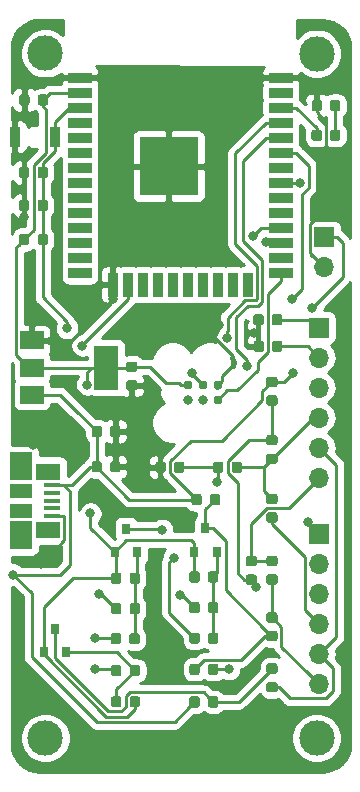
<source format=gtl>
G04 #@! TF.GenerationSoftware,KiCad,Pcbnew,(5.1.4)-1*
G04 #@! TF.CreationDate,2019-12-14T13:52:38+08:00*
G04 #@! TF.ProjectId,esp-break,6573702d-6272-4656-916b-2e6b69636164,rev?*
G04 #@! TF.SameCoordinates,Original*
G04 #@! TF.FileFunction,Copper,L1,Top*
G04 #@! TF.FilePolarity,Positive*
%FSLAX46Y46*%
G04 Gerber Fmt 4.6, Leading zero omitted, Abs format (unit mm)*
G04 Created by KiCad (PCBNEW (5.1.4)-1) date 2019-12-14 13:52:38*
%MOMM*%
%LPD*%
G04 APERTURE LIST*
%ADD10R,1.900000X1.175000*%
%ADD11R,1.900000X2.375000*%
%ADD12R,2.100000X1.475000*%
%ADD13R,1.380000X0.450000*%
%ADD14C,0.100000*%
%ADD15C,0.875000*%
%ADD16R,0.900000X1.700000*%
%ADD17C,3.000000*%
%ADD18R,5.000000X5.000000*%
%ADD19R,2.000000X0.900000*%
%ADD20R,0.900000X2.000000*%
%ADD21C,0.787400*%
%ADD22R,1.700000X1.700000*%
%ADD23O,1.700000X1.700000*%
%ADD24R,0.800000X0.900000*%
%ADD25R,2.000000X3.800000*%
%ADD26R,2.000000X1.500000*%
%ADD27C,0.800000*%
%ADD28C,0.250000*%
%ADD29C,0.254000*%
G04 APERTURE END LIST*
D10*
X103092400Y-92915000D03*
X103092400Y-91235000D03*
D11*
X103092400Y-94985000D03*
X103092400Y-89165000D03*
D12*
X105392400Y-94537500D03*
X105392400Y-89612500D03*
D13*
X105752400Y-93375000D03*
X105752400Y-92725000D03*
X105752400Y-92075000D03*
X105752400Y-91425000D03*
X105752400Y-90775000D03*
D14*
G36*
X118019891Y-105875853D02*
G01*
X118041126Y-105879003D01*
X118061950Y-105884219D01*
X118082162Y-105891451D01*
X118101568Y-105900630D01*
X118119981Y-105911666D01*
X118137224Y-105924454D01*
X118153130Y-105938870D01*
X118167546Y-105954776D01*
X118180334Y-105972019D01*
X118191370Y-105990432D01*
X118200549Y-106009838D01*
X118207781Y-106030050D01*
X118212997Y-106050874D01*
X118216147Y-106072109D01*
X118217200Y-106093550D01*
X118217200Y-106606050D01*
X118216147Y-106627491D01*
X118212997Y-106648726D01*
X118207781Y-106669550D01*
X118200549Y-106689762D01*
X118191370Y-106709168D01*
X118180334Y-106727581D01*
X118167546Y-106744824D01*
X118153130Y-106760730D01*
X118137224Y-106775146D01*
X118119981Y-106787934D01*
X118101568Y-106798970D01*
X118082162Y-106808149D01*
X118061950Y-106815381D01*
X118041126Y-106820597D01*
X118019891Y-106823747D01*
X117998450Y-106824800D01*
X117560950Y-106824800D01*
X117539509Y-106823747D01*
X117518274Y-106820597D01*
X117497450Y-106815381D01*
X117477238Y-106808149D01*
X117457832Y-106798970D01*
X117439419Y-106787934D01*
X117422176Y-106775146D01*
X117406270Y-106760730D01*
X117391854Y-106744824D01*
X117379066Y-106727581D01*
X117368030Y-106709168D01*
X117358851Y-106689762D01*
X117351619Y-106669550D01*
X117346403Y-106648726D01*
X117343253Y-106627491D01*
X117342200Y-106606050D01*
X117342200Y-106093550D01*
X117343253Y-106072109D01*
X117346403Y-106050874D01*
X117351619Y-106030050D01*
X117358851Y-106009838D01*
X117368030Y-105990432D01*
X117379066Y-105972019D01*
X117391854Y-105954776D01*
X117406270Y-105938870D01*
X117422176Y-105924454D01*
X117439419Y-105911666D01*
X117457832Y-105900630D01*
X117477238Y-105891451D01*
X117497450Y-105884219D01*
X117518274Y-105879003D01*
X117539509Y-105875853D01*
X117560950Y-105874800D01*
X117998450Y-105874800D01*
X118019891Y-105875853D01*
X118019891Y-105875853D01*
G37*
D15*
X117779700Y-106349800D03*
D14*
G36*
X119594891Y-105875853D02*
G01*
X119616126Y-105879003D01*
X119636950Y-105884219D01*
X119657162Y-105891451D01*
X119676568Y-105900630D01*
X119694981Y-105911666D01*
X119712224Y-105924454D01*
X119728130Y-105938870D01*
X119742546Y-105954776D01*
X119755334Y-105972019D01*
X119766370Y-105990432D01*
X119775549Y-106009838D01*
X119782781Y-106030050D01*
X119787997Y-106050874D01*
X119791147Y-106072109D01*
X119792200Y-106093550D01*
X119792200Y-106606050D01*
X119791147Y-106627491D01*
X119787997Y-106648726D01*
X119782781Y-106669550D01*
X119775549Y-106689762D01*
X119766370Y-106709168D01*
X119755334Y-106727581D01*
X119742546Y-106744824D01*
X119728130Y-106760730D01*
X119712224Y-106775146D01*
X119694981Y-106787934D01*
X119676568Y-106798970D01*
X119657162Y-106808149D01*
X119636950Y-106815381D01*
X119616126Y-106820597D01*
X119594891Y-106823747D01*
X119573450Y-106824800D01*
X119135950Y-106824800D01*
X119114509Y-106823747D01*
X119093274Y-106820597D01*
X119072450Y-106815381D01*
X119052238Y-106808149D01*
X119032832Y-106798970D01*
X119014419Y-106787934D01*
X118997176Y-106775146D01*
X118981270Y-106760730D01*
X118966854Y-106744824D01*
X118954066Y-106727581D01*
X118943030Y-106709168D01*
X118933851Y-106689762D01*
X118926619Y-106669550D01*
X118921403Y-106648726D01*
X118918253Y-106627491D01*
X118917200Y-106606050D01*
X118917200Y-106093550D01*
X118918253Y-106072109D01*
X118921403Y-106050874D01*
X118926619Y-106030050D01*
X118933851Y-106009838D01*
X118943030Y-105990432D01*
X118954066Y-105972019D01*
X118966854Y-105954776D01*
X118981270Y-105938870D01*
X118997176Y-105924454D01*
X119014419Y-105911666D01*
X119032832Y-105900630D01*
X119052238Y-105891451D01*
X119072450Y-105884219D01*
X119093274Y-105879003D01*
X119114509Y-105875853D01*
X119135950Y-105874800D01*
X119573450Y-105874800D01*
X119594891Y-105875853D01*
X119594891Y-105875853D01*
G37*
D15*
X119354700Y-106349800D03*
D14*
G36*
X119594891Y-103234253D02*
G01*
X119616126Y-103237403D01*
X119636950Y-103242619D01*
X119657162Y-103249851D01*
X119676568Y-103259030D01*
X119694981Y-103270066D01*
X119712224Y-103282854D01*
X119728130Y-103297270D01*
X119742546Y-103313176D01*
X119755334Y-103330419D01*
X119766370Y-103348832D01*
X119775549Y-103368238D01*
X119782781Y-103388450D01*
X119787997Y-103409274D01*
X119791147Y-103430509D01*
X119792200Y-103451950D01*
X119792200Y-103964450D01*
X119791147Y-103985891D01*
X119787997Y-104007126D01*
X119782781Y-104027950D01*
X119775549Y-104048162D01*
X119766370Y-104067568D01*
X119755334Y-104085981D01*
X119742546Y-104103224D01*
X119728130Y-104119130D01*
X119712224Y-104133546D01*
X119694981Y-104146334D01*
X119676568Y-104157370D01*
X119657162Y-104166549D01*
X119636950Y-104173781D01*
X119616126Y-104178997D01*
X119594891Y-104182147D01*
X119573450Y-104183200D01*
X119135950Y-104183200D01*
X119114509Y-104182147D01*
X119093274Y-104178997D01*
X119072450Y-104173781D01*
X119052238Y-104166549D01*
X119032832Y-104157370D01*
X119014419Y-104146334D01*
X118997176Y-104133546D01*
X118981270Y-104119130D01*
X118966854Y-104103224D01*
X118954066Y-104085981D01*
X118943030Y-104067568D01*
X118933851Y-104048162D01*
X118926619Y-104027950D01*
X118921403Y-104007126D01*
X118918253Y-103985891D01*
X118917200Y-103964450D01*
X118917200Y-103451950D01*
X118918253Y-103430509D01*
X118921403Y-103409274D01*
X118926619Y-103388450D01*
X118933851Y-103368238D01*
X118943030Y-103348832D01*
X118954066Y-103330419D01*
X118966854Y-103313176D01*
X118981270Y-103297270D01*
X118997176Y-103282854D01*
X119014419Y-103270066D01*
X119032832Y-103259030D01*
X119052238Y-103249851D01*
X119072450Y-103242619D01*
X119093274Y-103237403D01*
X119114509Y-103234253D01*
X119135950Y-103233200D01*
X119573450Y-103233200D01*
X119594891Y-103234253D01*
X119594891Y-103234253D01*
G37*
D15*
X119354700Y-103708200D03*
D14*
G36*
X118019891Y-103234253D02*
G01*
X118041126Y-103237403D01*
X118061950Y-103242619D01*
X118082162Y-103249851D01*
X118101568Y-103259030D01*
X118119981Y-103270066D01*
X118137224Y-103282854D01*
X118153130Y-103297270D01*
X118167546Y-103313176D01*
X118180334Y-103330419D01*
X118191370Y-103348832D01*
X118200549Y-103368238D01*
X118207781Y-103388450D01*
X118212997Y-103409274D01*
X118216147Y-103430509D01*
X118217200Y-103451950D01*
X118217200Y-103964450D01*
X118216147Y-103985891D01*
X118212997Y-104007126D01*
X118207781Y-104027950D01*
X118200549Y-104048162D01*
X118191370Y-104067568D01*
X118180334Y-104085981D01*
X118167546Y-104103224D01*
X118153130Y-104119130D01*
X118137224Y-104133546D01*
X118119981Y-104146334D01*
X118101568Y-104157370D01*
X118082162Y-104166549D01*
X118061950Y-104173781D01*
X118041126Y-104178997D01*
X118019891Y-104182147D01*
X117998450Y-104183200D01*
X117560950Y-104183200D01*
X117539509Y-104182147D01*
X117518274Y-104178997D01*
X117497450Y-104173781D01*
X117477238Y-104166549D01*
X117457832Y-104157370D01*
X117439419Y-104146334D01*
X117422176Y-104133546D01*
X117406270Y-104119130D01*
X117391854Y-104103224D01*
X117379066Y-104085981D01*
X117368030Y-104067568D01*
X117358851Y-104048162D01*
X117351619Y-104027950D01*
X117346403Y-104007126D01*
X117343253Y-103985891D01*
X117342200Y-103964450D01*
X117342200Y-103451950D01*
X117343253Y-103430509D01*
X117346403Y-103409274D01*
X117351619Y-103388450D01*
X117358851Y-103368238D01*
X117368030Y-103348832D01*
X117379066Y-103330419D01*
X117391854Y-103313176D01*
X117406270Y-103297270D01*
X117422176Y-103282854D01*
X117439419Y-103270066D01*
X117457832Y-103259030D01*
X117477238Y-103249851D01*
X117497450Y-103242619D01*
X117518274Y-103237403D01*
X117539509Y-103234253D01*
X117560950Y-103233200D01*
X117998450Y-103233200D01*
X118019891Y-103234253D01*
X118019891Y-103234253D01*
G37*
D15*
X117779700Y-103708200D03*
D14*
G36*
X119594891Y-100643453D02*
G01*
X119616126Y-100646603D01*
X119636950Y-100651819D01*
X119657162Y-100659051D01*
X119676568Y-100668230D01*
X119694981Y-100679266D01*
X119712224Y-100692054D01*
X119728130Y-100706470D01*
X119742546Y-100722376D01*
X119755334Y-100739619D01*
X119766370Y-100758032D01*
X119775549Y-100777438D01*
X119782781Y-100797650D01*
X119787997Y-100818474D01*
X119791147Y-100839709D01*
X119792200Y-100861150D01*
X119792200Y-101373650D01*
X119791147Y-101395091D01*
X119787997Y-101416326D01*
X119782781Y-101437150D01*
X119775549Y-101457362D01*
X119766370Y-101476768D01*
X119755334Y-101495181D01*
X119742546Y-101512424D01*
X119728130Y-101528330D01*
X119712224Y-101542746D01*
X119694981Y-101555534D01*
X119676568Y-101566570D01*
X119657162Y-101575749D01*
X119636950Y-101582981D01*
X119616126Y-101588197D01*
X119594891Y-101591347D01*
X119573450Y-101592400D01*
X119135950Y-101592400D01*
X119114509Y-101591347D01*
X119093274Y-101588197D01*
X119072450Y-101582981D01*
X119052238Y-101575749D01*
X119032832Y-101566570D01*
X119014419Y-101555534D01*
X118997176Y-101542746D01*
X118981270Y-101528330D01*
X118966854Y-101512424D01*
X118954066Y-101495181D01*
X118943030Y-101476768D01*
X118933851Y-101457362D01*
X118926619Y-101437150D01*
X118921403Y-101416326D01*
X118918253Y-101395091D01*
X118917200Y-101373650D01*
X118917200Y-100861150D01*
X118918253Y-100839709D01*
X118921403Y-100818474D01*
X118926619Y-100797650D01*
X118933851Y-100777438D01*
X118943030Y-100758032D01*
X118954066Y-100739619D01*
X118966854Y-100722376D01*
X118981270Y-100706470D01*
X118997176Y-100692054D01*
X119014419Y-100679266D01*
X119032832Y-100668230D01*
X119052238Y-100659051D01*
X119072450Y-100651819D01*
X119093274Y-100646603D01*
X119114509Y-100643453D01*
X119135950Y-100642400D01*
X119573450Y-100642400D01*
X119594891Y-100643453D01*
X119594891Y-100643453D01*
G37*
D15*
X119354700Y-101117400D03*
D14*
G36*
X118019891Y-100643453D02*
G01*
X118041126Y-100646603D01*
X118061950Y-100651819D01*
X118082162Y-100659051D01*
X118101568Y-100668230D01*
X118119981Y-100679266D01*
X118137224Y-100692054D01*
X118153130Y-100706470D01*
X118167546Y-100722376D01*
X118180334Y-100739619D01*
X118191370Y-100758032D01*
X118200549Y-100777438D01*
X118207781Y-100797650D01*
X118212997Y-100818474D01*
X118216147Y-100839709D01*
X118217200Y-100861150D01*
X118217200Y-101373650D01*
X118216147Y-101395091D01*
X118212997Y-101416326D01*
X118207781Y-101437150D01*
X118200549Y-101457362D01*
X118191370Y-101476768D01*
X118180334Y-101495181D01*
X118167546Y-101512424D01*
X118153130Y-101528330D01*
X118137224Y-101542746D01*
X118119981Y-101555534D01*
X118101568Y-101566570D01*
X118082162Y-101575749D01*
X118061950Y-101582981D01*
X118041126Y-101588197D01*
X118019891Y-101591347D01*
X117998450Y-101592400D01*
X117560950Y-101592400D01*
X117539509Y-101591347D01*
X117518274Y-101588197D01*
X117497450Y-101582981D01*
X117477238Y-101575749D01*
X117457832Y-101566570D01*
X117439419Y-101555534D01*
X117422176Y-101542746D01*
X117406270Y-101528330D01*
X117391854Y-101512424D01*
X117379066Y-101495181D01*
X117368030Y-101476768D01*
X117358851Y-101457362D01*
X117351619Y-101437150D01*
X117346403Y-101416326D01*
X117343253Y-101395091D01*
X117342200Y-101373650D01*
X117342200Y-100861150D01*
X117343253Y-100839709D01*
X117346403Y-100818474D01*
X117351619Y-100797650D01*
X117358851Y-100777438D01*
X117368030Y-100758032D01*
X117379066Y-100739619D01*
X117391854Y-100722376D01*
X117406270Y-100706470D01*
X117422176Y-100692054D01*
X117439419Y-100679266D01*
X117457832Y-100668230D01*
X117477238Y-100659051D01*
X117497450Y-100651819D01*
X117518274Y-100646603D01*
X117539509Y-100643453D01*
X117560950Y-100642400D01*
X117998450Y-100642400D01*
X118019891Y-100643453D01*
X118019891Y-100643453D01*
G37*
D15*
X117779700Y-101117400D03*
D14*
G36*
X119591891Y-98052653D02*
G01*
X119613126Y-98055803D01*
X119633950Y-98061019D01*
X119654162Y-98068251D01*
X119673568Y-98077430D01*
X119691981Y-98088466D01*
X119709224Y-98101254D01*
X119725130Y-98115670D01*
X119739546Y-98131576D01*
X119752334Y-98148819D01*
X119763370Y-98167232D01*
X119772549Y-98186638D01*
X119779781Y-98206850D01*
X119784997Y-98227674D01*
X119788147Y-98248909D01*
X119789200Y-98270350D01*
X119789200Y-98782850D01*
X119788147Y-98804291D01*
X119784997Y-98825526D01*
X119779781Y-98846350D01*
X119772549Y-98866562D01*
X119763370Y-98885968D01*
X119752334Y-98904381D01*
X119739546Y-98921624D01*
X119725130Y-98937530D01*
X119709224Y-98951946D01*
X119691981Y-98964734D01*
X119673568Y-98975770D01*
X119654162Y-98984949D01*
X119633950Y-98992181D01*
X119613126Y-98997397D01*
X119591891Y-99000547D01*
X119570450Y-99001600D01*
X119132950Y-99001600D01*
X119111509Y-99000547D01*
X119090274Y-98997397D01*
X119069450Y-98992181D01*
X119049238Y-98984949D01*
X119029832Y-98975770D01*
X119011419Y-98964734D01*
X118994176Y-98951946D01*
X118978270Y-98937530D01*
X118963854Y-98921624D01*
X118951066Y-98904381D01*
X118940030Y-98885968D01*
X118930851Y-98866562D01*
X118923619Y-98846350D01*
X118918403Y-98825526D01*
X118915253Y-98804291D01*
X118914200Y-98782850D01*
X118914200Y-98270350D01*
X118915253Y-98248909D01*
X118918403Y-98227674D01*
X118923619Y-98206850D01*
X118930851Y-98186638D01*
X118940030Y-98167232D01*
X118951066Y-98148819D01*
X118963854Y-98131576D01*
X118978270Y-98115670D01*
X118994176Y-98101254D01*
X119011419Y-98088466D01*
X119029832Y-98077430D01*
X119049238Y-98068251D01*
X119069450Y-98061019D01*
X119090274Y-98055803D01*
X119111509Y-98052653D01*
X119132950Y-98051600D01*
X119570450Y-98051600D01*
X119591891Y-98052653D01*
X119591891Y-98052653D01*
G37*
D15*
X119351700Y-98526600D03*
D14*
G36*
X118016891Y-98052653D02*
G01*
X118038126Y-98055803D01*
X118058950Y-98061019D01*
X118079162Y-98068251D01*
X118098568Y-98077430D01*
X118116981Y-98088466D01*
X118134224Y-98101254D01*
X118150130Y-98115670D01*
X118164546Y-98131576D01*
X118177334Y-98148819D01*
X118188370Y-98167232D01*
X118197549Y-98186638D01*
X118204781Y-98206850D01*
X118209997Y-98227674D01*
X118213147Y-98248909D01*
X118214200Y-98270350D01*
X118214200Y-98782850D01*
X118213147Y-98804291D01*
X118209997Y-98825526D01*
X118204781Y-98846350D01*
X118197549Y-98866562D01*
X118188370Y-98885968D01*
X118177334Y-98904381D01*
X118164546Y-98921624D01*
X118150130Y-98937530D01*
X118134224Y-98951946D01*
X118116981Y-98964734D01*
X118098568Y-98975770D01*
X118079162Y-98984949D01*
X118058950Y-98992181D01*
X118038126Y-98997397D01*
X118016891Y-99000547D01*
X117995450Y-99001600D01*
X117557950Y-99001600D01*
X117536509Y-99000547D01*
X117515274Y-98997397D01*
X117494450Y-98992181D01*
X117474238Y-98984949D01*
X117454832Y-98975770D01*
X117436419Y-98964734D01*
X117419176Y-98951946D01*
X117403270Y-98937530D01*
X117388854Y-98921624D01*
X117376066Y-98904381D01*
X117365030Y-98885968D01*
X117355851Y-98866562D01*
X117348619Y-98846350D01*
X117343403Y-98825526D01*
X117340253Y-98804291D01*
X117339200Y-98782850D01*
X117339200Y-98270350D01*
X117340253Y-98248909D01*
X117343403Y-98227674D01*
X117348619Y-98206850D01*
X117355851Y-98186638D01*
X117365030Y-98167232D01*
X117376066Y-98148819D01*
X117388854Y-98131576D01*
X117403270Y-98115670D01*
X117419176Y-98101254D01*
X117436419Y-98088466D01*
X117454832Y-98077430D01*
X117474238Y-98068251D01*
X117494450Y-98061019D01*
X117515274Y-98055803D01*
X117536509Y-98052653D01*
X117557950Y-98051600D01*
X117995450Y-98051600D01*
X118016891Y-98052653D01*
X118016891Y-98052653D01*
G37*
D15*
X117776700Y-98526600D03*
D14*
G36*
X119602511Y-108639373D02*
G01*
X119623746Y-108642523D01*
X119644570Y-108647739D01*
X119664782Y-108654971D01*
X119684188Y-108664150D01*
X119702601Y-108675186D01*
X119719844Y-108687974D01*
X119735750Y-108702390D01*
X119750166Y-108718296D01*
X119762954Y-108735539D01*
X119773990Y-108753952D01*
X119783169Y-108773358D01*
X119790401Y-108793570D01*
X119795617Y-108814394D01*
X119798767Y-108835629D01*
X119799820Y-108857070D01*
X119799820Y-109369570D01*
X119798767Y-109391011D01*
X119795617Y-109412246D01*
X119790401Y-109433070D01*
X119783169Y-109453282D01*
X119773990Y-109472688D01*
X119762954Y-109491101D01*
X119750166Y-109508344D01*
X119735750Y-109524250D01*
X119719844Y-109538666D01*
X119702601Y-109551454D01*
X119684188Y-109562490D01*
X119664782Y-109571669D01*
X119644570Y-109578901D01*
X119623746Y-109584117D01*
X119602511Y-109587267D01*
X119581070Y-109588320D01*
X119143570Y-109588320D01*
X119122129Y-109587267D01*
X119100894Y-109584117D01*
X119080070Y-109578901D01*
X119059858Y-109571669D01*
X119040452Y-109562490D01*
X119022039Y-109551454D01*
X119004796Y-109538666D01*
X118988890Y-109524250D01*
X118974474Y-109508344D01*
X118961686Y-109491101D01*
X118950650Y-109472688D01*
X118941471Y-109453282D01*
X118934239Y-109433070D01*
X118929023Y-109412246D01*
X118925873Y-109391011D01*
X118924820Y-109369570D01*
X118924820Y-108857070D01*
X118925873Y-108835629D01*
X118929023Y-108814394D01*
X118934239Y-108793570D01*
X118941471Y-108773358D01*
X118950650Y-108753952D01*
X118961686Y-108735539D01*
X118974474Y-108718296D01*
X118988890Y-108702390D01*
X119004796Y-108687974D01*
X119022039Y-108675186D01*
X119040452Y-108664150D01*
X119059858Y-108654971D01*
X119080070Y-108647739D01*
X119100894Y-108642523D01*
X119122129Y-108639373D01*
X119143570Y-108638320D01*
X119581070Y-108638320D01*
X119602511Y-108639373D01*
X119602511Y-108639373D01*
G37*
D15*
X119362320Y-109113320D03*
D14*
G36*
X118027511Y-108639373D02*
G01*
X118048746Y-108642523D01*
X118069570Y-108647739D01*
X118089782Y-108654971D01*
X118109188Y-108664150D01*
X118127601Y-108675186D01*
X118144844Y-108687974D01*
X118160750Y-108702390D01*
X118175166Y-108718296D01*
X118187954Y-108735539D01*
X118198990Y-108753952D01*
X118208169Y-108773358D01*
X118215401Y-108793570D01*
X118220617Y-108814394D01*
X118223767Y-108835629D01*
X118224820Y-108857070D01*
X118224820Y-109369570D01*
X118223767Y-109391011D01*
X118220617Y-109412246D01*
X118215401Y-109433070D01*
X118208169Y-109453282D01*
X118198990Y-109472688D01*
X118187954Y-109491101D01*
X118175166Y-109508344D01*
X118160750Y-109524250D01*
X118144844Y-109538666D01*
X118127601Y-109551454D01*
X118109188Y-109562490D01*
X118089782Y-109571669D01*
X118069570Y-109578901D01*
X118048746Y-109584117D01*
X118027511Y-109587267D01*
X118006070Y-109588320D01*
X117568570Y-109588320D01*
X117547129Y-109587267D01*
X117525894Y-109584117D01*
X117505070Y-109578901D01*
X117484858Y-109571669D01*
X117465452Y-109562490D01*
X117447039Y-109551454D01*
X117429796Y-109538666D01*
X117413890Y-109524250D01*
X117399474Y-109508344D01*
X117386686Y-109491101D01*
X117375650Y-109472688D01*
X117366471Y-109453282D01*
X117359239Y-109433070D01*
X117354023Y-109412246D01*
X117350873Y-109391011D01*
X117349820Y-109369570D01*
X117349820Y-108857070D01*
X117350873Y-108835629D01*
X117354023Y-108814394D01*
X117359239Y-108793570D01*
X117366471Y-108773358D01*
X117375650Y-108753952D01*
X117386686Y-108735539D01*
X117399474Y-108718296D01*
X117413890Y-108702390D01*
X117429796Y-108687974D01*
X117447039Y-108675186D01*
X117465452Y-108664150D01*
X117484858Y-108654971D01*
X117505070Y-108647739D01*
X117525894Y-108642523D01*
X117547129Y-108639373D01*
X117568570Y-108638320D01*
X118006070Y-108638320D01*
X118027511Y-108639373D01*
X118027511Y-108639373D01*
G37*
D15*
X117787320Y-109113320D03*
D14*
G36*
X112965491Y-105977453D02*
G01*
X112986726Y-105980603D01*
X113007550Y-105985819D01*
X113027762Y-105993051D01*
X113047168Y-106002230D01*
X113065581Y-106013266D01*
X113082824Y-106026054D01*
X113098730Y-106040470D01*
X113113146Y-106056376D01*
X113125934Y-106073619D01*
X113136970Y-106092032D01*
X113146149Y-106111438D01*
X113153381Y-106131650D01*
X113158597Y-106152474D01*
X113161747Y-106173709D01*
X113162800Y-106195150D01*
X113162800Y-106707650D01*
X113161747Y-106729091D01*
X113158597Y-106750326D01*
X113153381Y-106771150D01*
X113146149Y-106791362D01*
X113136970Y-106810768D01*
X113125934Y-106829181D01*
X113113146Y-106846424D01*
X113098730Y-106862330D01*
X113082824Y-106876746D01*
X113065581Y-106889534D01*
X113047168Y-106900570D01*
X113027762Y-106909749D01*
X113007550Y-106916981D01*
X112986726Y-106922197D01*
X112965491Y-106925347D01*
X112944050Y-106926400D01*
X112506550Y-106926400D01*
X112485109Y-106925347D01*
X112463874Y-106922197D01*
X112443050Y-106916981D01*
X112422838Y-106909749D01*
X112403432Y-106900570D01*
X112385019Y-106889534D01*
X112367776Y-106876746D01*
X112351870Y-106862330D01*
X112337454Y-106846424D01*
X112324666Y-106829181D01*
X112313630Y-106810768D01*
X112304451Y-106791362D01*
X112297219Y-106771150D01*
X112292003Y-106750326D01*
X112288853Y-106729091D01*
X112287800Y-106707650D01*
X112287800Y-106195150D01*
X112288853Y-106173709D01*
X112292003Y-106152474D01*
X112297219Y-106131650D01*
X112304451Y-106111438D01*
X112313630Y-106092032D01*
X112324666Y-106073619D01*
X112337454Y-106056376D01*
X112351870Y-106040470D01*
X112367776Y-106026054D01*
X112385019Y-106013266D01*
X112403432Y-106002230D01*
X112422838Y-105993051D01*
X112443050Y-105985819D01*
X112463874Y-105980603D01*
X112485109Y-105977453D01*
X112506550Y-105976400D01*
X112944050Y-105976400D01*
X112965491Y-105977453D01*
X112965491Y-105977453D01*
G37*
D15*
X112725300Y-106451400D03*
D14*
G36*
X111390491Y-105977453D02*
G01*
X111411726Y-105980603D01*
X111432550Y-105985819D01*
X111452762Y-105993051D01*
X111472168Y-106002230D01*
X111490581Y-106013266D01*
X111507824Y-106026054D01*
X111523730Y-106040470D01*
X111538146Y-106056376D01*
X111550934Y-106073619D01*
X111561970Y-106092032D01*
X111571149Y-106111438D01*
X111578381Y-106131650D01*
X111583597Y-106152474D01*
X111586747Y-106173709D01*
X111587800Y-106195150D01*
X111587800Y-106707650D01*
X111586747Y-106729091D01*
X111583597Y-106750326D01*
X111578381Y-106771150D01*
X111571149Y-106791362D01*
X111561970Y-106810768D01*
X111550934Y-106829181D01*
X111538146Y-106846424D01*
X111523730Y-106862330D01*
X111507824Y-106876746D01*
X111490581Y-106889534D01*
X111472168Y-106900570D01*
X111452762Y-106909749D01*
X111432550Y-106916981D01*
X111411726Y-106922197D01*
X111390491Y-106925347D01*
X111369050Y-106926400D01*
X110931550Y-106926400D01*
X110910109Y-106925347D01*
X110888874Y-106922197D01*
X110868050Y-106916981D01*
X110847838Y-106909749D01*
X110828432Y-106900570D01*
X110810019Y-106889534D01*
X110792776Y-106876746D01*
X110776870Y-106862330D01*
X110762454Y-106846424D01*
X110749666Y-106829181D01*
X110738630Y-106810768D01*
X110729451Y-106791362D01*
X110722219Y-106771150D01*
X110717003Y-106750326D01*
X110713853Y-106729091D01*
X110712800Y-106707650D01*
X110712800Y-106195150D01*
X110713853Y-106173709D01*
X110717003Y-106152474D01*
X110722219Y-106131650D01*
X110729451Y-106111438D01*
X110738630Y-106092032D01*
X110749666Y-106073619D01*
X110762454Y-106056376D01*
X110776870Y-106040470D01*
X110792776Y-106026054D01*
X110810019Y-106013266D01*
X110828432Y-106002230D01*
X110847838Y-105993051D01*
X110868050Y-105985819D01*
X110888874Y-105980603D01*
X110910109Y-105977453D01*
X110931550Y-105976400D01*
X111369050Y-105976400D01*
X111390491Y-105977453D01*
X111390491Y-105977453D01*
G37*
D15*
X111150300Y-106451400D03*
D14*
G36*
X112937091Y-103285053D02*
G01*
X112958326Y-103288203D01*
X112979150Y-103293419D01*
X112999362Y-103300651D01*
X113018768Y-103309830D01*
X113037181Y-103320866D01*
X113054424Y-103333654D01*
X113070330Y-103348070D01*
X113084746Y-103363976D01*
X113097534Y-103381219D01*
X113108570Y-103399632D01*
X113117749Y-103419038D01*
X113124981Y-103439250D01*
X113130197Y-103460074D01*
X113133347Y-103481309D01*
X113134400Y-103502750D01*
X113134400Y-104015250D01*
X113133347Y-104036691D01*
X113130197Y-104057926D01*
X113124981Y-104078750D01*
X113117749Y-104098962D01*
X113108570Y-104118368D01*
X113097534Y-104136781D01*
X113084746Y-104154024D01*
X113070330Y-104169930D01*
X113054424Y-104184346D01*
X113037181Y-104197134D01*
X113018768Y-104208170D01*
X112999362Y-104217349D01*
X112979150Y-104224581D01*
X112958326Y-104229797D01*
X112937091Y-104232947D01*
X112915650Y-104234000D01*
X112478150Y-104234000D01*
X112456709Y-104232947D01*
X112435474Y-104229797D01*
X112414650Y-104224581D01*
X112394438Y-104217349D01*
X112375032Y-104208170D01*
X112356619Y-104197134D01*
X112339376Y-104184346D01*
X112323470Y-104169930D01*
X112309054Y-104154024D01*
X112296266Y-104136781D01*
X112285230Y-104118368D01*
X112276051Y-104098962D01*
X112268819Y-104078750D01*
X112263603Y-104057926D01*
X112260453Y-104036691D01*
X112259400Y-104015250D01*
X112259400Y-103502750D01*
X112260453Y-103481309D01*
X112263603Y-103460074D01*
X112268819Y-103439250D01*
X112276051Y-103419038D01*
X112285230Y-103399632D01*
X112296266Y-103381219D01*
X112309054Y-103363976D01*
X112323470Y-103348070D01*
X112339376Y-103333654D01*
X112356619Y-103320866D01*
X112375032Y-103309830D01*
X112394438Y-103300651D01*
X112414650Y-103293419D01*
X112435474Y-103288203D01*
X112456709Y-103285053D01*
X112478150Y-103284000D01*
X112915650Y-103284000D01*
X112937091Y-103285053D01*
X112937091Y-103285053D01*
G37*
D15*
X112696900Y-103759000D03*
D14*
G36*
X111362091Y-103285053D02*
G01*
X111383326Y-103288203D01*
X111404150Y-103293419D01*
X111424362Y-103300651D01*
X111443768Y-103309830D01*
X111462181Y-103320866D01*
X111479424Y-103333654D01*
X111495330Y-103348070D01*
X111509746Y-103363976D01*
X111522534Y-103381219D01*
X111533570Y-103399632D01*
X111542749Y-103419038D01*
X111549981Y-103439250D01*
X111555197Y-103460074D01*
X111558347Y-103481309D01*
X111559400Y-103502750D01*
X111559400Y-104015250D01*
X111558347Y-104036691D01*
X111555197Y-104057926D01*
X111549981Y-104078750D01*
X111542749Y-104098962D01*
X111533570Y-104118368D01*
X111522534Y-104136781D01*
X111509746Y-104154024D01*
X111495330Y-104169930D01*
X111479424Y-104184346D01*
X111462181Y-104197134D01*
X111443768Y-104208170D01*
X111424362Y-104217349D01*
X111404150Y-104224581D01*
X111383326Y-104229797D01*
X111362091Y-104232947D01*
X111340650Y-104234000D01*
X110903150Y-104234000D01*
X110881709Y-104232947D01*
X110860474Y-104229797D01*
X110839650Y-104224581D01*
X110819438Y-104217349D01*
X110800032Y-104208170D01*
X110781619Y-104197134D01*
X110764376Y-104184346D01*
X110748470Y-104169930D01*
X110734054Y-104154024D01*
X110721266Y-104136781D01*
X110710230Y-104118368D01*
X110701051Y-104098962D01*
X110693819Y-104078750D01*
X110688603Y-104057926D01*
X110685453Y-104036691D01*
X110684400Y-104015250D01*
X110684400Y-103502750D01*
X110685453Y-103481309D01*
X110688603Y-103460074D01*
X110693819Y-103439250D01*
X110701051Y-103419038D01*
X110710230Y-103399632D01*
X110721266Y-103381219D01*
X110734054Y-103363976D01*
X110748470Y-103348070D01*
X110764376Y-103333654D01*
X110781619Y-103320866D01*
X110800032Y-103309830D01*
X110819438Y-103300651D01*
X110839650Y-103293419D01*
X110860474Y-103288203D01*
X110881709Y-103285053D01*
X110903150Y-103284000D01*
X111340650Y-103284000D01*
X111362091Y-103285053D01*
X111362091Y-103285053D01*
G37*
D15*
X111121900Y-103759000D03*
D14*
G36*
X112962491Y-100745053D02*
G01*
X112983726Y-100748203D01*
X113004550Y-100753419D01*
X113024762Y-100760651D01*
X113044168Y-100769830D01*
X113062581Y-100780866D01*
X113079824Y-100793654D01*
X113095730Y-100808070D01*
X113110146Y-100823976D01*
X113122934Y-100841219D01*
X113133970Y-100859632D01*
X113143149Y-100879038D01*
X113150381Y-100899250D01*
X113155597Y-100920074D01*
X113158747Y-100941309D01*
X113159800Y-100962750D01*
X113159800Y-101475250D01*
X113158747Y-101496691D01*
X113155597Y-101517926D01*
X113150381Y-101538750D01*
X113143149Y-101558962D01*
X113133970Y-101578368D01*
X113122934Y-101596781D01*
X113110146Y-101614024D01*
X113095730Y-101629930D01*
X113079824Y-101644346D01*
X113062581Y-101657134D01*
X113044168Y-101668170D01*
X113024762Y-101677349D01*
X113004550Y-101684581D01*
X112983726Y-101689797D01*
X112962491Y-101692947D01*
X112941050Y-101694000D01*
X112503550Y-101694000D01*
X112482109Y-101692947D01*
X112460874Y-101689797D01*
X112440050Y-101684581D01*
X112419838Y-101677349D01*
X112400432Y-101668170D01*
X112382019Y-101657134D01*
X112364776Y-101644346D01*
X112348870Y-101629930D01*
X112334454Y-101614024D01*
X112321666Y-101596781D01*
X112310630Y-101578368D01*
X112301451Y-101558962D01*
X112294219Y-101538750D01*
X112289003Y-101517926D01*
X112285853Y-101496691D01*
X112284800Y-101475250D01*
X112284800Y-100962750D01*
X112285853Y-100941309D01*
X112289003Y-100920074D01*
X112294219Y-100899250D01*
X112301451Y-100879038D01*
X112310630Y-100859632D01*
X112321666Y-100841219D01*
X112334454Y-100823976D01*
X112348870Y-100808070D01*
X112364776Y-100793654D01*
X112382019Y-100780866D01*
X112400432Y-100769830D01*
X112419838Y-100760651D01*
X112440050Y-100753419D01*
X112460874Y-100748203D01*
X112482109Y-100745053D01*
X112503550Y-100744000D01*
X112941050Y-100744000D01*
X112962491Y-100745053D01*
X112962491Y-100745053D01*
G37*
D15*
X112722300Y-101219000D03*
D14*
G36*
X111387491Y-100745053D02*
G01*
X111408726Y-100748203D01*
X111429550Y-100753419D01*
X111449762Y-100760651D01*
X111469168Y-100769830D01*
X111487581Y-100780866D01*
X111504824Y-100793654D01*
X111520730Y-100808070D01*
X111535146Y-100823976D01*
X111547934Y-100841219D01*
X111558970Y-100859632D01*
X111568149Y-100879038D01*
X111575381Y-100899250D01*
X111580597Y-100920074D01*
X111583747Y-100941309D01*
X111584800Y-100962750D01*
X111584800Y-101475250D01*
X111583747Y-101496691D01*
X111580597Y-101517926D01*
X111575381Y-101538750D01*
X111568149Y-101558962D01*
X111558970Y-101578368D01*
X111547934Y-101596781D01*
X111535146Y-101614024D01*
X111520730Y-101629930D01*
X111504824Y-101644346D01*
X111487581Y-101657134D01*
X111469168Y-101668170D01*
X111449762Y-101677349D01*
X111429550Y-101684581D01*
X111408726Y-101689797D01*
X111387491Y-101692947D01*
X111366050Y-101694000D01*
X110928550Y-101694000D01*
X110907109Y-101692947D01*
X110885874Y-101689797D01*
X110865050Y-101684581D01*
X110844838Y-101677349D01*
X110825432Y-101668170D01*
X110807019Y-101657134D01*
X110789776Y-101644346D01*
X110773870Y-101629930D01*
X110759454Y-101614024D01*
X110746666Y-101596781D01*
X110735630Y-101578368D01*
X110726451Y-101558962D01*
X110719219Y-101538750D01*
X110714003Y-101517926D01*
X110710853Y-101496691D01*
X110709800Y-101475250D01*
X110709800Y-100962750D01*
X110710853Y-100941309D01*
X110714003Y-100920074D01*
X110719219Y-100899250D01*
X110726451Y-100879038D01*
X110735630Y-100859632D01*
X110746666Y-100841219D01*
X110759454Y-100823976D01*
X110773870Y-100808070D01*
X110789776Y-100793654D01*
X110807019Y-100780866D01*
X110825432Y-100769830D01*
X110844838Y-100760651D01*
X110865050Y-100753419D01*
X110885874Y-100748203D01*
X110907109Y-100745053D01*
X110928550Y-100744000D01*
X111366050Y-100744000D01*
X111387491Y-100745053D01*
X111387491Y-100745053D01*
G37*
D15*
X111147300Y-101219000D03*
D14*
G36*
X112962491Y-98154253D02*
G01*
X112983726Y-98157403D01*
X113004550Y-98162619D01*
X113024762Y-98169851D01*
X113044168Y-98179030D01*
X113062581Y-98190066D01*
X113079824Y-98202854D01*
X113095730Y-98217270D01*
X113110146Y-98233176D01*
X113122934Y-98250419D01*
X113133970Y-98268832D01*
X113143149Y-98288238D01*
X113150381Y-98308450D01*
X113155597Y-98329274D01*
X113158747Y-98350509D01*
X113159800Y-98371950D01*
X113159800Y-98884450D01*
X113158747Y-98905891D01*
X113155597Y-98927126D01*
X113150381Y-98947950D01*
X113143149Y-98968162D01*
X113133970Y-98987568D01*
X113122934Y-99005981D01*
X113110146Y-99023224D01*
X113095730Y-99039130D01*
X113079824Y-99053546D01*
X113062581Y-99066334D01*
X113044168Y-99077370D01*
X113024762Y-99086549D01*
X113004550Y-99093781D01*
X112983726Y-99098997D01*
X112962491Y-99102147D01*
X112941050Y-99103200D01*
X112503550Y-99103200D01*
X112482109Y-99102147D01*
X112460874Y-99098997D01*
X112440050Y-99093781D01*
X112419838Y-99086549D01*
X112400432Y-99077370D01*
X112382019Y-99066334D01*
X112364776Y-99053546D01*
X112348870Y-99039130D01*
X112334454Y-99023224D01*
X112321666Y-99005981D01*
X112310630Y-98987568D01*
X112301451Y-98968162D01*
X112294219Y-98947950D01*
X112289003Y-98927126D01*
X112285853Y-98905891D01*
X112284800Y-98884450D01*
X112284800Y-98371950D01*
X112285853Y-98350509D01*
X112289003Y-98329274D01*
X112294219Y-98308450D01*
X112301451Y-98288238D01*
X112310630Y-98268832D01*
X112321666Y-98250419D01*
X112334454Y-98233176D01*
X112348870Y-98217270D01*
X112364776Y-98202854D01*
X112382019Y-98190066D01*
X112400432Y-98179030D01*
X112419838Y-98169851D01*
X112440050Y-98162619D01*
X112460874Y-98157403D01*
X112482109Y-98154253D01*
X112503550Y-98153200D01*
X112941050Y-98153200D01*
X112962491Y-98154253D01*
X112962491Y-98154253D01*
G37*
D15*
X112722300Y-98628200D03*
D14*
G36*
X111387491Y-98154253D02*
G01*
X111408726Y-98157403D01*
X111429550Y-98162619D01*
X111449762Y-98169851D01*
X111469168Y-98179030D01*
X111487581Y-98190066D01*
X111504824Y-98202854D01*
X111520730Y-98217270D01*
X111535146Y-98233176D01*
X111547934Y-98250419D01*
X111558970Y-98268832D01*
X111568149Y-98288238D01*
X111575381Y-98308450D01*
X111580597Y-98329274D01*
X111583747Y-98350509D01*
X111584800Y-98371950D01*
X111584800Y-98884450D01*
X111583747Y-98905891D01*
X111580597Y-98927126D01*
X111575381Y-98947950D01*
X111568149Y-98968162D01*
X111558970Y-98987568D01*
X111547934Y-99005981D01*
X111535146Y-99023224D01*
X111520730Y-99039130D01*
X111504824Y-99053546D01*
X111487581Y-99066334D01*
X111469168Y-99077370D01*
X111449762Y-99086549D01*
X111429550Y-99093781D01*
X111408726Y-99098997D01*
X111387491Y-99102147D01*
X111366050Y-99103200D01*
X110928550Y-99103200D01*
X110907109Y-99102147D01*
X110885874Y-99098997D01*
X110865050Y-99093781D01*
X110844838Y-99086549D01*
X110825432Y-99077370D01*
X110807019Y-99066334D01*
X110789776Y-99053546D01*
X110773870Y-99039130D01*
X110759454Y-99023224D01*
X110746666Y-99005981D01*
X110735630Y-98987568D01*
X110726451Y-98968162D01*
X110719219Y-98947950D01*
X110714003Y-98927126D01*
X110710853Y-98905891D01*
X110709800Y-98884450D01*
X110709800Y-98371950D01*
X110710853Y-98350509D01*
X110714003Y-98329274D01*
X110719219Y-98308450D01*
X110726451Y-98288238D01*
X110735630Y-98268832D01*
X110746666Y-98250419D01*
X110759454Y-98233176D01*
X110773870Y-98217270D01*
X110789776Y-98202854D01*
X110807019Y-98190066D01*
X110825432Y-98179030D01*
X110844838Y-98169851D01*
X110865050Y-98162619D01*
X110885874Y-98157403D01*
X110907109Y-98154253D01*
X110928550Y-98153200D01*
X111366050Y-98153200D01*
X111387491Y-98154253D01*
X111387491Y-98154253D01*
G37*
D15*
X111147300Y-98628200D03*
D14*
G36*
X111390491Y-108626673D02*
G01*
X111411726Y-108629823D01*
X111432550Y-108635039D01*
X111452762Y-108642271D01*
X111472168Y-108651450D01*
X111490581Y-108662486D01*
X111507824Y-108675274D01*
X111523730Y-108689690D01*
X111538146Y-108705596D01*
X111550934Y-108722839D01*
X111561970Y-108741252D01*
X111571149Y-108760658D01*
X111578381Y-108780870D01*
X111583597Y-108801694D01*
X111586747Y-108822929D01*
X111587800Y-108844370D01*
X111587800Y-109356870D01*
X111586747Y-109378311D01*
X111583597Y-109399546D01*
X111578381Y-109420370D01*
X111571149Y-109440582D01*
X111561970Y-109459988D01*
X111550934Y-109478401D01*
X111538146Y-109495644D01*
X111523730Y-109511550D01*
X111507824Y-109525966D01*
X111490581Y-109538754D01*
X111472168Y-109549790D01*
X111452762Y-109558969D01*
X111432550Y-109566201D01*
X111411726Y-109571417D01*
X111390491Y-109574567D01*
X111369050Y-109575620D01*
X110931550Y-109575620D01*
X110910109Y-109574567D01*
X110888874Y-109571417D01*
X110868050Y-109566201D01*
X110847838Y-109558969D01*
X110828432Y-109549790D01*
X110810019Y-109538754D01*
X110792776Y-109525966D01*
X110776870Y-109511550D01*
X110762454Y-109495644D01*
X110749666Y-109478401D01*
X110738630Y-109459988D01*
X110729451Y-109440582D01*
X110722219Y-109420370D01*
X110717003Y-109399546D01*
X110713853Y-109378311D01*
X110712800Y-109356870D01*
X110712800Y-108844370D01*
X110713853Y-108822929D01*
X110717003Y-108801694D01*
X110722219Y-108780870D01*
X110729451Y-108760658D01*
X110738630Y-108741252D01*
X110749666Y-108722839D01*
X110762454Y-108705596D01*
X110776870Y-108689690D01*
X110792776Y-108675274D01*
X110810019Y-108662486D01*
X110828432Y-108651450D01*
X110847838Y-108642271D01*
X110868050Y-108635039D01*
X110888874Y-108629823D01*
X110910109Y-108626673D01*
X110931550Y-108625620D01*
X111369050Y-108625620D01*
X111390491Y-108626673D01*
X111390491Y-108626673D01*
G37*
D15*
X111150300Y-109100620D03*
D14*
G36*
X112965491Y-108626673D02*
G01*
X112986726Y-108629823D01*
X113007550Y-108635039D01*
X113027762Y-108642271D01*
X113047168Y-108651450D01*
X113065581Y-108662486D01*
X113082824Y-108675274D01*
X113098730Y-108689690D01*
X113113146Y-108705596D01*
X113125934Y-108722839D01*
X113136970Y-108741252D01*
X113146149Y-108760658D01*
X113153381Y-108780870D01*
X113158597Y-108801694D01*
X113161747Y-108822929D01*
X113162800Y-108844370D01*
X113162800Y-109356870D01*
X113161747Y-109378311D01*
X113158597Y-109399546D01*
X113153381Y-109420370D01*
X113146149Y-109440582D01*
X113136970Y-109459988D01*
X113125934Y-109478401D01*
X113113146Y-109495644D01*
X113098730Y-109511550D01*
X113082824Y-109525966D01*
X113065581Y-109538754D01*
X113047168Y-109549790D01*
X113027762Y-109558969D01*
X113007550Y-109566201D01*
X112986726Y-109571417D01*
X112965491Y-109574567D01*
X112944050Y-109575620D01*
X112506550Y-109575620D01*
X112485109Y-109574567D01*
X112463874Y-109571417D01*
X112443050Y-109566201D01*
X112422838Y-109558969D01*
X112403432Y-109549790D01*
X112385019Y-109538754D01*
X112367776Y-109525966D01*
X112351870Y-109511550D01*
X112337454Y-109495644D01*
X112324666Y-109478401D01*
X112313630Y-109459988D01*
X112304451Y-109440582D01*
X112297219Y-109420370D01*
X112292003Y-109399546D01*
X112288853Y-109378311D01*
X112287800Y-109356870D01*
X112287800Y-108844370D01*
X112288853Y-108822929D01*
X112292003Y-108801694D01*
X112297219Y-108780870D01*
X112304451Y-108760658D01*
X112313630Y-108741252D01*
X112324666Y-108722839D01*
X112337454Y-108705596D01*
X112351870Y-108689690D01*
X112367776Y-108675274D01*
X112385019Y-108662486D01*
X112403432Y-108651450D01*
X112422838Y-108642271D01*
X112443050Y-108635039D01*
X112463874Y-108629823D01*
X112485109Y-108626673D01*
X112506550Y-108625620D01*
X112944050Y-108625620D01*
X112965491Y-108626673D01*
X112965491Y-108626673D01*
G37*
D15*
X112725300Y-109100620D03*
D14*
G36*
X119769691Y-91499453D02*
G01*
X119790926Y-91502603D01*
X119811750Y-91507819D01*
X119831962Y-91515051D01*
X119851368Y-91524230D01*
X119869781Y-91535266D01*
X119887024Y-91548054D01*
X119902930Y-91562470D01*
X119917346Y-91578376D01*
X119930134Y-91595619D01*
X119941170Y-91614032D01*
X119950349Y-91633438D01*
X119957581Y-91653650D01*
X119962797Y-91674474D01*
X119965947Y-91695709D01*
X119967000Y-91717150D01*
X119967000Y-92229650D01*
X119965947Y-92251091D01*
X119962797Y-92272326D01*
X119957581Y-92293150D01*
X119950349Y-92313362D01*
X119941170Y-92332768D01*
X119930134Y-92351181D01*
X119917346Y-92368424D01*
X119902930Y-92384330D01*
X119887024Y-92398746D01*
X119869781Y-92411534D01*
X119851368Y-92422570D01*
X119831962Y-92431749D01*
X119811750Y-92438981D01*
X119790926Y-92444197D01*
X119769691Y-92447347D01*
X119748250Y-92448400D01*
X119310750Y-92448400D01*
X119289309Y-92447347D01*
X119268074Y-92444197D01*
X119247250Y-92438981D01*
X119227038Y-92431749D01*
X119207632Y-92422570D01*
X119189219Y-92411534D01*
X119171976Y-92398746D01*
X119156070Y-92384330D01*
X119141654Y-92368424D01*
X119128866Y-92351181D01*
X119117830Y-92332768D01*
X119108651Y-92313362D01*
X119101419Y-92293150D01*
X119096203Y-92272326D01*
X119093053Y-92251091D01*
X119092000Y-92229650D01*
X119092000Y-91717150D01*
X119093053Y-91695709D01*
X119096203Y-91674474D01*
X119101419Y-91653650D01*
X119108651Y-91633438D01*
X119117830Y-91614032D01*
X119128866Y-91595619D01*
X119141654Y-91578376D01*
X119156070Y-91562470D01*
X119171976Y-91548054D01*
X119189219Y-91535266D01*
X119207632Y-91524230D01*
X119227038Y-91515051D01*
X119247250Y-91507819D01*
X119268074Y-91502603D01*
X119289309Y-91499453D01*
X119310750Y-91498400D01*
X119748250Y-91498400D01*
X119769691Y-91499453D01*
X119769691Y-91499453D01*
G37*
D15*
X119529500Y-91973400D03*
D14*
G36*
X118194691Y-91499453D02*
G01*
X118215926Y-91502603D01*
X118236750Y-91507819D01*
X118256962Y-91515051D01*
X118276368Y-91524230D01*
X118294781Y-91535266D01*
X118312024Y-91548054D01*
X118327930Y-91562470D01*
X118342346Y-91578376D01*
X118355134Y-91595619D01*
X118366170Y-91614032D01*
X118375349Y-91633438D01*
X118382581Y-91653650D01*
X118387797Y-91674474D01*
X118390947Y-91695709D01*
X118392000Y-91717150D01*
X118392000Y-92229650D01*
X118390947Y-92251091D01*
X118387797Y-92272326D01*
X118382581Y-92293150D01*
X118375349Y-92313362D01*
X118366170Y-92332768D01*
X118355134Y-92351181D01*
X118342346Y-92368424D01*
X118327930Y-92384330D01*
X118312024Y-92398746D01*
X118294781Y-92411534D01*
X118276368Y-92422570D01*
X118256962Y-92431749D01*
X118236750Y-92438981D01*
X118215926Y-92444197D01*
X118194691Y-92447347D01*
X118173250Y-92448400D01*
X117735750Y-92448400D01*
X117714309Y-92447347D01*
X117693074Y-92444197D01*
X117672250Y-92438981D01*
X117652038Y-92431749D01*
X117632632Y-92422570D01*
X117614219Y-92411534D01*
X117596976Y-92398746D01*
X117581070Y-92384330D01*
X117566654Y-92368424D01*
X117553866Y-92351181D01*
X117542830Y-92332768D01*
X117533651Y-92313362D01*
X117526419Y-92293150D01*
X117521203Y-92272326D01*
X117518053Y-92251091D01*
X117517000Y-92229650D01*
X117517000Y-91717150D01*
X117518053Y-91695709D01*
X117521203Y-91674474D01*
X117526419Y-91653650D01*
X117533651Y-91633438D01*
X117542830Y-91614032D01*
X117553866Y-91595619D01*
X117566654Y-91578376D01*
X117581070Y-91562470D01*
X117596976Y-91548054D01*
X117614219Y-91535266D01*
X117632632Y-91524230D01*
X117652038Y-91515051D01*
X117672250Y-91507819D01*
X117693074Y-91502603D01*
X117714309Y-91499453D01*
X117735750Y-91498400D01*
X118173250Y-91498400D01*
X118194691Y-91499453D01*
X118194691Y-91499453D01*
G37*
D15*
X117954500Y-91973400D03*
D14*
G36*
X124610691Y-101519053D02*
G01*
X124631926Y-101522203D01*
X124652750Y-101527419D01*
X124672962Y-101534651D01*
X124692368Y-101543830D01*
X124710781Y-101554866D01*
X124728024Y-101567654D01*
X124743930Y-101582070D01*
X124758346Y-101597976D01*
X124771134Y-101615219D01*
X124782170Y-101633632D01*
X124791349Y-101653038D01*
X124798581Y-101673250D01*
X124803797Y-101694074D01*
X124806947Y-101715309D01*
X124808000Y-101736750D01*
X124808000Y-102174250D01*
X124806947Y-102195691D01*
X124803797Y-102216926D01*
X124798581Y-102237750D01*
X124791349Y-102257962D01*
X124782170Y-102277368D01*
X124771134Y-102295781D01*
X124758346Y-102313024D01*
X124743930Y-102328930D01*
X124728024Y-102343346D01*
X124710781Y-102356134D01*
X124692368Y-102367170D01*
X124672962Y-102376349D01*
X124652750Y-102383581D01*
X124631926Y-102388797D01*
X124610691Y-102391947D01*
X124589250Y-102393000D01*
X124076750Y-102393000D01*
X124055309Y-102391947D01*
X124034074Y-102388797D01*
X124013250Y-102383581D01*
X123993038Y-102376349D01*
X123973632Y-102367170D01*
X123955219Y-102356134D01*
X123937976Y-102343346D01*
X123922070Y-102328930D01*
X123907654Y-102313024D01*
X123894866Y-102295781D01*
X123883830Y-102277368D01*
X123874651Y-102257962D01*
X123867419Y-102237750D01*
X123862203Y-102216926D01*
X123859053Y-102195691D01*
X123858000Y-102174250D01*
X123858000Y-101736750D01*
X123859053Y-101715309D01*
X123862203Y-101694074D01*
X123867419Y-101673250D01*
X123874651Y-101653038D01*
X123883830Y-101633632D01*
X123894866Y-101615219D01*
X123907654Y-101597976D01*
X123922070Y-101582070D01*
X123937976Y-101567654D01*
X123955219Y-101554866D01*
X123973632Y-101543830D01*
X123993038Y-101534651D01*
X124013250Y-101527419D01*
X124034074Y-101522203D01*
X124055309Y-101519053D01*
X124076750Y-101518000D01*
X124589250Y-101518000D01*
X124610691Y-101519053D01*
X124610691Y-101519053D01*
G37*
D15*
X124333000Y-101955500D03*
D14*
G36*
X124610691Y-103094053D02*
G01*
X124631926Y-103097203D01*
X124652750Y-103102419D01*
X124672962Y-103109651D01*
X124692368Y-103118830D01*
X124710781Y-103129866D01*
X124728024Y-103142654D01*
X124743930Y-103157070D01*
X124758346Y-103172976D01*
X124771134Y-103190219D01*
X124782170Y-103208632D01*
X124791349Y-103228038D01*
X124798581Y-103248250D01*
X124803797Y-103269074D01*
X124806947Y-103290309D01*
X124808000Y-103311750D01*
X124808000Y-103749250D01*
X124806947Y-103770691D01*
X124803797Y-103791926D01*
X124798581Y-103812750D01*
X124791349Y-103832962D01*
X124782170Y-103852368D01*
X124771134Y-103870781D01*
X124758346Y-103888024D01*
X124743930Y-103903930D01*
X124728024Y-103918346D01*
X124710781Y-103931134D01*
X124692368Y-103942170D01*
X124672962Y-103951349D01*
X124652750Y-103958581D01*
X124631926Y-103963797D01*
X124610691Y-103966947D01*
X124589250Y-103968000D01*
X124076750Y-103968000D01*
X124055309Y-103966947D01*
X124034074Y-103963797D01*
X124013250Y-103958581D01*
X123993038Y-103951349D01*
X123973632Y-103942170D01*
X123955219Y-103931134D01*
X123937976Y-103918346D01*
X123922070Y-103903930D01*
X123907654Y-103888024D01*
X123894866Y-103870781D01*
X123883830Y-103852368D01*
X123874651Y-103832962D01*
X123867419Y-103812750D01*
X123862203Y-103791926D01*
X123859053Y-103770691D01*
X123858000Y-103749250D01*
X123858000Y-103311750D01*
X123859053Y-103290309D01*
X123862203Y-103269074D01*
X123867419Y-103248250D01*
X123874651Y-103228038D01*
X123883830Y-103208632D01*
X123894866Y-103190219D01*
X123907654Y-103172976D01*
X123922070Y-103157070D01*
X123937976Y-103142654D01*
X123955219Y-103129866D01*
X123973632Y-103118830D01*
X123993038Y-103109651D01*
X124013250Y-103102419D01*
X124034074Y-103097203D01*
X124055309Y-103094053D01*
X124076750Y-103093000D01*
X124589250Y-103093000D01*
X124610691Y-103094053D01*
X124610691Y-103094053D01*
G37*
D15*
X124333000Y-103530500D03*
D14*
G36*
X115149691Y-88756253D02*
G01*
X115170926Y-88759403D01*
X115191750Y-88764619D01*
X115211962Y-88771851D01*
X115231368Y-88781030D01*
X115249781Y-88792066D01*
X115267024Y-88804854D01*
X115282930Y-88819270D01*
X115297346Y-88835176D01*
X115310134Y-88852419D01*
X115321170Y-88870832D01*
X115330349Y-88890238D01*
X115337581Y-88910450D01*
X115342797Y-88931274D01*
X115345947Y-88952509D01*
X115347000Y-88973950D01*
X115347000Y-89486450D01*
X115345947Y-89507891D01*
X115342797Y-89529126D01*
X115337581Y-89549950D01*
X115330349Y-89570162D01*
X115321170Y-89589568D01*
X115310134Y-89607981D01*
X115297346Y-89625224D01*
X115282930Y-89641130D01*
X115267024Y-89655546D01*
X115249781Y-89668334D01*
X115231368Y-89679370D01*
X115211962Y-89688549D01*
X115191750Y-89695781D01*
X115170926Y-89700997D01*
X115149691Y-89704147D01*
X115128250Y-89705200D01*
X114690750Y-89705200D01*
X114669309Y-89704147D01*
X114648074Y-89700997D01*
X114627250Y-89695781D01*
X114607038Y-89688549D01*
X114587632Y-89679370D01*
X114569219Y-89668334D01*
X114551976Y-89655546D01*
X114536070Y-89641130D01*
X114521654Y-89625224D01*
X114508866Y-89607981D01*
X114497830Y-89589568D01*
X114488651Y-89570162D01*
X114481419Y-89549950D01*
X114476203Y-89529126D01*
X114473053Y-89507891D01*
X114472000Y-89486450D01*
X114472000Y-88973950D01*
X114473053Y-88952509D01*
X114476203Y-88931274D01*
X114481419Y-88910450D01*
X114488651Y-88890238D01*
X114497830Y-88870832D01*
X114508866Y-88852419D01*
X114521654Y-88835176D01*
X114536070Y-88819270D01*
X114551976Y-88804854D01*
X114569219Y-88792066D01*
X114587632Y-88781030D01*
X114607038Y-88771851D01*
X114627250Y-88764619D01*
X114648074Y-88759403D01*
X114669309Y-88756253D01*
X114690750Y-88755200D01*
X115128250Y-88755200D01*
X115149691Y-88756253D01*
X115149691Y-88756253D01*
G37*
D15*
X114909500Y-89230200D03*
D14*
G36*
X116724691Y-88756253D02*
G01*
X116745926Y-88759403D01*
X116766750Y-88764619D01*
X116786962Y-88771851D01*
X116806368Y-88781030D01*
X116824781Y-88792066D01*
X116842024Y-88804854D01*
X116857930Y-88819270D01*
X116872346Y-88835176D01*
X116885134Y-88852419D01*
X116896170Y-88870832D01*
X116905349Y-88890238D01*
X116912581Y-88910450D01*
X116917797Y-88931274D01*
X116920947Y-88952509D01*
X116922000Y-88973950D01*
X116922000Y-89486450D01*
X116920947Y-89507891D01*
X116917797Y-89529126D01*
X116912581Y-89549950D01*
X116905349Y-89570162D01*
X116896170Y-89589568D01*
X116885134Y-89607981D01*
X116872346Y-89625224D01*
X116857930Y-89641130D01*
X116842024Y-89655546D01*
X116824781Y-89668334D01*
X116806368Y-89679370D01*
X116786962Y-89688549D01*
X116766750Y-89695781D01*
X116745926Y-89700997D01*
X116724691Y-89704147D01*
X116703250Y-89705200D01*
X116265750Y-89705200D01*
X116244309Y-89704147D01*
X116223074Y-89700997D01*
X116202250Y-89695781D01*
X116182038Y-89688549D01*
X116162632Y-89679370D01*
X116144219Y-89668334D01*
X116126976Y-89655546D01*
X116111070Y-89641130D01*
X116096654Y-89625224D01*
X116083866Y-89607981D01*
X116072830Y-89589568D01*
X116063651Y-89570162D01*
X116056419Y-89549950D01*
X116051203Y-89529126D01*
X116048053Y-89507891D01*
X116047000Y-89486450D01*
X116047000Y-88973950D01*
X116048053Y-88952509D01*
X116051203Y-88931274D01*
X116056419Y-88910450D01*
X116063651Y-88890238D01*
X116072830Y-88870832D01*
X116083866Y-88852419D01*
X116096654Y-88835176D01*
X116111070Y-88819270D01*
X116126976Y-88804854D01*
X116144219Y-88792066D01*
X116162632Y-88781030D01*
X116182038Y-88771851D01*
X116202250Y-88764619D01*
X116223074Y-88759403D01*
X116244309Y-88756253D01*
X116265750Y-88755200D01*
X116703250Y-88755200D01*
X116724691Y-88756253D01*
X116724691Y-88756253D01*
G37*
D15*
X116484500Y-89230200D03*
D14*
G36*
X120026491Y-88756253D02*
G01*
X120047726Y-88759403D01*
X120068550Y-88764619D01*
X120088762Y-88771851D01*
X120108168Y-88781030D01*
X120126581Y-88792066D01*
X120143824Y-88804854D01*
X120159730Y-88819270D01*
X120174146Y-88835176D01*
X120186934Y-88852419D01*
X120197970Y-88870832D01*
X120207149Y-88890238D01*
X120214381Y-88910450D01*
X120219597Y-88931274D01*
X120222747Y-88952509D01*
X120223800Y-88973950D01*
X120223800Y-89486450D01*
X120222747Y-89507891D01*
X120219597Y-89529126D01*
X120214381Y-89549950D01*
X120207149Y-89570162D01*
X120197970Y-89589568D01*
X120186934Y-89607981D01*
X120174146Y-89625224D01*
X120159730Y-89641130D01*
X120143824Y-89655546D01*
X120126581Y-89668334D01*
X120108168Y-89679370D01*
X120088762Y-89688549D01*
X120068550Y-89695781D01*
X120047726Y-89700997D01*
X120026491Y-89704147D01*
X120005050Y-89705200D01*
X119567550Y-89705200D01*
X119546109Y-89704147D01*
X119524874Y-89700997D01*
X119504050Y-89695781D01*
X119483838Y-89688549D01*
X119464432Y-89679370D01*
X119446019Y-89668334D01*
X119428776Y-89655546D01*
X119412870Y-89641130D01*
X119398454Y-89625224D01*
X119385666Y-89607981D01*
X119374630Y-89589568D01*
X119365451Y-89570162D01*
X119358219Y-89549950D01*
X119353003Y-89529126D01*
X119349853Y-89507891D01*
X119348800Y-89486450D01*
X119348800Y-88973950D01*
X119349853Y-88952509D01*
X119353003Y-88931274D01*
X119358219Y-88910450D01*
X119365451Y-88890238D01*
X119374630Y-88870832D01*
X119385666Y-88852419D01*
X119398454Y-88835176D01*
X119412870Y-88819270D01*
X119428776Y-88804854D01*
X119446019Y-88792066D01*
X119464432Y-88781030D01*
X119483838Y-88771851D01*
X119504050Y-88764619D01*
X119524874Y-88759403D01*
X119546109Y-88756253D01*
X119567550Y-88755200D01*
X120005050Y-88755200D01*
X120026491Y-88756253D01*
X120026491Y-88756253D01*
G37*
D15*
X119786300Y-89230200D03*
D14*
G36*
X121601491Y-88756253D02*
G01*
X121622726Y-88759403D01*
X121643550Y-88764619D01*
X121663762Y-88771851D01*
X121683168Y-88781030D01*
X121701581Y-88792066D01*
X121718824Y-88804854D01*
X121734730Y-88819270D01*
X121749146Y-88835176D01*
X121761934Y-88852419D01*
X121772970Y-88870832D01*
X121782149Y-88890238D01*
X121789381Y-88910450D01*
X121794597Y-88931274D01*
X121797747Y-88952509D01*
X121798800Y-88973950D01*
X121798800Y-89486450D01*
X121797747Y-89507891D01*
X121794597Y-89529126D01*
X121789381Y-89549950D01*
X121782149Y-89570162D01*
X121772970Y-89589568D01*
X121761934Y-89607981D01*
X121749146Y-89625224D01*
X121734730Y-89641130D01*
X121718824Y-89655546D01*
X121701581Y-89668334D01*
X121683168Y-89679370D01*
X121663762Y-89688549D01*
X121643550Y-89695781D01*
X121622726Y-89700997D01*
X121601491Y-89704147D01*
X121580050Y-89705200D01*
X121142550Y-89705200D01*
X121121109Y-89704147D01*
X121099874Y-89700997D01*
X121079050Y-89695781D01*
X121058838Y-89688549D01*
X121039432Y-89679370D01*
X121021019Y-89668334D01*
X121003776Y-89655546D01*
X120987870Y-89641130D01*
X120973454Y-89625224D01*
X120960666Y-89607981D01*
X120949630Y-89589568D01*
X120940451Y-89570162D01*
X120933219Y-89549950D01*
X120928003Y-89529126D01*
X120924853Y-89507891D01*
X120923800Y-89486450D01*
X120923800Y-88973950D01*
X120924853Y-88952509D01*
X120928003Y-88931274D01*
X120933219Y-88910450D01*
X120940451Y-88890238D01*
X120949630Y-88870832D01*
X120960666Y-88852419D01*
X120973454Y-88835176D01*
X120987870Y-88819270D01*
X121003776Y-88804854D01*
X121021019Y-88792066D01*
X121039432Y-88781030D01*
X121058838Y-88771851D01*
X121079050Y-88764619D01*
X121099874Y-88759403D01*
X121121109Y-88756253D01*
X121142550Y-88755200D01*
X121580050Y-88755200D01*
X121601491Y-88756253D01*
X121601491Y-88756253D01*
G37*
D15*
X121361300Y-89230200D03*
D14*
G36*
X124610691Y-93061053D02*
G01*
X124631926Y-93064203D01*
X124652750Y-93069419D01*
X124672962Y-93076651D01*
X124692368Y-93085830D01*
X124710781Y-93096866D01*
X124728024Y-93109654D01*
X124743930Y-93124070D01*
X124758346Y-93139976D01*
X124771134Y-93157219D01*
X124782170Y-93175632D01*
X124791349Y-93195038D01*
X124798581Y-93215250D01*
X124803797Y-93236074D01*
X124806947Y-93257309D01*
X124808000Y-93278750D01*
X124808000Y-93716250D01*
X124806947Y-93737691D01*
X124803797Y-93758926D01*
X124798581Y-93779750D01*
X124791349Y-93799962D01*
X124782170Y-93819368D01*
X124771134Y-93837781D01*
X124758346Y-93855024D01*
X124743930Y-93870930D01*
X124728024Y-93885346D01*
X124710781Y-93898134D01*
X124692368Y-93909170D01*
X124672962Y-93918349D01*
X124652750Y-93925581D01*
X124631926Y-93930797D01*
X124610691Y-93933947D01*
X124589250Y-93935000D01*
X124076750Y-93935000D01*
X124055309Y-93933947D01*
X124034074Y-93930797D01*
X124013250Y-93925581D01*
X123993038Y-93918349D01*
X123973632Y-93909170D01*
X123955219Y-93898134D01*
X123937976Y-93885346D01*
X123922070Y-93870930D01*
X123907654Y-93855024D01*
X123894866Y-93837781D01*
X123883830Y-93819368D01*
X123874651Y-93799962D01*
X123867419Y-93779750D01*
X123862203Y-93758926D01*
X123859053Y-93737691D01*
X123858000Y-93716250D01*
X123858000Y-93278750D01*
X123859053Y-93257309D01*
X123862203Y-93236074D01*
X123867419Y-93215250D01*
X123874651Y-93195038D01*
X123883830Y-93175632D01*
X123894866Y-93157219D01*
X123907654Y-93139976D01*
X123922070Y-93124070D01*
X123937976Y-93109654D01*
X123955219Y-93096866D01*
X123973632Y-93085830D01*
X123993038Y-93076651D01*
X124013250Y-93069419D01*
X124034074Y-93064203D01*
X124055309Y-93061053D01*
X124076750Y-93060000D01*
X124589250Y-93060000D01*
X124610691Y-93061053D01*
X124610691Y-93061053D01*
G37*
D15*
X124333000Y-93497500D03*
D14*
G36*
X124610691Y-91486053D02*
G01*
X124631926Y-91489203D01*
X124652750Y-91494419D01*
X124672962Y-91501651D01*
X124692368Y-91510830D01*
X124710781Y-91521866D01*
X124728024Y-91534654D01*
X124743930Y-91549070D01*
X124758346Y-91564976D01*
X124771134Y-91582219D01*
X124782170Y-91600632D01*
X124791349Y-91620038D01*
X124798581Y-91640250D01*
X124803797Y-91661074D01*
X124806947Y-91682309D01*
X124808000Y-91703750D01*
X124808000Y-92141250D01*
X124806947Y-92162691D01*
X124803797Y-92183926D01*
X124798581Y-92204750D01*
X124791349Y-92224962D01*
X124782170Y-92244368D01*
X124771134Y-92262781D01*
X124758346Y-92280024D01*
X124743930Y-92295930D01*
X124728024Y-92310346D01*
X124710781Y-92323134D01*
X124692368Y-92334170D01*
X124672962Y-92343349D01*
X124652750Y-92350581D01*
X124631926Y-92355797D01*
X124610691Y-92358947D01*
X124589250Y-92360000D01*
X124076750Y-92360000D01*
X124055309Y-92358947D01*
X124034074Y-92355797D01*
X124013250Y-92350581D01*
X123993038Y-92343349D01*
X123973632Y-92334170D01*
X123955219Y-92323134D01*
X123937976Y-92310346D01*
X123922070Y-92295930D01*
X123907654Y-92280024D01*
X123894866Y-92262781D01*
X123883830Y-92244368D01*
X123874651Y-92224962D01*
X123867419Y-92204750D01*
X123862203Y-92183926D01*
X123859053Y-92162691D01*
X123858000Y-92141250D01*
X123858000Y-91703750D01*
X123859053Y-91682309D01*
X123862203Y-91661074D01*
X123867419Y-91640250D01*
X123874651Y-91620038D01*
X123883830Y-91600632D01*
X123894866Y-91582219D01*
X123907654Y-91564976D01*
X123922070Y-91549070D01*
X123937976Y-91534654D01*
X123955219Y-91521866D01*
X123973632Y-91510830D01*
X123993038Y-91501651D01*
X124013250Y-91494419D01*
X124034074Y-91489203D01*
X124055309Y-91486053D01*
X124076750Y-91485000D01*
X124589250Y-91485000D01*
X124610691Y-91486053D01*
X124610691Y-91486053D01*
G37*
D15*
X124333000Y-91922500D03*
D14*
G36*
X124610691Y-88082653D02*
G01*
X124631926Y-88085803D01*
X124652750Y-88091019D01*
X124672962Y-88098251D01*
X124692368Y-88107430D01*
X124710781Y-88118466D01*
X124728024Y-88131254D01*
X124743930Y-88145670D01*
X124758346Y-88161576D01*
X124771134Y-88178819D01*
X124782170Y-88197232D01*
X124791349Y-88216638D01*
X124798581Y-88236850D01*
X124803797Y-88257674D01*
X124806947Y-88278909D01*
X124808000Y-88300350D01*
X124808000Y-88737850D01*
X124806947Y-88759291D01*
X124803797Y-88780526D01*
X124798581Y-88801350D01*
X124791349Y-88821562D01*
X124782170Y-88840968D01*
X124771134Y-88859381D01*
X124758346Y-88876624D01*
X124743930Y-88892530D01*
X124728024Y-88906946D01*
X124710781Y-88919734D01*
X124692368Y-88930770D01*
X124672962Y-88939949D01*
X124652750Y-88947181D01*
X124631926Y-88952397D01*
X124610691Y-88955547D01*
X124589250Y-88956600D01*
X124076750Y-88956600D01*
X124055309Y-88955547D01*
X124034074Y-88952397D01*
X124013250Y-88947181D01*
X123993038Y-88939949D01*
X123973632Y-88930770D01*
X123955219Y-88919734D01*
X123937976Y-88906946D01*
X123922070Y-88892530D01*
X123907654Y-88876624D01*
X123894866Y-88859381D01*
X123883830Y-88840968D01*
X123874651Y-88821562D01*
X123867419Y-88801350D01*
X123862203Y-88780526D01*
X123859053Y-88759291D01*
X123858000Y-88737850D01*
X123858000Y-88300350D01*
X123859053Y-88278909D01*
X123862203Y-88257674D01*
X123867419Y-88236850D01*
X123874651Y-88216638D01*
X123883830Y-88197232D01*
X123894866Y-88178819D01*
X123907654Y-88161576D01*
X123922070Y-88145670D01*
X123937976Y-88131254D01*
X123955219Y-88118466D01*
X123973632Y-88107430D01*
X123993038Y-88098251D01*
X124013250Y-88091019D01*
X124034074Y-88085803D01*
X124055309Y-88082653D01*
X124076750Y-88081600D01*
X124589250Y-88081600D01*
X124610691Y-88082653D01*
X124610691Y-88082653D01*
G37*
D15*
X124333000Y-88519100D03*
D14*
G36*
X124610691Y-86507653D02*
G01*
X124631926Y-86510803D01*
X124652750Y-86516019D01*
X124672962Y-86523251D01*
X124692368Y-86532430D01*
X124710781Y-86543466D01*
X124728024Y-86556254D01*
X124743930Y-86570670D01*
X124758346Y-86586576D01*
X124771134Y-86603819D01*
X124782170Y-86622232D01*
X124791349Y-86641638D01*
X124798581Y-86661850D01*
X124803797Y-86682674D01*
X124806947Y-86703909D01*
X124808000Y-86725350D01*
X124808000Y-87162850D01*
X124806947Y-87184291D01*
X124803797Y-87205526D01*
X124798581Y-87226350D01*
X124791349Y-87246562D01*
X124782170Y-87265968D01*
X124771134Y-87284381D01*
X124758346Y-87301624D01*
X124743930Y-87317530D01*
X124728024Y-87331946D01*
X124710781Y-87344734D01*
X124692368Y-87355770D01*
X124672962Y-87364949D01*
X124652750Y-87372181D01*
X124631926Y-87377397D01*
X124610691Y-87380547D01*
X124589250Y-87381600D01*
X124076750Y-87381600D01*
X124055309Y-87380547D01*
X124034074Y-87377397D01*
X124013250Y-87372181D01*
X123993038Y-87364949D01*
X123973632Y-87355770D01*
X123955219Y-87344734D01*
X123937976Y-87331946D01*
X123922070Y-87317530D01*
X123907654Y-87301624D01*
X123894866Y-87284381D01*
X123883830Y-87265968D01*
X123874651Y-87246562D01*
X123867419Y-87226350D01*
X123862203Y-87205526D01*
X123859053Y-87184291D01*
X123858000Y-87162850D01*
X123858000Y-86725350D01*
X123859053Y-86703909D01*
X123862203Y-86682674D01*
X123867419Y-86661850D01*
X123874651Y-86641638D01*
X123883830Y-86622232D01*
X123894866Y-86603819D01*
X123907654Y-86586576D01*
X123922070Y-86570670D01*
X123937976Y-86556254D01*
X123955219Y-86543466D01*
X123973632Y-86532430D01*
X123993038Y-86523251D01*
X124013250Y-86516019D01*
X124034074Y-86510803D01*
X124055309Y-86507653D01*
X124076750Y-86506600D01*
X124589250Y-86506600D01*
X124610691Y-86507653D01*
X124610691Y-86507653D01*
G37*
D15*
X124333000Y-86944100D03*
D14*
G36*
X124610691Y-83155053D02*
G01*
X124631926Y-83158203D01*
X124652750Y-83163419D01*
X124672962Y-83170651D01*
X124692368Y-83179830D01*
X124710781Y-83190866D01*
X124728024Y-83203654D01*
X124743930Y-83218070D01*
X124758346Y-83233976D01*
X124771134Y-83251219D01*
X124782170Y-83269632D01*
X124791349Y-83289038D01*
X124798581Y-83309250D01*
X124803797Y-83330074D01*
X124806947Y-83351309D01*
X124808000Y-83372750D01*
X124808000Y-83810250D01*
X124806947Y-83831691D01*
X124803797Y-83852926D01*
X124798581Y-83873750D01*
X124791349Y-83893962D01*
X124782170Y-83913368D01*
X124771134Y-83931781D01*
X124758346Y-83949024D01*
X124743930Y-83964930D01*
X124728024Y-83979346D01*
X124710781Y-83992134D01*
X124692368Y-84003170D01*
X124672962Y-84012349D01*
X124652750Y-84019581D01*
X124631926Y-84024797D01*
X124610691Y-84027947D01*
X124589250Y-84029000D01*
X124076750Y-84029000D01*
X124055309Y-84027947D01*
X124034074Y-84024797D01*
X124013250Y-84019581D01*
X123993038Y-84012349D01*
X123973632Y-84003170D01*
X123955219Y-83992134D01*
X123937976Y-83979346D01*
X123922070Y-83964930D01*
X123907654Y-83949024D01*
X123894866Y-83931781D01*
X123883830Y-83913368D01*
X123874651Y-83893962D01*
X123867419Y-83873750D01*
X123862203Y-83852926D01*
X123859053Y-83831691D01*
X123858000Y-83810250D01*
X123858000Y-83372750D01*
X123859053Y-83351309D01*
X123862203Y-83330074D01*
X123867419Y-83309250D01*
X123874651Y-83289038D01*
X123883830Y-83269632D01*
X123894866Y-83251219D01*
X123907654Y-83233976D01*
X123922070Y-83218070D01*
X123937976Y-83203654D01*
X123955219Y-83190866D01*
X123973632Y-83179830D01*
X123993038Y-83170651D01*
X124013250Y-83163419D01*
X124034074Y-83158203D01*
X124055309Y-83155053D01*
X124076750Y-83154000D01*
X124589250Y-83154000D01*
X124610691Y-83155053D01*
X124610691Y-83155053D01*
G37*
D15*
X124333000Y-83591500D03*
D14*
G36*
X124610691Y-81580053D02*
G01*
X124631926Y-81583203D01*
X124652750Y-81588419D01*
X124672962Y-81595651D01*
X124692368Y-81604830D01*
X124710781Y-81615866D01*
X124728024Y-81628654D01*
X124743930Y-81643070D01*
X124758346Y-81658976D01*
X124771134Y-81676219D01*
X124782170Y-81694632D01*
X124791349Y-81714038D01*
X124798581Y-81734250D01*
X124803797Y-81755074D01*
X124806947Y-81776309D01*
X124808000Y-81797750D01*
X124808000Y-82235250D01*
X124806947Y-82256691D01*
X124803797Y-82277926D01*
X124798581Y-82298750D01*
X124791349Y-82318962D01*
X124782170Y-82338368D01*
X124771134Y-82356781D01*
X124758346Y-82374024D01*
X124743930Y-82389930D01*
X124728024Y-82404346D01*
X124710781Y-82417134D01*
X124692368Y-82428170D01*
X124672962Y-82437349D01*
X124652750Y-82444581D01*
X124631926Y-82449797D01*
X124610691Y-82452947D01*
X124589250Y-82454000D01*
X124076750Y-82454000D01*
X124055309Y-82452947D01*
X124034074Y-82449797D01*
X124013250Y-82444581D01*
X123993038Y-82437349D01*
X123973632Y-82428170D01*
X123955219Y-82417134D01*
X123937976Y-82404346D01*
X123922070Y-82389930D01*
X123907654Y-82374024D01*
X123894866Y-82356781D01*
X123883830Y-82338368D01*
X123874651Y-82318962D01*
X123867419Y-82298750D01*
X123862203Y-82277926D01*
X123859053Y-82256691D01*
X123858000Y-82235250D01*
X123858000Y-81797750D01*
X123859053Y-81776309D01*
X123862203Y-81755074D01*
X123867419Y-81734250D01*
X123874651Y-81714038D01*
X123883830Y-81694632D01*
X123894866Y-81676219D01*
X123907654Y-81658976D01*
X123922070Y-81643070D01*
X123937976Y-81628654D01*
X123955219Y-81615866D01*
X123973632Y-81604830D01*
X123993038Y-81595651D01*
X124013250Y-81588419D01*
X124034074Y-81583203D01*
X124055309Y-81580053D01*
X124076750Y-81579000D01*
X124589250Y-81579000D01*
X124610691Y-81580053D01*
X124610691Y-81580053D01*
G37*
D15*
X124333000Y-82016500D03*
D14*
G36*
X111314491Y-88730853D02*
G01*
X111335726Y-88734003D01*
X111356550Y-88739219D01*
X111376762Y-88746451D01*
X111396168Y-88755630D01*
X111414581Y-88766666D01*
X111431824Y-88779454D01*
X111447730Y-88793870D01*
X111462146Y-88809776D01*
X111474934Y-88827019D01*
X111485970Y-88845432D01*
X111495149Y-88864838D01*
X111502381Y-88885050D01*
X111507597Y-88905874D01*
X111510747Y-88927109D01*
X111511800Y-88948550D01*
X111511800Y-89461050D01*
X111510747Y-89482491D01*
X111507597Y-89503726D01*
X111502381Y-89524550D01*
X111495149Y-89544762D01*
X111485970Y-89564168D01*
X111474934Y-89582581D01*
X111462146Y-89599824D01*
X111447730Y-89615730D01*
X111431824Y-89630146D01*
X111414581Y-89642934D01*
X111396168Y-89653970D01*
X111376762Y-89663149D01*
X111356550Y-89670381D01*
X111335726Y-89675597D01*
X111314491Y-89678747D01*
X111293050Y-89679800D01*
X110855550Y-89679800D01*
X110834109Y-89678747D01*
X110812874Y-89675597D01*
X110792050Y-89670381D01*
X110771838Y-89663149D01*
X110752432Y-89653970D01*
X110734019Y-89642934D01*
X110716776Y-89630146D01*
X110700870Y-89615730D01*
X110686454Y-89599824D01*
X110673666Y-89582581D01*
X110662630Y-89564168D01*
X110653451Y-89544762D01*
X110646219Y-89524550D01*
X110641003Y-89503726D01*
X110637853Y-89482491D01*
X110636800Y-89461050D01*
X110636800Y-88948550D01*
X110637853Y-88927109D01*
X110641003Y-88905874D01*
X110646219Y-88885050D01*
X110653451Y-88864838D01*
X110662630Y-88845432D01*
X110673666Y-88827019D01*
X110686454Y-88809776D01*
X110700870Y-88793870D01*
X110716776Y-88779454D01*
X110734019Y-88766666D01*
X110752432Y-88755630D01*
X110771838Y-88746451D01*
X110792050Y-88739219D01*
X110812874Y-88734003D01*
X110834109Y-88730853D01*
X110855550Y-88729800D01*
X111293050Y-88729800D01*
X111314491Y-88730853D01*
X111314491Y-88730853D01*
G37*
D15*
X111074300Y-89204800D03*
D14*
G36*
X109739491Y-88730853D02*
G01*
X109760726Y-88734003D01*
X109781550Y-88739219D01*
X109801762Y-88746451D01*
X109821168Y-88755630D01*
X109839581Y-88766666D01*
X109856824Y-88779454D01*
X109872730Y-88793870D01*
X109887146Y-88809776D01*
X109899934Y-88827019D01*
X109910970Y-88845432D01*
X109920149Y-88864838D01*
X109927381Y-88885050D01*
X109932597Y-88905874D01*
X109935747Y-88927109D01*
X109936800Y-88948550D01*
X109936800Y-89461050D01*
X109935747Y-89482491D01*
X109932597Y-89503726D01*
X109927381Y-89524550D01*
X109920149Y-89544762D01*
X109910970Y-89564168D01*
X109899934Y-89582581D01*
X109887146Y-89599824D01*
X109872730Y-89615730D01*
X109856824Y-89630146D01*
X109839581Y-89642934D01*
X109821168Y-89653970D01*
X109801762Y-89663149D01*
X109781550Y-89670381D01*
X109760726Y-89675597D01*
X109739491Y-89678747D01*
X109718050Y-89679800D01*
X109280550Y-89679800D01*
X109259109Y-89678747D01*
X109237874Y-89675597D01*
X109217050Y-89670381D01*
X109196838Y-89663149D01*
X109177432Y-89653970D01*
X109159019Y-89642934D01*
X109141776Y-89630146D01*
X109125870Y-89615730D01*
X109111454Y-89599824D01*
X109098666Y-89582581D01*
X109087630Y-89564168D01*
X109078451Y-89544762D01*
X109071219Y-89524550D01*
X109066003Y-89503726D01*
X109062853Y-89482491D01*
X109061800Y-89461050D01*
X109061800Y-88948550D01*
X109062853Y-88927109D01*
X109066003Y-88905874D01*
X109071219Y-88885050D01*
X109078451Y-88864838D01*
X109087630Y-88845432D01*
X109098666Y-88827019D01*
X109111454Y-88809776D01*
X109125870Y-88793870D01*
X109141776Y-88779454D01*
X109159019Y-88766666D01*
X109177432Y-88755630D01*
X109196838Y-88746451D01*
X109217050Y-88739219D01*
X109237874Y-88734003D01*
X109259109Y-88730853D01*
X109280550Y-88729800D01*
X109718050Y-88729800D01*
X109739491Y-88730853D01*
X109739491Y-88730853D01*
G37*
D15*
X109499300Y-89204800D03*
D14*
G36*
X111314491Y-85733653D02*
G01*
X111335726Y-85736803D01*
X111356550Y-85742019D01*
X111376762Y-85749251D01*
X111396168Y-85758430D01*
X111414581Y-85769466D01*
X111431824Y-85782254D01*
X111447730Y-85796670D01*
X111462146Y-85812576D01*
X111474934Y-85829819D01*
X111485970Y-85848232D01*
X111495149Y-85867638D01*
X111502381Y-85887850D01*
X111507597Y-85908674D01*
X111510747Y-85929909D01*
X111511800Y-85951350D01*
X111511800Y-86463850D01*
X111510747Y-86485291D01*
X111507597Y-86506526D01*
X111502381Y-86527350D01*
X111495149Y-86547562D01*
X111485970Y-86566968D01*
X111474934Y-86585381D01*
X111462146Y-86602624D01*
X111447730Y-86618530D01*
X111431824Y-86632946D01*
X111414581Y-86645734D01*
X111396168Y-86656770D01*
X111376762Y-86665949D01*
X111356550Y-86673181D01*
X111335726Y-86678397D01*
X111314491Y-86681547D01*
X111293050Y-86682600D01*
X110855550Y-86682600D01*
X110834109Y-86681547D01*
X110812874Y-86678397D01*
X110792050Y-86673181D01*
X110771838Y-86665949D01*
X110752432Y-86656770D01*
X110734019Y-86645734D01*
X110716776Y-86632946D01*
X110700870Y-86618530D01*
X110686454Y-86602624D01*
X110673666Y-86585381D01*
X110662630Y-86566968D01*
X110653451Y-86547562D01*
X110646219Y-86527350D01*
X110641003Y-86506526D01*
X110637853Y-86485291D01*
X110636800Y-86463850D01*
X110636800Y-85951350D01*
X110637853Y-85929909D01*
X110641003Y-85908674D01*
X110646219Y-85887850D01*
X110653451Y-85867638D01*
X110662630Y-85848232D01*
X110673666Y-85829819D01*
X110686454Y-85812576D01*
X110700870Y-85796670D01*
X110716776Y-85782254D01*
X110734019Y-85769466D01*
X110752432Y-85758430D01*
X110771838Y-85749251D01*
X110792050Y-85742019D01*
X110812874Y-85736803D01*
X110834109Y-85733653D01*
X110855550Y-85732600D01*
X111293050Y-85732600D01*
X111314491Y-85733653D01*
X111314491Y-85733653D01*
G37*
D15*
X111074300Y-86207600D03*
D14*
G36*
X109739491Y-85733653D02*
G01*
X109760726Y-85736803D01*
X109781550Y-85742019D01*
X109801762Y-85749251D01*
X109821168Y-85758430D01*
X109839581Y-85769466D01*
X109856824Y-85782254D01*
X109872730Y-85796670D01*
X109887146Y-85812576D01*
X109899934Y-85829819D01*
X109910970Y-85848232D01*
X109920149Y-85867638D01*
X109927381Y-85887850D01*
X109932597Y-85908674D01*
X109935747Y-85929909D01*
X109936800Y-85951350D01*
X109936800Y-86463850D01*
X109935747Y-86485291D01*
X109932597Y-86506526D01*
X109927381Y-86527350D01*
X109920149Y-86547562D01*
X109910970Y-86566968D01*
X109899934Y-86585381D01*
X109887146Y-86602624D01*
X109872730Y-86618530D01*
X109856824Y-86632946D01*
X109839581Y-86645734D01*
X109821168Y-86656770D01*
X109801762Y-86665949D01*
X109781550Y-86673181D01*
X109760726Y-86678397D01*
X109739491Y-86681547D01*
X109718050Y-86682600D01*
X109280550Y-86682600D01*
X109259109Y-86681547D01*
X109237874Y-86678397D01*
X109217050Y-86673181D01*
X109196838Y-86665949D01*
X109177432Y-86656770D01*
X109159019Y-86645734D01*
X109141776Y-86632946D01*
X109125870Y-86618530D01*
X109111454Y-86602624D01*
X109098666Y-86585381D01*
X109087630Y-86566968D01*
X109078451Y-86547562D01*
X109071219Y-86527350D01*
X109066003Y-86506526D01*
X109062853Y-86485291D01*
X109061800Y-86463850D01*
X109061800Y-85951350D01*
X109062853Y-85929909D01*
X109066003Y-85908674D01*
X109071219Y-85887850D01*
X109078451Y-85867638D01*
X109087630Y-85848232D01*
X109098666Y-85829819D01*
X109111454Y-85812576D01*
X109125870Y-85796670D01*
X109141776Y-85782254D01*
X109159019Y-85769466D01*
X109177432Y-85758430D01*
X109196838Y-85749251D01*
X109217050Y-85742019D01*
X109237874Y-85736803D01*
X109259109Y-85733653D01*
X109280550Y-85732600D01*
X109718050Y-85732600D01*
X109739491Y-85733653D01*
X109739491Y-85733653D01*
G37*
D15*
X109499300Y-86207600D03*
D14*
G36*
X112746351Y-81872353D02*
G01*
X112767586Y-81875503D01*
X112788410Y-81880719D01*
X112808622Y-81887951D01*
X112828028Y-81897130D01*
X112846441Y-81908166D01*
X112863684Y-81920954D01*
X112879590Y-81935370D01*
X112894006Y-81951276D01*
X112906794Y-81968519D01*
X112917830Y-81986932D01*
X112927009Y-82006338D01*
X112934241Y-82026550D01*
X112939457Y-82047374D01*
X112942607Y-82068609D01*
X112943660Y-82090050D01*
X112943660Y-82527550D01*
X112942607Y-82548991D01*
X112939457Y-82570226D01*
X112934241Y-82591050D01*
X112927009Y-82611262D01*
X112917830Y-82630668D01*
X112906794Y-82649081D01*
X112894006Y-82666324D01*
X112879590Y-82682230D01*
X112863684Y-82696646D01*
X112846441Y-82709434D01*
X112828028Y-82720470D01*
X112808622Y-82729649D01*
X112788410Y-82736881D01*
X112767586Y-82742097D01*
X112746351Y-82745247D01*
X112724910Y-82746300D01*
X112212410Y-82746300D01*
X112190969Y-82745247D01*
X112169734Y-82742097D01*
X112148910Y-82736881D01*
X112128698Y-82729649D01*
X112109292Y-82720470D01*
X112090879Y-82709434D01*
X112073636Y-82696646D01*
X112057730Y-82682230D01*
X112043314Y-82666324D01*
X112030526Y-82649081D01*
X112019490Y-82630668D01*
X112010311Y-82611262D01*
X112003079Y-82591050D01*
X111997863Y-82570226D01*
X111994713Y-82548991D01*
X111993660Y-82527550D01*
X111993660Y-82090050D01*
X111994713Y-82068609D01*
X111997863Y-82047374D01*
X112003079Y-82026550D01*
X112010311Y-82006338D01*
X112019490Y-81986932D01*
X112030526Y-81968519D01*
X112043314Y-81951276D01*
X112057730Y-81935370D01*
X112073636Y-81920954D01*
X112090879Y-81908166D01*
X112109292Y-81897130D01*
X112128698Y-81887951D01*
X112148910Y-81880719D01*
X112169734Y-81875503D01*
X112190969Y-81872353D01*
X112212410Y-81871300D01*
X112724910Y-81871300D01*
X112746351Y-81872353D01*
X112746351Y-81872353D01*
G37*
D15*
X112468660Y-82308800D03*
D14*
G36*
X112746351Y-80297353D02*
G01*
X112767586Y-80300503D01*
X112788410Y-80305719D01*
X112808622Y-80312951D01*
X112828028Y-80322130D01*
X112846441Y-80333166D01*
X112863684Y-80345954D01*
X112879590Y-80360370D01*
X112894006Y-80376276D01*
X112906794Y-80393519D01*
X112917830Y-80411932D01*
X112927009Y-80431338D01*
X112934241Y-80451550D01*
X112939457Y-80472374D01*
X112942607Y-80493609D01*
X112943660Y-80515050D01*
X112943660Y-80952550D01*
X112942607Y-80973991D01*
X112939457Y-80995226D01*
X112934241Y-81016050D01*
X112927009Y-81036262D01*
X112917830Y-81055668D01*
X112906794Y-81074081D01*
X112894006Y-81091324D01*
X112879590Y-81107230D01*
X112863684Y-81121646D01*
X112846441Y-81134434D01*
X112828028Y-81145470D01*
X112808622Y-81154649D01*
X112788410Y-81161881D01*
X112767586Y-81167097D01*
X112746351Y-81170247D01*
X112724910Y-81171300D01*
X112212410Y-81171300D01*
X112190969Y-81170247D01*
X112169734Y-81167097D01*
X112148910Y-81161881D01*
X112128698Y-81154649D01*
X112109292Y-81145470D01*
X112090879Y-81134434D01*
X112073636Y-81121646D01*
X112057730Y-81107230D01*
X112043314Y-81091324D01*
X112030526Y-81074081D01*
X112019490Y-81055668D01*
X112010311Y-81036262D01*
X112003079Y-81016050D01*
X111997863Y-80995226D01*
X111994713Y-80973991D01*
X111993660Y-80952550D01*
X111993660Y-80515050D01*
X111994713Y-80493609D01*
X111997863Y-80472374D01*
X112003079Y-80451550D01*
X112010311Y-80431338D01*
X112019490Y-80411932D01*
X112030526Y-80393519D01*
X112043314Y-80376276D01*
X112057730Y-80360370D01*
X112073636Y-80345954D01*
X112090879Y-80333166D01*
X112109292Y-80322130D01*
X112128698Y-80312951D01*
X112148910Y-80305719D01*
X112169734Y-80300503D01*
X112190969Y-80297353D01*
X112212410Y-80296300D01*
X112724910Y-80296300D01*
X112746351Y-80297353D01*
X112746351Y-80297353D01*
G37*
D15*
X112468660Y-80733800D03*
D14*
G36*
X103595691Y-69477653D02*
G01*
X103616926Y-69480803D01*
X103637750Y-69486019D01*
X103657962Y-69493251D01*
X103677368Y-69502430D01*
X103695781Y-69513466D01*
X103713024Y-69526254D01*
X103728930Y-69540670D01*
X103743346Y-69556576D01*
X103756134Y-69573819D01*
X103767170Y-69592232D01*
X103776349Y-69611638D01*
X103783581Y-69631850D01*
X103788797Y-69652674D01*
X103791947Y-69673909D01*
X103793000Y-69695350D01*
X103793000Y-70207850D01*
X103791947Y-70229291D01*
X103788797Y-70250526D01*
X103783581Y-70271350D01*
X103776349Y-70291562D01*
X103767170Y-70310968D01*
X103756134Y-70329381D01*
X103743346Y-70346624D01*
X103728930Y-70362530D01*
X103713024Y-70376946D01*
X103695781Y-70389734D01*
X103677368Y-70400770D01*
X103657962Y-70409949D01*
X103637750Y-70417181D01*
X103616926Y-70422397D01*
X103595691Y-70425547D01*
X103574250Y-70426600D01*
X103136750Y-70426600D01*
X103115309Y-70425547D01*
X103094074Y-70422397D01*
X103073250Y-70417181D01*
X103053038Y-70409949D01*
X103033632Y-70400770D01*
X103015219Y-70389734D01*
X102997976Y-70376946D01*
X102982070Y-70362530D01*
X102967654Y-70346624D01*
X102954866Y-70329381D01*
X102943830Y-70310968D01*
X102934651Y-70291562D01*
X102927419Y-70271350D01*
X102922203Y-70250526D01*
X102919053Y-70229291D01*
X102918000Y-70207850D01*
X102918000Y-69695350D01*
X102919053Y-69673909D01*
X102922203Y-69652674D01*
X102927419Y-69631850D01*
X102934651Y-69611638D01*
X102943830Y-69592232D01*
X102954866Y-69573819D01*
X102967654Y-69556576D01*
X102982070Y-69540670D01*
X102997976Y-69526254D01*
X103015219Y-69513466D01*
X103033632Y-69502430D01*
X103053038Y-69493251D01*
X103073250Y-69486019D01*
X103094074Y-69480803D01*
X103115309Y-69477653D01*
X103136750Y-69476600D01*
X103574250Y-69476600D01*
X103595691Y-69477653D01*
X103595691Y-69477653D01*
G37*
D15*
X103355500Y-69951600D03*
D14*
G36*
X105170691Y-69477653D02*
G01*
X105191926Y-69480803D01*
X105212750Y-69486019D01*
X105232962Y-69493251D01*
X105252368Y-69502430D01*
X105270781Y-69513466D01*
X105288024Y-69526254D01*
X105303930Y-69540670D01*
X105318346Y-69556576D01*
X105331134Y-69573819D01*
X105342170Y-69592232D01*
X105351349Y-69611638D01*
X105358581Y-69631850D01*
X105363797Y-69652674D01*
X105366947Y-69673909D01*
X105368000Y-69695350D01*
X105368000Y-70207850D01*
X105366947Y-70229291D01*
X105363797Y-70250526D01*
X105358581Y-70271350D01*
X105351349Y-70291562D01*
X105342170Y-70310968D01*
X105331134Y-70329381D01*
X105318346Y-70346624D01*
X105303930Y-70362530D01*
X105288024Y-70376946D01*
X105270781Y-70389734D01*
X105252368Y-70400770D01*
X105232962Y-70409949D01*
X105212750Y-70417181D01*
X105191926Y-70422397D01*
X105170691Y-70425547D01*
X105149250Y-70426600D01*
X104711750Y-70426600D01*
X104690309Y-70425547D01*
X104669074Y-70422397D01*
X104648250Y-70417181D01*
X104628038Y-70409949D01*
X104608632Y-70400770D01*
X104590219Y-70389734D01*
X104572976Y-70376946D01*
X104557070Y-70362530D01*
X104542654Y-70346624D01*
X104529866Y-70329381D01*
X104518830Y-70310968D01*
X104509651Y-70291562D01*
X104502419Y-70271350D01*
X104497203Y-70250526D01*
X104494053Y-70229291D01*
X104493000Y-70207850D01*
X104493000Y-69695350D01*
X104494053Y-69673909D01*
X104497203Y-69652674D01*
X104502419Y-69631850D01*
X104509651Y-69611638D01*
X104518830Y-69592232D01*
X104529866Y-69573819D01*
X104542654Y-69556576D01*
X104557070Y-69540670D01*
X104572976Y-69526254D01*
X104590219Y-69513466D01*
X104608632Y-69502430D01*
X104628038Y-69493251D01*
X104648250Y-69486019D01*
X104669074Y-69480803D01*
X104690309Y-69477653D01*
X104711750Y-69476600D01*
X105149250Y-69476600D01*
X105170691Y-69477653D01*
X105170691Y-69477653D01*
G37*
D15*
X104930500Y-69951600D03*
D14*
G36*
X128357691Y-60661313D02*
G01*
X128378926Y-60664463D01*
X128399750Y-60669679D01*
X128419962Y-60676911D01*
X128439368Y-60686090D01*
X128457781Y-60697126D01*
X128475024Y-60709914D01*
X128490930Y-60724330D01*
X128505346Y-60740236D01*
X128518134Y-60757479D01*
X128529170Y-60775892D01*
X128538349Y-60795298D01*
X128545581Y-60815510D01*
X128550797Y-60836334D01*
X128553947Y-60857569D01*
X128555000Y-60879010D01*
X128555000Y-61391510D01*
X128553947Y-61412951D01*
X128550797Y-61434186D01*
X128545581Y-61455010D01*
X128538349Y-61475222D01*
X128529170Y-61494628D01*
X128518134Y-61513041D01*
X128505346Y-61530284D01*
X128490930Y-61546190D01*
X128475024Y-61560606D01*
X128457781Y-61573394D01*
X128439368Y-61584430D01*
X128419962Y-61593609D01*
X128399750Y-61600841D01*
X128378926Y-61606057D01*
X128357691Y-61609207D01*
X128336250Y-61610260D01*
X127898750Y-61610260D01*
X127877309Y-61609207D01*
X127856074Y-61606057D01*
X127835250Y-61600841D01*
X127815038Y-61593609D01*
X127795632Y-61584430D01*
X127777219Y-61573394D01*
X127759976Y-61560606D01*
X127744070Y-61546190D01*
X127729654Y-61530284D01*
X127716866Y-61513041D01*
X127705830Y-61494628D01*
X127696651Y-61475222D01*
X127689419Y-61455010D01*
X127684203Y-61434186D01*
X127681053Y-61412951D01*
X127680000Y-61391510D01*
X127680000Y-60879010D01*
X127681053Y-60857569D01*
X127684203Y-60836334D01*
X127689419Y-60815510D01*
X127696651Y-60795298D01*
X127705830Y-60775892D01*
X127716866Y-60757479D01*
X127729654Y-60740236D01*
X127744070Y-60724330D01*
X127759976Y-60709914D01*
X127777219Y-60697126D01*
X127795632Y-60686090D01*
X127815038Y-60676911D01*
X127835250Y-60669679D01*
X127856074Y-60664463D01*
X127877309Y-60661313D01*
X127898750Y-60660260D01*
X128336250Y-60660260D01*
X128357691Y-60661313D01*
X128357691Y-60661313D01*
G37*
D15*
X128117500Y-61135260D03*
D14*
G36*
X129932691Y-60661313D02*
G01*
X129953926Y-60664463D01*
X129974750Y-60669679D01*
X129994962Y-60676911D01*
X130014368Y-60686090D01*
X130032781Y-60697126D01*
X130050024Y-60709914D01*
X130065930Y-60724330D01*
X130080346Y-60740236D01*
X130093134Y-60757479D01*
X130104170Y-60775892D01*
X130113349Y-60795298D01*
X130120581Y-60815510D01*
X130125797Y-60836334D01*
X130128947Y-60857569D01*
X130130000Y-60879010D01*
X130130000Y-61391510D01*
X130128947Y-61412951D01*
X130125797Y-61434186D01*
X130120581Y-61455010D01*
X130113349Y-61475222D01*
X130104170Y-61494628D01*
X130093134Y-61513041D01*
X130080346Y-61530284D01*
X130065930Y-61546190D01*
X130050024Y-61560606D01*
X130032781Y-61573394D01*
X130014368Y-61584430D01*
X129994962Y-61593609D01*
X129974750Y-61600841D01*
X129953926Y-61606057D01*
X129932691Y-61609207D01*
X129911250Y-61610260D01*
X129473750Y-61610260D01*
X129452309Y-61609207D01*
X129431074Y-61606057D01*
X129410250Y-61600841D01*
X129390038Y-61593609D01*
X129370632Y-61584430D01*
X129352219Y-61573394D01*
X129334976Y-61560606D01*
X129319070Y-61546190D01*
X129304654Y-61530284D01*
X129291866Y-61513041D01*
X129280830Y-61494628D01*
X129271651Y-61475222D01*
X129264419Y-61455010D01*
X129259203Y-61434186D01*
X129256053Y-61412951D01*
X129255000Y-61391510D01*
X129255000Y-60879010D01*
X129256053Y-60857569D01*
X129259203Y-60836334D01*
X129264419Y-60815510D01*
X129271651Y-60795298D01*
X129280830Y-60775892D01*
X129291866Y-60757479D01*
X129304654Y-60740236D01*
X129319070Y-60724330D01*
X129334976Y-60709914D01*
X129352219Y-60697126D01*
X129370632Y-60686090D01*
X129390038Y-60676911D01*
X129410250Y-60669679D01*
X129431074Y-60664463D01*
X129452309Y-60661313D01*
X129473750Y-60660260D01*
X129911250Y-60660260D01*
X129932691Y-60661313D01*
X129932691Y-60661313D01*
G37*
D15*
X129692500Y-61135260D03*
D14*
G36*
X124615771Y-105852293D02*
G01*
X124637006Y-105855443D01*
X124657830Y-105860659D01*
X124678042Y-105867891D01*
X124697448Y-105877070D01*
X124715861Y-105888106D01*
X124733104Y-105900894D01*
X124749010Y-105915310D01*
X124763426Y-105931216D01*
X124776214Y-105948459D01*
X124787250Y-105966872D01*
X124796429Y-105986278D01*
X124803661Y-106006490D01*
X124808877Y-106027314D01*
X124812027Y-106048549D01*
X124813080Y-106069990D01*
X124813080Y-106507490D01*
X124812027Y-106528931D01*
X124808877Y-106550166D01*
X124803661Y-106570990D01*
X124796429Y-106591202D01*
X124787250Y-106610608D01*
X124776214Y-106629021D01*
X124763426Y-106646264D01*
X124749010Y-106662170D01*
X124733104Y-106676586D01*
X124715861Y-106689374D01*
X124697448Y-106700410D01*
X124678042Y-106709589D01*
X124657830Y-106716821D01*
X124637006Y-106722037D01*
X124615771Y-106725187D01*
X124594330Y-106726240D01*
X124081830Y-106726240D01*
X124060389Y-106725187D01*
X124039154Y-106722037D01*
X124018330Y-106716821D01*
X123998118Y-106709589D01*
X123978712Y-106700410D01*
X123960299Y-106689374D01*
X123943056Y-106676586D01*
X123927150Y-106662170D01*
X123912734Y-106646264D01*
X123899946Y-106629021D01*
X123888910Y-106610608D01*
X123879731Y-106591202D01*
X123872499Y-106570990D01*
X123867283Y-106550166D01*
X123864133Y-106528931D01*
X123863080Y-106507490D01*
X123863080Y-106069990D01*
X123864133Y-106048549D01*
X123867283Y-106027314D01*
X123872499Y-106006490D01*
X123879731Y-105986278D01*
X123888910Y-105966872D01*
X123899946Y-105948459D01*
X123912734Y-105931216D01*
X123927150Y-105915310D01*
X123943056Y-105900894D01*
X123960299Y-105888106D01*
X123978712Y-105877070D01*
X123998118Y-105867891D01*
X124018330Y-105860659D01*
X124039154Y-105855443D01*
X124060389Y-105852293D01*
X124081830Y-105851240D01*
X124594330Y-105851240D01*
X124615771Y-105852293D01*
X124615771Y-105852293D01*
G37*
D15*
X124338080Y-106288740D03*
D14*
G36*
X124615771Y-107427293D02*
G01*
X124637006Y-107430443D01*
X124657830Y-107435659D01*
X124678042Y-107442891D01*
X124697448Y-107452070D01*
X124715861Y-107463106D01*
X124733104Y-107475894D01*
X124749010Y-107490310D01*
X124763426Y-107506216D01*
X124776214Y-107523459D01*
X124787250Y-107541872D01*
X124796429Y-107561278D01*
X124803661Y-107581490D01*
X124808877Y-107602314D01*
X124812027Y-107623549D01*
X124813080Y-107644990D01*
X124813080Y-108082490D01*
X124812027Y-108103931D01*
X124808877Y-108125166D01*
X124803661Y-108145990D01*
X124796429Y-108166202D01*
X124787250Y-108185608D01*
X124776214Y-108204021D01*
X124763426Y-108221264D01*
X124749010Y-108237170D01*
X124733104Y-108251586D01*
X124715861Y-108264374D01*
X124697448Y-108275410D01*
X124678042Y-108284589D01*
X124657830Y-108291821D01*
X124637006Y-108297037D01*
X124615771Y-108300187D01*
X124594330Y-108301240D01*
X124081830Y-108301240D01*
X124060389Y-108300187D01*
X124039154Y-108297037D01*
X124018330Y-108291821D01*
X123998118Y-108284589D01*
X123978712Y-108275410D01*
X123960299Y-108264374D01*
X123943056Y-108251586D01*
X123927150Y-108237170D01*
X123912734Y-108221264D01*
X123899946Y-108204021D01*
X123888910Y-108185608D01*
X123879731Y-108166202D01*
X123872499Y-108145990D01*
X123867283Y-108125166D01*
X123864133Y-108103931D01*
X123863080Y-108082490D01*
X123863080Y-107644990D01*
X123864133Y-107623549D01*
X123867283Y-107602314D01*
X123872499Y-107581490D01*
X123879731Y-107561278D01*
X123888910Y-107541872D01*
X123899946Y-107523459D01*
X123912734Y-107506216D01*
X123927150Y-107490310D01*
X123943056Y-107475894D01*
X123960299Y-107463106D01*
X123978712Y-107452070D01*
X123998118Y-107442891D01*
X124018330Y-107435659D01*
X124039154Y-107430443D01*
X124060389Y-107427293D01*
X124081830Y-107426240D01*
X124594330Y-107426240D01*
X124615771Y-107427293D01*
X124615771Y-107427293D01*
G37*
D15*
X124338080Y-107863740D03*
D14*
G36*
X122858091Y-96743853D02*
G01*
X122879326Y-96747003D01*
X122900150Y-96752219D01*
X122920362Y-96759451D01*
X122939768Y-96768630D01*
X122958181Y-96779666D01*
X122975424Y-96792454D01*
X122991330Y-96806870D01*
X123005746Y-96822776D01*
X123018534Y-96840019D01*
X123029570Y-96858432D01*
X123038749Y-96877838D01*
X123045981Y-96898050D01*
X123051197Y-96918874D01*
X123054347Y-96940109D01*
X123055400Y-96961550D01*
X123055400Y-97399050D01*
X123054347Y-97420491D01*
X123051197Y-97441726D01*
X123045981Y-97462550D01*
X123038749Y-97482762D01*
X123029570Y-97502168D01*
X123018534Y-97520581D01*
X123005746Y-97537824D01*
X122991330Y-97553730D01*
X122975424Y-97568146D01*
X122958181Y-97580934D01*
X122939768Y-97591970D01*
X122920362Y-97601149D01*
X122900150Y-97608381D01*
X122879326Y-97613597D01*
X122858091Y-97616747D01*
X122836650Y-97617800D01*
X122324150Y-97617800D01*
X122302709Y-97616747D01*
X122281474Y-97613597D01*
X122260650Y-97608381D01*
X122240438Y-97601149D01*
X122221032Y-97591970D01*
X122202619Y-97580934D01*
X122185376Y-97568146D01*
X122169470Y-97553730D01*
X122155054Y-97537824D01*
X122142266Y-97520581D01*
X122131230Y-97502168D01*
X122122051Y-97482762D01*
X122114819Y-97462550D01*
X122109603Y-97441726D01*
X122106453Y-97420491D01*
X122105400Y-97399050D01*
X122105400Y-96961550D01*
X122106453Y-96940109D01*
X122109603Y-96918874D01*
X122114819Y-96898050D01*
X122122051Y-96877838D01*
X122131230Y-96858432D01*
X122142266Y-96840019D01*
X122155054Y-96822776D01*
X122169470Y-96806870D01*
X122185376Y-96792454D01*
X122202619Y-96779666D01*
X122221032Y-96768630D01*
X122240438Y-96759451D01*
X122260650Y-96752219D01*
X122281474Y-96747003D01*
X122302709Y-96743853D01*
X122324150Y-96742800D01*
X122836650Y-96742800D01*
X122858091Y-96743853D01*
X122858091Y-96743853D01*
G37*
D15*
X122580400Y-97180300D03*
D14*
G36*
X122858091Y-98318853D02*
G01*
X122879326Y-98322003D01*
X122900150Y-98327219D01*
X122920362Y-98334451D01*
X122939768Y-98343630D01*
X122958181Y-98354666D01*
X122975424Y-98367454D01*
X122991330Y-98381870D01*
X123005746Y-98397776D01*
X123018534Y-98415019D01*
X123029570Y-98433432D01*
X123038749Y-98452838D01*
X123045981Y-98473050D01*
X123051197Y-98493874D01*
X123054347Y-98515109D01*
X123055400Y-98536550D01*
X123055400Y-98974050D01*
X123054347Y-98995491D01*
X123051197Y-99016726D01*
X123045981Y-99037550D01*
X123038749Y-99057762D01*
X123029570Y-99077168D01*
X123018534Y-99095581D01*
X123005746Y-99112824D01*
X122991330Y-99128730D01*
X122975424Y-99143146D01*
X122958181Y-99155934D01*
X122939768Y-99166970D01*
X122920362Y-99176149D01*
X122900150Y-99183381D01*
X122879326Y-99188597D01*
X122858091Y-99191747D01*
X122836650Y-99192800D01*
X122324150Y-99192800D01*
X122302709Y-99191747D01*
X122281474Y-99188597D01*
X122260650Y-99183381D01*
X122240438Y-99176149D01*
X122221032Y-99166970D01*
X122202619Y-99155934D01*
X122185376Y-99143146D01*
X122169470Y-99128730D01*
X122155054Y-99112824D01*
X122142266Y-99095581D01*
X122131230Y-99077168D01*
X122122051Y-99057762D01*
X122114819Y-99037550D01*
X122109603Y-99016726D01*
X122106453Y-98995491D01*
X122105400Y-98974050D01*
X122105400Y-98536550D01*
X122106453Y-98515109D01*
X122109603Y-98493874D01*
X122114819Y-98473050D01*
X122122051Y-98452838D01*
X122131230Y-98433432D01*
X122142266Y-98415019D01*
X122155054Y-98397776D01*
X122169470Y-98381870D01*
X122185376Y-98367454D01*
X122202619Y-98354666D01*
X122221032Y-98343630D01*
X122240438Y-98334451D01*
X122260650Y-98327219D01*
X122281474Y-98322003D01*
X122302709Y-98318853D01*
X122324150Y-98317800D01*
X122836650Y-98317800D01*
X122858091Y-98318853D01*
X122858091Y-98318853D01*
G37*
D15*
X122580400Y-98755300D03*
D14*
G36*
X124615771Y-98311233D02*
G01*
X124637006Y-98314383D01*
X124657830Y-98319599D01*
X124678042Y-98326831D01*
X124697448Y-98336010D01*
X124715861Y-98347046D01*
X124733104Y-98359834D01*
X124749010Y-98374250D01*
X124763426Y-98390156D01*
X124776214Y-98407399D01*
X124787250Y-98425812D01*
X124796429Y-98445218D01*
X124803661Y-98465430D01*
X124808877Y-98486254D01*
X124812027Y-98507489D01*
X124813080Y-98528930D01*
X124813080Y-98966430D01*
X124812027Y-98987871D01*
X124808877Y-99009106D01*
X124803661Y-99029930D01*
X124796429Y-99050142D01*
X124787250Y-99069548D01*
X124776214Y-99087961D01*
X124763426Y-99105204D01*
X124749010Y-99121110D01*
X124733104Y-99135526D01*
X124715861Y-99148314D01*
X124697448Y-99159350D01*
X124678042Y-99168529D01*
X124657830Y-99175761D01*
X124637006Y-99180977D01*
X124615771Y-99184127D01*
X124594330Y-99185180D01*
X124081830Y-99185180D01*
X124060389Y-99184127D01*
X124039154Y-99180977D01*
X124018330Y-99175761D01*
X123998118Y-99168529D01*
X123978712Y-99159350D01*
X123960299Y-99148314D01*
X123943056Y-99135526D01*
X123927150Y-99121110D01*
X123912734Y-99105204D01*
X123899946Y-99087961D01*
X123888910Y-99069548D01*
X123879731Y-99050142D01*
X123872499Y-99029930D01*
X123867283Y-99009106D01*
X123864133Y-98987871D01*
X123863080Y-98966430D01*
X123863080Y-98528930D01*
X123864133Y-98507489D01*
X123867283Y-98486254D01*
X123872499Y-98465430D01*
X123879731Y-98445218D01*
X123888910Y-98425812D01*
X123899946Y-98407399D01*
X123912734Y-98390156D01*
X123927150Y-98374250D01*
X123943056Y-98359834D01*
X123960299Y-98347046D01*
X123978712Y-98336010D01*
X123998118Y-98326831D01*
X124018330Y-98319599D01*
X124039154Y-98314383D01*
X124060389Y-98311233D01*
X124081830Y-98310180D01*
X124594330Y-98310180D01*
X124615771Y-98311233D01*
X124615771Y-98311233D01*
G37*
D15*
X124338080Y-98747680D03*
D14*
G36*
X124615771Y-96736233D02*
G01*
X124637006Y-96739383D01*
X124657830Y-96744599D01*
X124678042Y-96751831D01*
X124697448Y-96761010D01*
X124715861Y-96772046D01*
X124733104Y-96784834D01*
X124749010Y-96799250D01*
X124763426Y-96815156D01*
X124776214Y-96832399D01*
X124787250Y-96850812D01*
X124796429Y-96870218D01*
X124803661Y-96890430D01*
X124808877Y-96911254D01*
X124812027Y-96932489D01*
X124813080Y-96953930D01*
X124813080Y-97391430D01*
X124812027Y-97412871D01*
X124808877Y-97434106D01*
X124803661Y-97454930D01*
X124796429Y-97475142D01*
X124787250Y-97494548D01*
X124776214Y-97512961D01*
X124763426Y-97530204D01*
X124749010Y-97546110D01*
X124733104Y-97560526D01*
X124715861Y-97573314D01*
X124697448Y-97584350D01*
X124678042Y-97593529D01*
X124657830Y-97600761D01*
X124637006Y-97605977D01*
X124615771Y-97609127D01*
X124594330Y-97610180D01*
X124081830Y-97610180D01*
X124060389Y-97609127D01*
X124039154Y-97605977D01*
X124018330Y-97600761D01*
X123998118Y-97593529D01*
X123978712Y-97584350D01*
X123960299Y-97573314D01*
X123943056Y-97560526D01*
X123927150Y-97546110D01*
X123912734Y-97530204D01*
X123899946Y-97512961D01*
X123888910Y-97494548D01*
X123879731Y-97475142D01*
X123872499Y-97454930D01*
X123867283Y-97434106D01*
X123864133Y-97412871D01*
X123863080Y-97391430D01*
X123863080Y-96953930D01*
X123864133Y-96932489D01*
X123867283Y-96911254D01*
X123872499Y-96890430D01*
X123879731Y-96870218D01*
X123888910Y-96850812D01*
X123899946Y-96832399D01*
X123912734Y-96815156D01*
X123927150Y-96799250D01*
X123943056Y-96784834D01*
X123960299Y-96772046D01*
X123978712Y-96761010D01*
X123998118Y-96751831D01*
X124018330Y-96744599D01*
X124039154Y-96739383D01*
X124060389Y-96736233D01*
X124081830Y-96735180D01*
X124594330Y-96735180D01*
X124615771Y-96736233D01*
X124615771Y-96736233D01*
G37*
D15*
X124338080Y-97172680D03*
D14*
G36*
X123430091Y-76284853D02*
G01*
X123451326Y-76288003D01*
X123472150Y-76293219D01*
X123492362Y-76300451D01*
X123511768Y-76309630D01*
X123530181Y-76320666D01*
X123547424Y-76333454D01*
X123563330Y-76347870D01*
X123577746Y-76363776D01*
X123590534Y-76381019D01*
X123601570Y-76399432D01*
X123610749Y-76418838D01*
X123617981Y-76439050D01*
X123623197Y-76459874D01*
X123626347Y-76481109D01*
X123627400Y-76502550D01*
X123627400Y-77015050D01*
X123626347Y-77036491D01*
X123623197Y-77057726D01*
X123617981Y-77078550D01*
X123610749Y-77098762D01*
X123601570Y-77118168D01*
X123590534Y-77136581D01*
X123577746Y-77153824D01*
X123563330Y-77169730D01*
X123547424Y-77184146D01*
X123530181Y-77196934D01*
X123511768Y-77207970D01*
X123492362Y-77217149D01*
X123472150Y-77224381D01*
X123451326Y-77229597D01*
X123430091Y-77232747D01*
X123408650Y-77233800D01*
X122971150Y-77233800D01*
X122949709Y-77232747D01*
X122928474Y-77229597D01*
X122907650Y-77224381D01*
X122887438Y-77217149D01*
X122868032Y-77207970D01*
X122849619Y-77196934D01*
X122832376Y-77184146D01*
X122816470Y-77169730D01*
X122802054Y-77153824D01*
X122789266Y-77136581D01*
X122778230Y-77118168D01*
X122769051Y-77098762D01*
X122761819Y-77078550D01*
X122756603Y-77057726D01*
X122753453Y-77036491D01*
X122752400Y-77015050D01*
X122752400Y-76502550D01*
X122753453Y-76481109D01*
X122756603Y-76459874D01*
X122761819Y-76439050D01*
X122769051Y-76418838D01*
X122778230Y-76399432D01*
X122789266Y-76381019D01*
X122802054Y-76363776D01*
X122816470Y-76347870D01*
X122832376Y-76333454D01*
X122849619Y-76320666D01*
X122868032Y-76309630D01*
X122887438Y-76300451D01*
X122907650Y-76293219D01*
X122928474Y-76288003D01*
X122949709Y-76284853D01*
X122971150Y-76283800D01*
X123408650Y-76283800D01*
X123430091Y-76284853D01*
X123430091Y-76284853D01*
G37*
D15*
X123189900Y-76758800D03*
D14*
G36*
X125005091Y-76284853D02*
G01*
X125026326Y-76288003D01*
X125047150Y-76293219D01*
X125067362Y-76300451D01*
X125086768Y-76309630D01*
X125105181Y-76320666D01*
X125122424Y-76333454D01*
X125138330Y-76347870D01*
X125152746Y-76363776D01*
X125165534Y-76381019D01*
X125176570Y-76399432D01*
X125185749Y-76418838D01*
X125192981Y-76439050D01*
X125198197Y-76459874D01*
X125201347Y-76481109D01*
X125202400Y-76502550D01*
X125202400Y-77015050D01*
X125201347Y-77036491D01*
X125198197Y-77057726D01*
X125192981Y-77078550D01*
X125185749Y-77098762D01*
X125176570Y-77118168D01*
X125165534Y-77136581D01*
X125152746Y-77153824D01*
X125138330Y-77169730D01*
X125122424Y-77184146D01*
X125105181Y-77196934D01*
X125086768Y-77207970D01*
X125067362Y-77217149D01*
X125047150Y-77224381D01*
X125026326Y-77229597D01*
X125005091Y-77232747D01*
X124983650Y-77233800D01*
X124546150Y-77233800D01*
X124524709Y-77232747D01*
X124503474Y-77229597D01*
X124482650Y-77224381D01*
X124462438Y-77217149D01*
X124443032Y-77207970D01*
X124424619Y-77196934D01*
X124407376Y-77184146D01*
X124391470Y-77169730D01*
X124377054Y-77153824D01*
X124364266Y-77136581D01*
X124353230Y-77118168D01*
X124344051Y-77098762D01*
X124336819Y-77078550D01*
X124331603Y-77057726D01*
X124328453Y-77036491D01*
X124327400Y-77015050D01*
X124327400Y-76502550D01*
X124328453Y-76481109D01*
X124331603Y-76459874D01*
X124336819Y-76439050D01*
X124344051Y-76418838D01*
X124353230Y-76399432D01*
X124364266Y-76381019D01*
X124377054Y-76363776D01*
X124391470Y-76347870D01*
X124407376Y-76333454D01*
X124424619Y-76320666D01*
X124443032Y-76309630D01*
X124462438Y-76300451D01*
X124482650Y-76293219D01*
X124503474Y-76288003D01*
X124524709Y-76284853D01*
X124546150Y-76283800D01*
X124983650Y-76283800D01*
X125005091Y-76284853D01*
X125005091Y-76284853D01*
G37*
D15*
X124764900Y-76758800D03*
D14*
G36*
X123455491Y-78520053D02*
G01*
X123476726Y-78523203D01*
X123497550Y-78528419D01*
X123517762Y-78535651D01*
X123537168Y-78544830D01*
X123555581Y-78555866D01*
X123572824Y-78568654D01*
X123588730Y-78583070D01*
X123603146Y-78598976D01*
X123615934Y-78616219D01*
X123626970Y-78634632D01*
X123636149Y-78654038D01*
X123643381Y-78674250D01*
X123648597Y-78695074D01*
X123651747Y-78716309D01*
X123652800Y-78737750D01*
X123652800Y-79250250D01*
X123651747Y-79271691D01*
X123648597Y-79292926D01*
X123643381Y-79313750D01*
X123636149Y-79333962D01*
X123626970Y-79353368D01*
X123615934Y-79371781D01*
X123603146Y-79389024D01*
X123588730Y-79404930D01*
X123572824Y-79419346D01*
X123555581Y-79432134D01*
X123537168Y-79443170D01*
X123517762Y-79452349D01*
X123497550Y-79459581D01*
X123476726Y-79464797D01*
X123455491Y-79467947D01*
X123434050Y-79469000D01*
X122996550Y-79469000D01*
X122975109Y-79467947D01*
X122953874Y-79464797D01*
X122933050Y-79459581D01*
X122912838Y-79452349D01*
X122893432Y-79443170D01*
X122875019Y-79432134D01*
X122857776Y-79419346D01*
X122841870Y-79404930D01*
X122827454Y-79389024D01*
X122814666Y-79371781D01*
X122803630Y-79353368D01*
X122794451Y-79333962D01*
X122787219Y-79313750D01*
X122782003Y-79292926D01*
X122778853Y-79271691D01*
X122777800Y-79250250D01*
X122777800Y-78737750D01*
X122778853Y-78716309D01*
X122782003Y-78695074D01*
X122787219Y-78674250D01*
X122794451Y-78654038D01*
X122803630Y-78634632D01*
X122814666Y-78616219D01*
X122827454Y-78598976D01*
X122841870Y-78583070D01*
X122857776Y-78568654D01*
X122875019Y-78555866D01*
X122893432Y-78544830D01*
X122912838Y-78535651D01*
X122933050Y-78528419D01*
X122953874Y-78523203D01*
X122975109Y-78520053D01*
X122996550Y-78519000D01*
X123434050Y-78519000D01*
X123455491Y-78520053D01*
X123455491Y-78520053D01*
G37*
D15*
X123215300Y-78994000D03*
D14*
G36*
X125030491Y-78520053D02*
G01*
X125051726Y-78523203D01*
X125072550Y-78528419D01*
X125092762Y-78535651D01*
X125112168Y-78544830D01*
X125130581Y-78555866D01*
X125147824Y-78568654D01*
X125163730Y-78583070D01*
X125178146Y-78598976D01*
X125190934Y-78616219D01*
X125201970Y-78634632D01*
X125211149Y-78654038D01*
X125218381Y-78674250D01*
X125223597Y-78695074D01*
X125226747Y-78716309D01*
X125227800Y-78737750D01*
X125227800Y-79250250D01*
X125226747Y-79271691D01*
X125223597Y-79292926D01*
X125218381Y-79313750D01*
X125211149Y-79333962D01*
X125201970Y-79353368D01*
X125190934Y-79371781D01*
X125178146Y-79389024D01*
X125163730Y-79404930D01*
X125147824Y-79419346D01*
X125130581Y-79432134D01*
X125112168Y-79443170D01*
X125092762Y-79452349D01*
X125072550Y-79459581D01*
X125051726Y-79464797D01*
X125030491Y-79467947D01*
X125009050Y-79469000D01*
X124571550Y-79469000D01*
X124550109Y-79467947D01*
X124528874Y-79464797D01*
X124508050Y-79459581D01*
X124487838Y-79452349D01*
X124468432Y-79443170D01*
X124450019Y-79432134D01*
X124432776Y-79419346D01*
X124416870Y-79404930D01*
X124402454Y-79389024D01*
X124389666Y-79371781D01*
X124378630Y-79353368D01*
X124369451Y-79333962D01*
X124362219Y-79313750D01*
X124357003Y-79292926D01*
X124353853Y-79271691D01*
X124352800Y-79250250D01*
X124352800Y-78737750D01*
X124353853Y-78716309D01*
X124357003Y-78695074D01*
X124362219Y-78674250D01*
X124369451Y-78654038D01*
X124378630Y-78634632D01*
X124389666Y-78616219D01*
X124402454Y-78598976D01*
X124416870Y-78583070D01*
X124432776Y-78568654D01*
X124450019Y-78555866D01*
X124468432Y-78544830D01*
X124487838Y-78535651D01*
X124508050Y-78528419D01*
X124528874Y-78523203D01*
X124550109Y-78520053D01*
X124571550Y-78519000D01*
X125009050Y-78519000D01*
X125030491Y-78520053D01*
X125030491Y-78520053D01*
G37*
D15*
X124790300Y-78994000D03*
D14*
G36*
X105164691Y-66607453D02*
G01*
X105185926Y-66610603D01*
X105206750Y-66615819D01*
X105226962Y-66623051D01*
X105246368Y-66632230D01*
X105264781Y-66643266D01*
X105282024Y-66656054D01*
X105297930Y-66670470D01*
X105312346Y-66686376D01*
X105325134Y-66703619D01*
X105336170Y-66722032D01*
X105345349Y-66741438D01*
X105352581Y-66761650D01*
X105357797Y-66782474D01*
X105360947Y-66803709D01*
X105362000Y-66825150D01*
X105362000Y-67337650D01*
X105360947Y-67359091D01*
X105357797Y-67380326D01*
X105352581Y-67401150D01*
X105345349Y-67421362D01*
X105336170Y-67440768D01*
X105325134Y-67459181D01*
X105312346Y-67476424D01*
X105297930Y-67492330D01*
X105282024Y-67506746D01*
X105264781Y-67519534D01*
X105246368Y-67530570D01*
X105226962Y-67539749D01*
X105206750Y-67546981D01*
X105185926Y-67552197D01*
X105164691Y-67555347D01*
X105143250Y-67556400D01*
X104705750Y-67556400D01*
X104684309Y-67555347D01*
X104663074Y-67552197D01*
X104642250Y-67546981D01*
X104622038Y-67539749D01*
X104602632Y-67530570D01*
X104584219Y-67519534D01*
X104566976Y-67506746D01*
X104551070Y-67492330D01*
X104536654Y-67476424D01*
X104523866Y-67459181D01*
X104512830Y-67440768D01*
X104503651Y-67421362D01*
X104496419Y-67401150D01*
X104491203Y-67380326D01*
X104488053Y-67359091D01*
X104487000Y-67337650D01*
X104487000Y-66825150D01*
X104488053Y-66803709D01*
X104491203Y-66782474D01*
X104496419Y-66761650D01*
X104503651Y-66741438D01*
X104512830Y-66722032D01*
X104523866Y-66703619D01*
X104536654Y-66686376D01*
X104551070Y-66670470D01*
X104566976Y-66656054D01*
X104584219Y-66643266D01*
X104602632Y-66632230D01*
X104622038Y-66623051D01*
X104642250Y-66615819D01*
X104663074Y-66610603D01*
X104684309Y-66607453D01*
X104705750Y-66606400D01*
X105143250Y-66606400D01*
X105164691Y-66607453D01*
X105164691Y-66607453D01*
G37*
D15*
X104924500Y-67081400D03*
D14*
G36*
X103589691Y-66607453D02*
G01*
X103610926Y-66610603D01*
X103631750Y-66615819D01*
X103651962Y-66623051D01*
X103671368Y-66632230D01*
X103689781Y-66643266D01*
X103707024Y-66656054D01*
X103722930Y-66670470D01*
X103737346Y-66686376D01*
X103750134Y-66703619D01*
X103761170Y-66722032D01*
X103770349Y-66741438D01*
X103777581Y-66761650D01*
X103782797Y-66782474D01*
X103785947Y-66803709D01*
X103787000Y-66825150D01*
X103787000Y-67337650D01*
X103785947Y-67359091D01*
X103782797Y-67380326D01*
X103777581Y-67401150D01*
X103770349Y-67421362D01*
X103761170Y-67440768D01*
X103750134Y-67459181D01*
X103737346Y-67476424D01*
X103722930Y-67492330D01*
X103707024Y-67506746D01*
X103689781Y-67519534D01*
X103671368Y-67530570D01*
X103651962Y-67539749D01*
X103631750Y-67546981D01*
X103610926Y-67552197D01*
X103589691Y-67555347D01*
X103568250Y-67556400D01*
X103130750Y-67556400D01*
X103109309Y-67555347D01*
X103088074Y-67552197D01*
X103067250Y-67546981D01*
X103047038Y-67539749D01*
X103027632Y-67530570D01*
X103009219Y-67519534D01*
X102991976Y-67506746D01*
X102976070Y-67492330D01*
X102961654Y-67476424D01*
X102948866Y-67459181D01*
X102937830Y-67440768D01*
X102928651Y-67421362D01*
X102921419Y-67401150D01*
X102916203Y-67380326D01*
X102913053Y-67359091D01*
X102912000Y-67337650D01*
X102912000Y-66825150D01*
X102913053Y-66803709D01*
X102916203Y-66782474D01*
X102921419Y-66761650D01*
X102928651Y-66741438D01*
X102937830Y-66722032D01*
X102948866Y-66703619D01*
X102961654Y-66686376D01*
X102976070Y-66670470D01*
X102991976Y-66656054D01*
X103009219Y-66643266D01*
X103027632Y-66632230D01*
X103047038Y-66623051D01*
X103067250Y-66615819D01*
X103088074Y-66610603D01*
X103109309Y-66607453D01*
X103130750Y-66606400D01*
X103568250Y-66606400D01*
X103589691Y-66607453D01*
X103589691Y-66607453D01*
G37*
D15*
X103349500Y-67081400D03*
D14*
G36*
X105164691Y-63813453D02*
G01*
X105185926Y-63816603D01*
X105206750Y-63821819D01*
X105226962Y-63829051D01*
X105246368Y-63838230D01*
X105264781Y-63849266D01*
X105282024Y-63862054D01*
X105297930Y-63876470D01*
X105312346Y-63892376D01*
X105325134Y-63909619D01*
X105336170Y-63928032D01*
X105345349Y-63947438D01*
X105352581Y-63967650D01*
X105357797Y-63988474D01*
X105360947Y-64009709D01*
X105362000Y-64031150D01*
X105362000Y-64543650D01*
X105360947Y-64565091D01*
X105357797Y-64586326D01*
X105352581Y-64607150D01*
X105345349Y-64627362D01*
X105336170Y-64646768D01*
X105325134Y-64665181D01*
X105312346Y-64682424D01*
X105297930Y-64698330D01*
X105282024Y-64712746D01*
X105264781Y-64725534D01*
X105246368Y-64736570D01*
X105226962Y-64745749D01*
X105206750Y-64752981D01*
X105185926Y-64758197D01*
X105164691Y-64761347D01*
X105143250Y-64762400D01*
X104705750Y-64762400D01*
X104684309Y-64761347D01*
X104663074Y-64758197D01*
X104642250Y-64752981D01*
X104622038Y-64745749D01*
X104602632Y-64736570D01*
X104584219Y-64725534D01*
X104566976Y-64712746D01*
X104551070Y-64698330D01*
X104536654Y-64682424D01*
X104523866Y-64665181D01*
X104512830Y-64646768D01*
X104503651Y-64627362D01*
X104496419Y-64607150D01*
X104491203Y-64586326D01*
X104488053Y-64565091D01*
X104487000Y-64543650D01*
X104487000Y-64031150D01*
X104488053Y-64009709D01*
X104491203Y-63988474D01*
X104496419Y-63967650D01*
X104503651Y-63947438D01*
X104512830Y-63928032D01*
X104523866Y-63909619D01*
X104536654Y-63892376D01*
X104551070Y-63876470D01*
X104566976Y-63862054D01*
X104584219Y-63849266D01*
X104602632Y-63838230D01*
X104622038Y-63829051D01*
X104642250Y-63821819D01*
X104663074Y-63816603D01*
X104684309Y-63813453D01*
X104705750Y-63812400D01*
X105143250Y-63812400D01*
X105164691Y-63813453D01*
X105164691Y-63813453D01*
G37*
D15*
X104924500Y-64287400D03*
D14*
G36*
X103589691Y-63813453D02*
G01*
X103610926Y-63816603D01*
X103631750Y-63821819D01*
X103651962Y-63829051D01*
X103671368Y-63838230D01*
X103689781Y-63849266D01*
X103707024Y-63862054D01*
X103722930Y-63876470D01*
X103737346Y-63892376D01*
X103750134Y-63909619D01*
X103761170Y-63928032D01*
X103770349Y-63947438D01*
X103777581Y-63967650D01*
X103782797Y-63988474D01*
X103785947Y-64009709D01*
X103787000Y-64031150D01*
X103787000Y-64543650D01*
X103785947Y-64565091D01*
X103782797Y-64586326D01*
X103777581Y-64607150D01*
X103770349Y-64627362D01*
X103761170Y-64646768D01*
X103750134Y-64665181D01*
X103737346Y-64682424D01*
X103722930Y-64698330D01*
X103707024Y-64712746D01*
X103689781Y-64725534D01*
X103671368Y-64736570D01*
X103651962Y-64745749D01*
X103631750Y-64752981D01*
X103610926Y-64758197D01*
X103589691Y-64761347D01*
X103568250Y-64762400D01*
X103130750Y-64762400D01*
X103109309Y-64761347D01*
X103088074Y-64758197D01*
X103067250Y-64752981D01*
X103047038Y-64745749D01*
X103027632Y-64736570D01*
X103009219Y-64725534D01*
X102991976Y-64712746D01*
X102976070Y-64698330D01*
X102961654Y-64682424D01*
X102948866Y-64665181D01*
X102937830Y-64646768D01*
X102928651Y-64627362D01*
X102921419Y-64607150D01*
X102916203Y-64586326D01*
X102913053Y-64565091D01*
X102912000Y-64543650D01*
X102912000Y-64031150D01*
X102913053Y-64009709D01*
X102916203Y-63988474D01*
X102921419Y-63967650D01*
X102928651Y-63947438D01*
X102937830Y-63928032D01*
X102948866Y-63909619D01*
X102961654Y-63892376D01*
X102976070Y-63876470D01*
X102991976Y-63862054D01*
X103009219Y-63849266D01*
X103027632Y-63838230D01*
X103047038Y-63829051D01*
X103067250Y-63821819D01*
X103088074Y-63816603D01*
X103109309Y-63813453D01*
X103130750Y-63812400D01*
X103568250Y-63812400D01*
X103589691Y-63813453D01*
X103589691Y-63813453D01*
G37*
D15*
X103349500Y-64287400D03*
D14*
G36*
X103615551Y-57666653D02*
G01*
X103636786Y-57669803D01*
X103657610Y-57675019D01*
X103677822Y-57682251D01*
X103697228Y-57691430D01*
X103715641Y-57702466D01*
X103732884Y-57715254D01*
X103748790Y-57729670D01*
X103763206Y-57745576D01*
X103775994Y-57762819D01*
X103787030Y-57781232D01*
X103796209Y-57800638D01*
X103803441Y-57820850D01*
X103808657Y-57841674D01*
X103811807Y-57862909D01*
X103812860Y-57884350D01*
X103812860Y-58396850D01*
X103811807Y-58418291D01*
X103808657Y-58439526D01*
X103803441Y-58460350D01*
X103796209Y-58480562D01*
X103787030Y-58499968D01*
X103775994Y-58518381D01*
X103763206Y-58535624D01*
X103748790Y-58551530D01*
X103732884Y-58565946D01*
X103715641Y-58578734D01*
X103697228Y-58589770D01*
X103677822Y-58598949D01*
X103657610Y-58606181D01*
X103636786Y-58611397D01*
X103615551Y-58614547D01*
X103594110Y-58615600D01*
X103156610Y-58615600D01*
X103135169Y-58614547D01*
X103113934Y-58611397D01*
X103093110Y-58606181D01*
X103072898Y-58598949D01*
X103053492Y-58589770D01*
X103035079Y-58578734D01*
X103017836Y-58565946D01*
X103001930Y-58551530D01*
X102987514Y-58535624D01*
X102974726Y-58518381D01*
X102963690Y-58499968D01*
X102954511Y-58480562D01*
X102947279Y-58460350D01*
X102942063Y-58439526D01*
X102938913Y-58418291D01*
X102937860Y-58396850D01*
X102937860Y-57884350D01*
X102938913Y-57862909D01*
X102942063Y-57841674D01*
X102947279Y-57820850D01*
X102954511Y-57800638D01*
X102963690Y-57781232D01*
X102974726Y-57762819D01*
X102987514Y-57745576D01*
X103001930Y-57729670D01*
X103017836Y-57715254D01*
X103035079Y-57702466D01*
X103053492Y-57691430D01*
X103072898Y-57682251D01*
X103093110Y-57675019D01*
X103113934Y-57669803D01*
X103135169Y-57666653D01*
X103156610Y-57665600D01*
X103594110Y-57665600D01*
X103615551Y-57666653D01*
X103615551Y-57666653D01*
G37*
D15*
X103375360Y-58140600D03*
D14*
G36*
X105190551Y-57666653D02*
G01*
X105211786Y-57669803D01*
X105232610Y-57675019D01*
X105252822Y-57682251D01*
X105272228Y-57691430D01*
X105290641Y-57702466D01*
X105307884Y-57715254D01*
X105323790Y-57729670D01*
X105338206Y-57745576D01*
X105350994Y-57762819D01*
X105362030Y-57781232D01*
X105371209Y-57800638D01*
X105378441Y-57820850D01*
X105383657Y-57841674D01*
X105386807Y-57862909D01*
X105387860Y-57884350D01*
X105387860Y-58396850D01*
X105386807Y-58418291D01*
X105383657Y-58439526D01*
X105378441Y-58460350D01*
X105371209Y-58480562D01*
X105362030Y-58499968D01*
X105350994Y-58518381D01*
X105338206Y-58535624D01*
X105323790Y-58551530D01*
X105307884Y-58565946D01*
X105290641Y-58578734D01*
X105272228Y-58589770D01*
X105252822Y-58598949D01*
X105232610Y-58606181D01*
X105211786Y-58611397D01*
X105190551Y-58614547D01*
X105169110Y-58615600D01*
X104731610Y-58615600D01*
X104710169Y-58614547D01*
X104688934Y-58611397D01*
X104668110Y-58606181D01*
X104647898Y-58598949D01*
X104628492Y-58589770D01*
X104610079Y-58578734D01*
X104592836Y-58565946D01*
X104576930Y-58551530D01*
X104562514Y-58535624D01*
X104549726Y-58518381D01*
X104538690Y-58499968D01*
X104529511Y-58480562D01*
X104522279Y-58460350D01*
X104517063Y-58439526D01*
X104513913Y-58418291D01*
X104512860Y-58396850D01*
X104512860Y-57884350D01*
X104513913Y-57862909D01*
X104517063Y-57841674D01*
X104522279Y-57820850D01*
X104529511Y-57800638D01*
X104538690Y-57781232D01*
X104549726Y-57762819D01*
X104562514Y-57745576D01*
X104576930Y-57729670D01*
X104592836Y-57715254D01*
X104610079Y-57702466D01*
X104628492Y-57691430D01*
X104647898Y-57682251D01*
X104668110Y-57675019D01*
X104688934Y-57669803D01*
X104710169Y-57666653D01*
X104731610Y-57665600D01*
X105169110Y-57665600D01*
X105190551Y-57666653D01*
X105190551Y-57666653D01*
G37*
D15*
X104950360Y-58140600D03*
D14*
G36*
X129937771Y-58149253D02*
G01*
X129959006Y-58152403D01*
X129979830Y-58157619D01*
X130000042Y-58164851D01*
X130019448Y-58174030D01*
X130037861Y-58185066D01*
X130055104Y-58197854D01*
X130071010Y-58212270D01*
X130085426Y-58228176D01*
X130098214Y-58245419D01*
X130109250Y-58263832D01*
X130118429Y-58283238D01*
X130125661Y-58303450D01*
X130130877Y-58324274D01*
X130134027Y-58345509D01*
X130135080Y-58366950D01*
X130135080Y-58879450D01*
X130134027Y-58900891D01*
X130130877Y-58922126D01*
X130125661Y-58942950D01*
X130118429Y-58963162D01*
X130109250Y-58982568D01*
X130098214Y-59000981D01*
X130085426Y-59018224D01*
X130071010Y-59034130D01*
X130055104Y-59048546D01*
X130037861Y-59061334D01*
X130019448Y-59072370D01*
X130000042Y-59081549D01*
X129979830Y-59088781D01*
X129959006Y-59093997D01*
X129937771Y-59097147D01*
X129916330Y-59098200D01*
X129478830Y-59098200D01*
X129457389Y-59097147D01*
X129436154Y-59093997D01*
X129415330Y-59088781D01*
X129395118Y-59081549D01*
X129375712Y-59072370D01*
X129357299Y-59061334D01*
X129340056Y-59048546D01*
X129324150Y-59034130D01*
X129309734Y-59018224D01*
X129296946Y-59000981D01*
X129285910Y-58982568D01*
X129276731Y-58963162D01*
X129269499Y-58942950D01*
X129264283Y-58922126D01*
X129261133Y-58900891D01*
X129260080Y-58879450D01*
X129260080Y-58366950D01*
X129261133Y-58345509D01*
X129264283Y-58324274D01*
X129269499Y-58303450D01*
X129276731Y-58283238D01*
X129285910Y-58263832D01*
X129296946Y-58245419D01*
X129309734Y-58228176D01*
X129324150Y-58212270D01*
X129340056Y-58197854D01*
X129357299Y-58185066D01*
X129375712Y-58174030D01*
X129395118Y-58164851D01*
X129415330Y-58157619D01*
X129436154Y-58152403D01*
X129457389Y-58149253D01*
X129478830Y-58148200D01*
X129916330Y-58148200D01*
X129937771Y-58149253D01*
X129937771Y-58149253D01*
G37*
D15*
X129697580Y-58623200D03*
D14*
G36*
X128362771Y-58149253D02*
G01*
X128384006Y-58152403D01*
X128404830Y-58157619D01*
X128425042Y-58164851D01*
X128444448Y-58174030D01*
X128462861Y-58185066D01*
X128480104Y-58197854D01*
X128496010Y-58212270D01*
X128510426Y-58228176D01*
X128523214Y-58245419D01*
X128534250Y-58263832D01*
X128543429Y-58283238D01*
X128550661Y-58303450D01*
X128555877Y-58324274D01*
X128559027Y-58345509D01*
X128560080Y-58366950D01*
X128560080Y-58879450D01*
X128559027Y-58900891D01*
X128555877Y-58922126D01*
X128550661Y-58942950D01*
X128543429Y-58963162D01*
X128534250Y-58982568D01*
X128523214Y-59000981D01*
X128510426Y-59018224D01*
X128496010Y-59034130D01*
X128480104Y-59048546D01*
X128462861Y-59061334D01*
X128444448Y-59072370D01*
X128425042Y-59081549D01*
X128404830Y-59088781D01*
X128384006Y-59093997D01*
X128362771Y-59097147D01*
X128341330Y-59098200D01*
X127903830Y-59098200D01*
X127882389Y-59097147D01*
X127861154Y-59093997D01*
X127840330Y-59088781D01*
X127820118Y-59081549D01*
X127800712Y-59072370D01*
X127782299Y-59061334D01*
X127765056Y-59048546D01*
X127749150Y-59034130D01*
X127734734Y-59018224D01*
X127721946Y-59000981D01*
X127710910Y-58982568D01*
X127701731Y-58963162D01*
X127694499Y-58942950D01*
X127689283Y-58922126D01*
X127686133Y-58900891D01*
X127685080Y-58879450D01*
X127685080Y-58366950D01*
X127686133Y-58345509D01*
X127689283Y-58324274D01*
X127694499Y-58303450D01*
X127701731Y-58283238D01*
X127710910Y-58263832D01*
X127721946Y-58245419D01*
X127734734Y-58228176D01*
X127749150Y-58212270D01*
X127765056Y-58197854D01*
X127782299Y-58185066D01*
X127800712Y-58174030D01*
X127820118Y-58164851D01*
X127840330Y-58157619D01*
X127861154Y-58152403D01*
X127882389Y-58149253D01*
X127903830Y-58148200D01*
X128341330Y-58148200D01*
X128362771Y-58149253D01*
X128362771Y-58149253D01*
G37*
D15*
X128122580Y-58623200D03*
D16*
X105967000Y-61264800D03*
X102567000Y-61264800D03*
D17*
X128117600Y-54229000D03*
X105156000Y-112166400D03*
X128117600Y-112166400D03*
X105156000Y-54203600D03*
D18*
X115586000Y-63761000D03*
D19*
X108086000Y-56261000D03*
X108086000Y-57531000D03*
X108086000Y-58801000D03*
X108086000Y-60071000D03*
X108086000Y-61341000D03*
X108086000Y-62611000D03*
X108086000Y-63881000D03*
X108086000Y-65151000D03*
X108086000Y-66421000D03*
X108086000Y-67691000D03*
X108086000Y-68961000D03*
X108086000Y-70231000D03*
X108086000Y-71501000D03*
X108086000Y-72771000D03*
D20*
X110871000Y-73771000D03*
X112141000Y-73771000D03*
X113411000Y-73771000D03*
X114681000Y-73771000D03*
X115951000Y-73771000D03*
X117221000Y-73771000D03*
X118491000Y-73771000D03*
X119761000Y-73771000D03*
X121031000Y-73771000D03*
X122301000Y-73771000D03*
D19*
X125086000Y-72771000D03*
X125086000Y-71501000D03*
X125086000Y-70231000D03*
X125086000Y-68961000D03*
X125086000Y-67691000D03*
X125086000Y-66421000D03*
X125086000Y-65151000D03*
X125086000Y-63881000D03*
X125086000Y-62611000D03*
X125086000Y-61341000D03*
X125086000Y-60071000D03*
X125086000Y-58801000D03*
X125086000Y-57531000D03*
X125086000Y-56261000D03*
D21*
X117195600Y-83566000D03*
X117195600Y-82296000D03*
X118465600Y-83566000D03*
X118465600Y-82296000D03*
X119735600Y-83566000D03*
X119735600Y-82296000D03*
D22*
X128320800Y-77419200D03*
D23*
X128320800Y-79959200D03*
X128320800Y-82499200D03*
X128320800Y-85039200D03*
X128320800Y-87579200D03*
X128320800Y-90119200D03*
X128320800Y-107619800D03*
X128320800Y-105079800D03*
X128320800Y-102539800D03*
X128320800Y-99999800D03*
X128320800Y-97459800D03*
D22*
X128320800Y-94919800D03*
X128757680Y-69761100D03*
D23*
X128757680Y-72301100D03*
D24*
X111963200Y-94437200D03*
X112913200Y-96437200D03*
X111013200Y-96437200D03*
X117744200Y-96377000D03*
X119644200Y-96377000D03*
X118694200Y-94377000D03*
D25*
X110312200Y-80797400D03*
D26*
X104012200Y-80797400D03*
X104012200Y-83097400D03*
X104012200Y-78497400D03*
D24*
X105018800Y-104902000D03*
X106918800Y-104902000D03*
X105968800Y-102902000D03*
D27*
X106984800Y-77470000D03*
X117525812Y-81280000D03*
X127762000Y-75717400D03*
X104012200Y-83097400D03*
X102438200Y-98323398D03*
X126122590Y-81229200D03*
X130429000Y-110058200D03*
X110185200Y-92430600D03*
X113030000Y-89255600D03*
X105613200Y-78587600D03*
X119862600Y-77216000D03*
X112369600Y-76377800D03*
X110871000Y-75021000D03*
X103378000Y-68046600D03*
X104089200Y-84963000D03*
X104089200Y-87350600D03*
X107109588Y-81991200D03*
X103276400Y-108508800D03*
X122834400Y-77876400D03*
X114952780Y-103535480D03*
X116878100Y-93472000D03*
X104782620Y-97414080D03*
X108686592Y-82245200D03*
X108971198Y-93141211D03*
X118465600Y-83566000D03*
X120571589Y-78285978D03*
X117195600Y-83566000D03*
X122182040Y-80703840D03*
X109336840Y-106349800D03*
X125086000Y-71501000D03*
X126034800Y-74955400D03*
X119644126Y-90477340D03*
X109715300Y-99969320D03*
X108280200Y-78943200D03*
X116550440Y-100045520D03*
X126706790Y-65151000D03*
X122758200Y-69621400D03*
X109347000Y-103708200D03*
X123799600Y-70180200D03*
X116027200Y-96901000D03*
X123012200Y-99345400D03*
X115011200Y-94538800D03*
X127392600Y-93903800D03*
X120721120Y-106337100D03*
D28*
X105967000Y-60864800D02*
X105967000Y-61264800D01*
X105967000Y-60164800D02*
X105967000Y-61264800D01*
X105967000Y-59971200D02*
X105967000Y-60164800D01*
X108086000Y-58801000D02*
X107137200Y-58801000D01*
X107137200Y-58801000D02*
X105967000Y-59971200D01*
X106984800Y-77470000D02*
X106934000Y-77419200D01*
X106934000Y-77419200D02*
X106857800Y-77419200D01*
X117525812Y-81356212D02*
X117525812Y-81280000D01*
X118465600Y-82296000D02*
X117525812Y-81356212D01*
X104930500Y-70526600D02*
X104930500Y-69951600D01*
X104930500Y-74850015D02*
X104930500Y-70526600D01*
X106984800Y-76904315D02*
X104930500Y-74850015D01*
X106984800Y-77470000D02*
X106984800Y-76904315D01*
X104930500Y-67087400D02*
X104924500Y-67081400D01*
X104930500Y-69951600D02*
X104930500Y-67087400D01*
X104924500Y-67081400D02*
X104924500Y-64287400D01*
X105967000Y-62473100D02*
X105967000Y-62364800D01*
X105967000Y-62364800D02*
X105967000Y-61264800D01*
X104924500Y-63515600D02*
X105967000Y-62473100D01*
X104924500Y-64287400D02*
X104924500Y-63515600D01*
X106767401Y-90850001D02*
X106692400Y-90775000D01*
X112268000Y-91973400D02*
X109550200Y-89255600D01*
X109499300Y-89204800D02*
X109499300Y-86207600D01*
X125335290Y-82016500D02*
X126122590Y-81229200D01*
X124333000Y-82016500D02*
X125335290Y-82016500D01*
X115721990Y-89740890D02*
X117954500Y-91973400D01*
X123532990Y-82816510D02*
X123532990Y-83535430D01*
X123532990Y-83535430D02*
X120084969Y-86983451D01*
X120084969Y-86983451D02*
X117448449Y-86983451D01*
X117448449Y-86983451D02*
X115721990Y-88709910D01*
X124333000Y-82016500D02*
X123532990Y-82816510D01*
X115721990Y-88709910D02*
X115721990Y-89740890D01*
X112268000Y-91973400D02*
X117954500Y-91973400D01*
X106389200Y-83097400D02*
X104012200Y-83097400D01*
X107732300Y-84440500D02*
X106389200Y-83097400D01*
X109499300Y-86207600D02*
X107732300Y-84440600D01*
X107732300Y-84440600D02*
X107732300Y-84440500D01*
X117325708Y-109574932D02*
X117787320Y-109113320D01*
X116099991Y-110800649D02*
X117325708Y-109574932D01*
X109482447Y-110800649D02*
X116099991Y-110800649D01*
X103982520Y-105300722D02*
X109482447Y-110800649D01*
X102438200Y-98323398D02*
X103982520Y-99867718D01*
X103982520Y-99867718D02*
X103982520Y-105300722D01*
X129857680Y-69761100D02*
X128757680Y-69761100D01*
X130357880Y-70261300D02*
X129857680Y-69761100D01*
X130357880Y-73121520D02*
X130357880Y-70261300D01*
X127762000Y-75717400D02*
X130357880Y-73121520D01*
X106692400Y-90775000D02*
X105752400Y-90775000D01*
X107391600Y-90775000D02*
X106692400Y-90775000D01*
X108961800Y-89204800D02*
X107391600Y-90775000D01*
X109499300Y-89204800D02*
X108961800Y-89204800D01*
X107223560Y-91306160D02*
X106692400Y-90775000D01*
X107223560Y-97487740D02*
X107223560Y-91306160D01*
X102438200Y-98323398D02*
X106387902Y-98323398D01*
X106387902Y-98323398D02*
X107223560Y-97487740D01*
X125086000Y-73471000D02*
X125086000Y-72771000D01*
X124002390Y-74554610D02*
X125086000Y-73471000D01*
X124002390Y-79500884D02*
X124002390Y-74554610D01*
X123132990Y-80370284D02*
X124002390Y-79500884D01*
X123132990Y-81001656D02*
X123132990Y-80370284D01*
X121399345Y-82735301D02*
X123132990Y-81001656D01*
X120566299Y-82735301D02*
X121399345Y-82735301D01*
X119735600Y-83566000D02*
X120566299Y-82735301D01*
X108086000Y-56261000D02*
X107536000Y-56261000D01*
X102737000Y-61434800D02*
X102567000Y-61264800D01*
X113055400Y-89230200D02*
X113030000Y-89255600D01*
X108086000Y-56261000D02*
X115595400Y-56261000D01*
X115595400Y-56261000D02*
X125086000Y-56261000D01*
X115586000Y-56270400D02*
X115595400Y-56261000D01*
X110007400Y-92252800D02*
X110185200Y-92430600D01*
X104102400Y-78587600D02*
X104012200Y-78497400D01*
X105613200Y-78587600D02*
X104102400Y-78587600D01*
X106178885Y-78587600D02*
X105613200Y-78587600D01*
X107304400Y-78587600D02*
X106178885Y-78587600D01*
X110871000Y-75021000D02*
X107304400Y-78587600D01*
X110871000Y-73771000D02*
X110871000Y-75021000D01*
X119735600Y-82296000D02*
X119913400Y-82296000D01*
X119862600Y-77216000D02*
X113207800Y-77216000D01*
X113207800Y-77216000D02*
X112369600Y-76377800D01*
X115595400Y-61001600D02*
X115595400Y-56261000D01*
X115586000Y-61011000D02*
X115595400Y-61001600D01*
X115586000Y-61011000D02*
X115586000Y-63761000D01*
X115586000Y-66511000D02*
X115586000Y-63761000D01*
X123215300Y-78257300D02*
X122834400Y-77876400D01*
X121038189Y-80600862D02*
X121038189Y-79825580D01*
X121038189Y-79825580D02*
X119462601Y-78249992D01*
X119735600Y-82296000D02*
X120129299Y-81902301D01*
X120129299Y-81902301D02*
X120129299Y-81509752D01*
X119462601Y-78249992D02*
X119462601Y-77615999D01*
X119462601Y-77615999D02*
X119862600Y-77216000D01*
X120129299Y-81509752D02*
X121038189Y-80600862D01*
X123215300Y-78994000D02*
X123215300Y-78257300D01*
X108086000Y-56261000D02*
X107806600Y-56540400D01*
X102762860Y-61068940D02*
X102567000Y-61264800D01*
X103378000Y-67109900D02*
X103349500Y-67081400D01*
X103378000Y-68046600D02*
X103378000Y-67109900D01*
X103349500Y-66506400D02*
X103349500Y-64287400D01*
X103349500Y-67081400D02*
X103349500Y-66506400D01*
X111125100Y-89255600D02*
X111074300Y-89204800D01*
X113030000Y-89255600D02*
X111125100Y-89255600D01*
X111074300Y-88629800D02*
X111074300Y-86207600D01*
X111074300Y-89204800D02*
X111074300Y-88629800D01*
X114884100Y-89255600D02*
X114909500Y-89230200D01*
X113030000Y-89255600D02*
X114884100Y-89255600D01*
X128122580Y-59198200D02*
X128929990Y-60005610D01*
X128122580Y-58623200D02*
X128122580Y-59198200D01*
X126898400Y-56261000D02*
X125086000Y-56261000D01*
X128143000Y-57505600D02*
X126898400Y-56261000D01*
X128122580Y-58623200D02*
X128143000Y-58602780D01*
X128143000Y-58602780D02*
X128143000Y-57505600D01*
X111074300Y-86207600D02*
X111150500Y-86131400D01*
X112468660Y-82308800D02*
X112522000Y-82362140D01*
X102567000Y-62511200D02*
X102567000Y-61264800D01*
X103349500Y-64287400D02*
X103349500Y-63293700D01*
X103349500Y-63293700D02*
X102567000Y-62511200D01*
X103375360Y-59184640D02*
X103375360Y-58140600D01*
X102567000Y-61264800D02*
X102567000Y-59993000D01*
X102567000Y-59993000D02*
X103375360Y-59184640D01*
X104063800Y-56261000D02*
X108086000Y-56261000D01*
X103375360Y-58140600D02*
X103375360Y-56949440D01*
X103375360Y-56949440D02*
X104063800Y-56261000D01*
X112468660Y-83799680D02*
X112468660Y-82308800D01*
X111074300Y-86207600D02*
X111074300Y-85194040D01*
X111074300Y-85194040D02*
X112468660Y-83799680D01*
X112468660Y-83284060D02*
X112468660Y-82308800D01*
X112237520Y-83515200D02*
X112468660Y-83284060D01*
X107109588Y-81991200D02*
X108633588Y-83515200D01*
X108633588Y-83515200D02*
X112237520Y-83515200D01*
X127907681Y-71451101D02*
X128757680Y-72301100D01*
X127582679Y-71126099D02*
X127907681Y-71451101D01*
X127582679Y-68651099D02*
X127582679Y-71126099D01*
X128929990Y-67303788D02*
X127582679Y-68651099D01*
X128929990Y-60005610D02*
X128929990Y-67303788D01*
X105182619Y-97014081D02*
X104782620Y-97414080D01*
X106767401Y-95429299D02*
X105182619Y-97014081D01*
X106767401Y-93450001D02*
X106767401Y-95429299D01*
X106692400Y-93375000D02*
X106767401Y-93450001D01*
X105752400Y-93375000D02*
X106692400Y-93375000D01*
X107974490Y-57642510D02*
X108086000Y-57531000D01*
X110394400Y-80715200D02*
X110312200Y-80797400D01*
X104012200Y-80797400D02*
X110312200Y-80797400D01*
X117744200Y-95677000D02*
X117469600Y-95402400D01*
X117744200Y-96377000D02*
X117744200Y-95677000D01*
X111013200Y-96387200D02*
X111013200Y-96437200D01*
X111998000Y-95402400D02*
X111013200Y-96387200D01*
X117469600Y-95402400D02*
X111998000Y-95402400D01*
X110312200Y-80797400D02*
X109062200Y-80797400D01*
X109062200Y-80797400D02*
X108686592Y-81173008D01*
X108686592Y-81679515D02*
X108686592Y-82245200D01*
X108686592Y-81173008D02*
X108686592Y-81679515D01*
X107999890Y-57444890D02*
X108086000Y-57531000D01*
X102893888Y-70413212D02*
X103355500Y-69951600D01*
X102687199Y-70619901D02*
X102893888Y-70413212D01*
X102687199Y-79722399D02*
X102687199Y-70619901D01*
X103762200Y-80797400D02*
X102687199Y-79722399D01*
X104012200Y-80797400D02*
X103762200Y-80797400D01*
X112405060Y-80797400D02*
X112468660Y-80733800D01*
X110312200Y-80797400D02*
X112405060Y-80797400D01*
X116638825Y-82296000D02*
X117195600Y-82296000D01*
X116453524Y-82110699D02*
X116638825Y-82296000D01*
X115406871Y-82110699D02*
X116453524Y-82110699D01*
X114029972Y-80733800D02*
X115406871Y-82110699D01*
X112468660Y-80733800D02*
X114029972Y-80733800D01*
X111147300Y-96571300D02*
X111013200Y-96437200D01*
X111147300Y-98628200D02*
X111147300Y-96571300D01*
X117744200Y-98494100D02*
X117776700Y-98526600D01*
X117744200Y-96377000D02*
X117744200Y-98494100D01*
X112725300Y-109675620D02*
X112725300Y-109100620D01*
X112050280Y-110350640D02*
X112725300Y-109675620D01*
X110296028Y-110350640D02*
X112050280Y-110350640D01*
X105018800Y-105073412D02*
X110296028Y-110350640D01*
X105018800Y-104902000D02*
X105018800Y-105073412D01*
X105018800Y-101102200D02*
X105018800Y-104902000D01*
X111147300Y-98628200D02*
X107492800Y-98628200D01*
X107492800Y-98628200D02*
X105018800Y-101102200D01*
X106836000Y-57531000D02*
X108086000Y-57531000D01*
X104950360Y-58140600D02*
X105559960Y-57531000D01*
X105559960Y-57531000D02*
X106836000Y-57531000D01*
X105173780Y-58939020D02*
X104950360Y-58715600D01*
X104950360Y-58715600D02*
X104950360Y-58140600D01*
X104161990Y-63641700D02*
X105173780Y-62629910D01*
X104161990Y-69145110D02*
X104161990Y-63641700D01*
X103355500Y-69951600D02*
X104161990Y-69145110D01*
X105173780Y-62629910D02*
X105173780Y-58939020D01*
X108971198Y-94345198D02*
X108971198Y-93706896D01*
X108971198Y-93706896D02*
X108971198Y-93141211D01*
X111013200Y-96387200D02*
X108971198Y-94345198D01*
X120571589Y-77720293D02*
X120571589Y-78285978D01*
X122046020Y-75108780D02*
X120587601Y-76567199D01*
X122998222Y-75108780D02*
X122046020Y-75108780D01*
X120587601Y-76567199D02*
X120587601Y-77704281D01*
X123836000Y-60071000D02*
X121234200Y-62672800D01*
X125086000Y-60071000D02*
X123836000Y-60071000D01*
X121234200Y-62672800D02*
X121234200Y-70358000D01*
X120587601Y-77704281D02*
X120571589Y-77720293D01*
X121234200Y-70358000D02*
X123076001Y-72199801D01*
X123076001Y-72199801D02*
X123076001Y-75031001D01*
X123076001Y-75031001D02*
X122998222Y-75108780D01*
X111048700Y-106349800D02*
X111150300Y-106451400D01*
X109336840Y-106349800D02*
X111048700Y-106349800D01*
X121296599Y-79252714D02*
X122182040Y-80138155D01*
X123184622Y-75558790D02*
X122281810Y-75558790D01*
X122182040Y-80138155D02*
X122182040Y-80703840D01*
X121296599Y-76544001D02*
X121296599Y-79252714D01*
X123836000Y-61341000D02*
X121894600Y-63282400D01*
X125086000Y-61341000D02*
X123836000Y-61341000D01*
X121894600Y-63282400D02*
X121894600Y-70078600D01*
X122281810Y-75558790D02*
X121296599Y-76544001D01*
X121894600Y-70078600D02*
X123526010Y-71710010D01*
X123526010Y-71710010D02*
X123526010Y-75217402D01*
X123526010Y-75217402D02*
X123184622Y-75558790D01*
X117022000Y-89230200D02*
X119786300Y-89230200D01*
X116484500Y-89230200D02*
X117022000Y-89230200D01*
X119534060Y-89590460D02*
X119567540Y-89590460D01*
X119786300Y-90335166D02*
X119644126Y-90477340D01*
X119786300Y-89230200D02*
X119786300Y-90335166D01*
X126336000Y-62611000D02*
X127431800Y-63706800D01*
X125086000Y-62611000D02*
X126336000Y-62611000D01*
X127431800Y-63706800D02*
X127431800Y-65572640D01*
X127431800Y-65572640D02*
X126875540Y-66128900D01*
X126875540Y-66128900D02*
X126875540Y-74114660D01*
X126875540Y-74114660D02*
X126034800Y-74955400D01*
X108280200Y-78881800D02*
X108280200Y-78943200D01*
X109897620Y-99969320D02*
X111147300Y-101219000D01*
X109715300Y-99969320D02*
X109897620Y-99969320D01*
X112141000Y-75021000D02*
X108280200Y-78881800D01*
X112141000Y-73771000D02*
X112141000Y-75021000D01*
X116707820Y-100045520D02*
X117779700Y-101117400D01*
X116550440Y-100045520D02*
X116707820Y-100045520D01*
X125086000Y-65151000D02*
X126706790Y-65151000D01*
X129697580Y-61130180D02*
X129692500Y-61135260D01*
X129697580Y-58623200D02*
X129697580Y-61130180D01*
X125086000Y-68961000D02*
X123418600Y-68961000D01*
X123418600Y-68961000D02*
X122758200Y-69621400D01*
X111071100Y-103708200D02*
X111121900Y-103759000D01*
X109347000Y-103708200D02*
X111071100Y-103708200D01*
X125086000Y-70231000D02*
X123850400Y-70231000D01*
X123850400Y-70231000D02*
X123799600Y-70180200D01*
X115627201Y-101555701D02*
X117318088Y-103246588D01*
X117318088Y-103246588D02*
X117779700Y-103708200D01*
X116027200Y-96901000D02*
X115627201Y-97300999D01*
X115627201Y-97300999D02*
X115627201Y-101555701D01*
X114909600Y-94437200D02*
X115011200Y-94538800D01*
X111963200Y-94437200D02*
X114909600Y-94437200D01*
X123012200Y-99187100D02*
X122580400Y-98755300D01*
X123012200Y-99345400D02*
X123012200Y-99187100D01*
X124333000Y-84129000D02*
X124333000Y-86944100D01*
X124333000Y-83591500D02*
X124333000Y-84129000D01*
X122005400Y-98755300D02*
X122580400Y-98755300D01*
X122403406Y-86944100D02*
X120598790Y-88748716D01*
X124333000Y-86944100D02*
X122403406Y-86944100D01*
X120598790Y-88748716D02*
X120598790Y-89711684D01*
X120598790Y-89711684D02*
X121453790Y-90566684D01*
X121453790Y-90566684D02*
X121453790Y-98203690D01*
X121453790Y-98203690D02*
X122005400Y-98755300D01*
X118694200Y-92808700D02*
X119529500Y-91973400D01*
X118694200Y-94377000D02*
X118694200Y-92808700D01*
X118241312Y-105888188D02*
X117779700Y-106349800D01*
X118579710Y-105549790D02*
X118241312Y-105888188D01*
X121738710Y-105549790D02*
X118579710Y-105549790D01*
X123758000Y-103530500D02*
X121738710Y-105549790D01*
X124333000Y-103530500D02*
X123758000Y-103530500D01*
X119344200Y-94377000D02*
X120448911Y-95481711D01*
X120448911Y-95481711D02*
X120448911Y-99646411D01*
X123871388Y-103068888D02*
X124333000Y-103530500D01*
X118694200Y-94377000D02*
X119344200Y-94377000D01*
X120448911Y-99646411D02*
X123871388Y-103068888D01*
X118900708Y-108651708D02*
X119362320Y-109113320D01*
X118549610Y-108300610D02*
X118900708Y-108651708D01*
X112281316Y-108300610D02*
X118549610Y-108300610D01*
X111962790Y-108619136D02*
X112281316Y-108300610D01*
X111962790Y-109532124D02*
X111962790Y-108619136D01*
X110482428Y-109900630D02*
X111594284Y-109900630D01*
X105968800Y-105387002D02*
X110482428Y-109900630D01*
X111594284Y-109900630D02*
X111962790Y-109532124D01*
X105968800Y-102902000D02*
X105968800Y-105387002D01*
X121513500Y-109113320D02*
X124338080Y-106288740D01*
X119362320Y-109113320D02*
X121513500Y-109113320D01*
X112722300Y-99203200D02*
X112722300Y-101219000D01*
X112722300Y-98628200D02*
X112722300Y-99203200D01*
X112722300Y-103733600D02*
X112696900Y-103759000D01*
X112722300Y-101219000D02*
X112722300Y-103733600D01*
X112913200Y-98437300D02*
X112722300Y-98628200D01*
X112913200Y-96437200D02*
X112913200Y-98437300D01*
X119644200Y-98234100D02*
X119351700Y-98526600D01*
X119644200Y-96377000D02*
X119644200Y-98234100D01*
X119351700Y-101114400D02*
X119354700Y-101117400D01*
X119351700Y-98526600D02*
X119351700Y-101114400D01*
X119354700Y-101117400D02*
X119354700Y-103708200D01*
X126358240Y-58801000D02*
X126093220Y-58801000D01*
X128117500Y-60560260D02*
X126358240Y-58801000D01*
X128117500Y-61135260D02*
X128117500Y-60560260D01*
X125086000Y-58801000D02*
X126093220Y-58801000D01*
X126093220Y-58801000D02*
X126336000Y-58801000D01*
X111175900Y-104902000D02*
X112725300Y-106451400D01*
X106918800Y-104902000D02*
X111175900Y-104902000D01*
X111150300Y-108026400D02*
X111150300Y-109100620D01*
X112725300Y-106451400D02*
X111150300Y-108026400D01*
X128408600Y-94919800D02*
X127392600Y-93903800D01*
X127392600Y-93991600D02*
X128320800Y-94919800D01*
X127392600Y-93903800D02*
X127392600Y-93991600D01*
X127660400Y-76758800D02*
X128320800Y-77419200D01*
X124711700Y-76758800D02*
X127660400Y-76758800D01*
X127355600Y-78994000D02*
X128320800Y-79959200D01*
X124790300Y-78994000D02*
X127355600Y-78994000D01*
X123621900Y-89230200D02*
X124333000Y-88519100D01*
X127812900Y-85039200D02*
X128320800Y-85039200D01*
X124333000Y-88519100D02*
X127812900Y-85039200D01*
X124220500Y-91810000D02*
X124333000Y-91810000D01*
X123621900Y-89230200D02*
X123621900Y-91211400D01*
X123621900Y-91211400D02*
X124220500Y-91810000D01*
X123621900Y-89230200D02*
X121448671Y-89230200D01*
X129170799Y-88429199D02*
X128320800Y-87579200D01*
X129786809Y-89045209D02*
X129170799Y-88429199D01*
X129786809Y-103613791D02*
X129786809Y-89045209D01*
X128320800Y-105079800D02*
X129786809Y-103613791D01*
X129495801Y-106254801D02*
X129170799Y-105929799D01*
X129495801Y-108183801D02*
X129495801Y-106254801D01*
X128884801Y-108794801D02*
X129495801Y-108183801D01*
X125844141Y-108794801D02*
X128884801Y-108794801D01*
X129170799Y-105929799D02*
X128320800Y-105079800D01*
X124913080Y-107863740D02*
X125844141Y-108794801D01*
X124338080Y-107863740D02*
X124913080Y-107863740D01*
X122580400Y-97180300D02*
X124536200Y-97180300D01*
X127470801Y-90969199D02*
X128320800Y-90119200D01*
X125754990Y-92685010D02*
X127470801Y-90969199D01*
X123901496Y-92685010D02*
X125754990Y-92685010D01*
X122580400Y-94006106D02*
X123901496Y-92685010D01*
X122580400Y-97180300D02*
X122580400Y-94006106D01*
X127470801Y-106769801D02*
X128320800Y-107619800D01*
X125133010Y-104432010D02*
X127470801Y-106769801D01*
X125133010Y-102755510D02*
X125133010Y-104432010D01*
X124333000Y-101955500D02*
X125133010Y-102755510D01*
X124536200Y-101752300D02*
X124333000Y-101955500D01*
X124338080Y-101950420D02*
X124333000Y-101955500D01*
X124338080Y-98747680D02*
X124338080Y-101950420D01*
X127470801Y-101689801D02*
X128320800Y-102539800D01*
X127145799Y-101364799D02*
X127470801Y-101689801D01*
X127145799Y-96847799D02*
X127145799Y-101364799D01*
X124333000Y-94035000D02*
X127145799Y-96847799D01*
X124333000Y-93497500D02*
X124333000Y-94035000D01*
X120708420Y-106349800D02*
X120721120Y-106337100D01*
X119354700Y-106349800D02*
X120708420Y-106349800D01*
D29*
G36*
X130962801Y-112667512D02*
G01*
X130915668Y-113148214D01*
X130785439Y-113579553D01*
X130573910Y-113977381D01*
X130289142Y-114326540D01*
X129941970Y-114613746D01*
X129545634Y-114828045D01*
X129115212Y-114961283D01*
X128636477Y-115011600D01*
X104654878Y-115011600D01*
X104174186Y-114964468D01*
X103742847Y-114834239D01*
X103345019Y-114622710D01*
X102995860Y-114337942D01*
X102708654Y-113990770D01*
X102494355Y-113594434D01*
X102361117Y-113164012D01*
X102310800Y-112685277D01*
X102310800Y-111956121D01*
X103021000Y-111956121D01*
X103021000Y-112376679D01*
X103103047Y-112789156D01*
X103263988Y-113177702D01*
X103497637Y-113527383D01*
X103795017Y-113824763D01*
X104144698Y-114058412D01*
X104533244Y-114219353D01*
X104945721Y-114301400D01*
X105366279Y-114301400D01*
X105778756Y-114219353D01*
X106167302Y-114058412D01*
X106516983Y-113824763D01*
X106814363Y-113527383D01*
X107048012Y-113177702D01*
X107208953Y-112789156D01*
X107291000Y-112376679D01*
X107291000Y-111956121D01*
X125982600Y-111956121D01*
X125982600Y-112376679D01*
X126064647Y-112789156D01*
X126225588Y-113177702D01*
X126459237Y-113527383D01*
X126756617Y-113824763D01*
X127106298Y-114058412D01*
X127494844Y-114219353D01*
X127907321Y-114301400D01*
X128327879Y-114301400D01*
X128740356Y-114219353D01*
X129128902Y-114058412D01*
X129478583Y-113824763D01*
X129775963Y-113527383D01*
X130009612Y-113177702D01*
X130170553Y-112789156D01*
X130252600Y-112376679D01*
X130252600Y-111956121D01*
X130170553Y-111543644D01*
X130009612Y-111155098D01*
X129775963Y-110805417D01*
X129478583Y-110508037D01*
X129128902Y-110274388D01*
X128740356Y-110113447D01*
X128327879Y-110031400D01*
X127907321Y-110031400D01*
X127494844Y-110113447D01*
X127106298Y-110274388D01*
X126756617Y-110508037D01*
X126459237Y-110805417D01*
X126225588Y-111155098D01*
X126064647Y-111543644D01*
X125982600Y-111956121D01*
X107291000Y-111956121D01*
X107208953Y-111543644D01*
X107048012Y-111155098D01*
X106814363Y-110805417D01*
X106516983Y-110508037D01*
X106167302Y-110274388D01*
X105778756Y-110113447D01*
X105366279Y-110031400D01*
X104945721Y-110031400D01*
X104533244Y-110113447D01*
X104144698Y-110274388D01*
X103795017Y-110508037D01*
X103497637Y-110805417D01*
X103263988Y-111155098D01*
X103103047Y-111543644D01*
X103021000Y-111956121D01*
X102310800Y-111956121D01*
X102310800Y-99353334D01*
X102336261Y-99358398D01*
X102398399Y-99358398D01*
X103222520Y-100182520D01*
X103222521Y-105263390D01*
X103218844Y-105300722D01*
X103222521Y-105338055D01*
X103231833Y-105432595D01*
X103233518Y-105449707D01*
X103276974Y-105592968D01*
X103347546Y-105724998D01*
X103411713Y-105803185D01*
X103442520Y-105840723D01*
X103471518Y-105864521D01*
X108918648Y-111311652D01*
X108942446Y-111340650D01*
X109058171Y-111435623D01*
X109190200Y-111506195D01*
X109333461Y-111549652D01*
X109445114Y-111560649D01*
X109445123Y-111560649D01*
X109482446Y-111564325D01*
X109519769Y-111560649D01*
X116062669Y-111560649D01*
X116099991Y-111564325D01*
X116137313Y-111560649D01*
X116137324Y-111560649D01*
X116248977Y-111549652D01*
X116392238Y-111506195D01*
X116524267Y-111435623D01*
X116639992Y-111340650D01*
X116663795Y-111311646D01*
X117749050Y-110226392D01*
X118006070Y-110226392D01*
X118173228Y-110209928D01*
X118333962Y-110161170D01*
X118482095Y-110081991D01*
X118574820Y-110005894D01*
X118667545Y-110081991D01*
X118815678Y-110161170D01*
X118976412Y-110209928D01*
X119143570Y-110226392D01*
X119581070Y-110226392D01*
X119748228Y-110209928D01*
X119908962Y-110161170D01*
X120057095Y-110081991D01*
X120186935Y-109975435D01*
X120270738Y-109873320D01*
X121476178Y-109873320D01*
X121513500Y-109876996D01*
X121550822Y-109873320D01*
X121550833Y-109873320D01*
X121662486Y-109862323D01*
X121805747Y-109818866D01*
X121937776Y-109748294D01*
X122053501Y-109653321D01*
X122077304Y-109624317D01*
X123290582Y-108411040D01*
X123369409Y-108558515D01*
X123475965Y-108688355D01*
X123605805Y-108794911D01*
X123753938Y-108874090D01*
X123914672Y-108922848D01*
X124081830Y-108939312D01*
X124594330Y-108939312D01*
X124761488Y-108922848D01*
X124865757Y-108891218D01*
X125280342Y-109305804D01*
X125304140Y-109334802D01*
X125333138Y-109358600D01*
X125419864Y-109429775D01*
X125507005Y-109476353D01*
X125551894Y-109500347D01*
X125695155Y-109543804D01*
X125806808Y-109554801D01*
X125806817Y-109554801D01*
X125844140Y-109558477D01*
X125881463Y-109554801D01*
X128847479Y-109554801D01*
X128884801Y-109558477D01*
X128922123Y-109554801D01*
X128922134Y-109554801D01*
X129033787Y-109543804D01*
X129177048Y-109500347D01*
X129309077Y-109429775D01*
X129424802Y-109334802D01*
X129448604Y-109305799D01*
X130006810Y-108747595D01*
X130035802Y-108723802D01*
X130059596Y-108694809D01*
X130059600Y-108694805D01*
X130130774Y-108608078D01*
X130130775Y-108608077D01*
X130201347Y-108476048D01*
X130244804Y-108332787D01*
X130255801Y-108221134D01*
X130255801Y-108221125D01*
X130259477Y-108183802D01*
X130255801Y-108146479D01*
X130255801Y-106292123D01*
X130259477Y-106254800D01*
X130255801Y-106217477D01*
X130255801Y-106217468D01*
X130244804Y-106105815D01*
X130201347Y-105962554D01*
X130130775Y-105830525D01*
X130035802Y-105714800D01*
X130006798Y-105690997D01*
X129761597Y-105445796D01*
X129784313Y-105370911D01*
X129812985Y-105079800D01*
X129784313Y-104788689D01*
X129761597Y-104713805D01*
X130297813Y-104177589D01*
X130326810Y-104153792D01*
X130421783Y-104038067D01*
X130492355Y-103906038D01*
X130535812Y-103762777D01*
X130546809Y-103651124D01*
X130546809Y-103651114D01*
X130550485Y-103613791D01*
X130546809Y-103576468D01*
X130546809Y-89082534D01*
X130550485Y-89045209D01*
X130546809Y-89007884D01*
X130546809Y-89007876D01*
X130535812Y-88896223D01*
X130492355Y-88752962D01*
X130421783Y-88620933D01*
X130326810Y-88505208D01*
X130297811Y-88481409D01*
X129761597Y-87945196D01*
X129784313Y-87870311D01*
X129812985Y-87579200D01*
X129784313Y-87288089D01*
X129699399Y-87008166D01*
X129561506Y-86750186D01*
X129375934Y-86524066D01*
X129149814Y-86338494D01*
X129095009Y-86309200D01*
X129149814Y-86279906D01*
X129375934Y-86094334D01*
X129561506Y-85868214D01*
X129699399Y-85610234D01*
X129784313Y-85330311D01*
X129812985Y-85039200D01*
X129784313Y-84748089D01*
X129699399Y-84468166D01*
X129561506Y-84210186D01*
X129375934Y-83984066D01*
X129149814Y-83798494D01*
X129095009Y-83769200D01*
X129149814Y-83739906D01*
X129375934Y-83554334D01*
X129561506Y-83328214D01*
X129699399Y-83070234D01*
X129784313Y-82790311D01*
X129812985Y-82499200D01*
X129784313Y-82208089D01*
X129699399Y-81928166D01*
X129561506Y-81670186D01*
X129375934Y-81444066D01*
X129149814Y-81258494D01*
X129095009Y-81229200D01*
X129149814Y-81199906D01*
X129375934Y-81014334D01*
X129561506Y-80788214D01*
X129699399Y-80530234D01*
X129784313Y-80250311D01*
X129812985Y-79959200D01*
X129784313Y-79668089D01*
X129699399Y-79388166D01*
X129561506Y-79130186D01*
X129375934Y-78904066D01*
X129346113Y-78879593D01*
X129414980Y-78858702D01*
X129525294Y-78799737D01*
X129621985Y-78720385D01*
X129701337Y-78623694D01*
X129760302Y-78513380D01*
X129796612Y-78393682D01*
X129808872Y-78269200D01*
X129808872Y-76569200D01*
X129796612Y-76444718D01*
X129760302Y-76325020D01*
X129701337Y-76214706D01*
X129621985Y-76118015D01*
X129525294Y-76038663D01*
X129414980Y-75979698D01*
X129295282Y-75943388D01*
X129170800Y-75931128D01*
X128774764Y-75931128D01*
X128797000Y-75819339D01*
X128797000Y-75757201D01*
X130868884Y-73685318D01*
X130897881Y-73661521D01*
X130962800Y-73582417D01*
X130962801Y-112667512D01*
X130962801Y-112667512D01*
G37*
X130962801Y-112667512D02*
X130915668Y-113148214D01*
X130785439Y-113579553D01*
X130573910Y-113977381D01*
X130289142Y-114326540D01*
X129941970Y-114613746D01*
X129545634Y-114828045D01*
X129115212Y-114961283D01*
X128636477Y-115011600D01*
X104654878Y-115011600D01*
X104174186Y-114964468D01*
X103742847Y-114834239D01*
X103345019Y-114622710D01*
X102995860Y-114337942D01*
X102708654Y-113990770D01*
X102494355Y-113594434D01*
X102361117Y-113164012D01*
X102310800Y-112685277D01*
X102310800Y-111956121D01*
X103021000Y-111956121D01*
X103021000Y-112376679D01*
X103103047Y-112789156D01*
X103263988Y-113177702D01*
X103497637Y-113527383D01*
X103795017Y-113824763D01*
X104144698Y-114058412D01*
X104533244Y-114219353D01*
X104945721Y-114301400D01*
X105366279Y-114301400D01*
X105778756Y-114219353D01*
X106167302Y-114058412D01*
X106516983Y-113824763D01*
X106814363Y-113527383D01*
X107048012Y-113177702D01*
X107208953Y-112789156D01*
X107291000Y-112376679D01*
X107291000Y-111956121D01*
X125982600Y-111956121D01*
X125982600Y-112376679D01*
X126064647Y-112789156D01*
X126225588Y-113177702D01*
X126459237Y-113527383D01*
X126756617Y-113824763D01*
X127106298Y-114058412D01*
X127494844Y-114219353D01*
X127907321Y-114301400D01*
X128327879Y-114301400D01*
X128740356Y-114219353D01*
X129128902Y-114058412D01*
X129478583Y-113824763D01*
X129775963Y-113527383D01*
X130009612Y-113177702D01*
X130170553Y-112789156D01*
X130252600Y-112376679D01*
X130252600Y-111956121D01*
X130170553Y-111543644D01*
X130009612Y-111155098D01*
X129775963Y-110805417D01*
X129478583Y-110508037D01*
X129128902Y-110274388D01*
X128740356Y-110113447D01*
X128327879Y-110031400D01*
X127907321Y-110031400D01*
X127494844Y-110113447D01*
X127106298Y-110274388D01*
X126756617Y-110508037D01*
X126459237Y-110805417D01*
X126225588Y-111155098D01*
X126064647Y-111543644D01*
X125982600Y-111956121D01*
X107291000Y-111956121D01*
X107208953Y-111543644D01*
X107048012Y-111155098D01*
X106814363Y-110805417D01*
X106516983Y-110508037D01*
X106167302Y-110274388D01*
X105778756Y-110113447D01*
X105366279Y-110031400D01*
X104945721Y-110031400D01*
X104533244Y-110113447D01*
X104144698Y-110274388D01*
X103795017Y-110508037D01*
X103497637Y-110805417D01*
X103263988Y-111155098D01*
X103103047Y-111543644D01*
X103021000Y-111956121D01*
X102310800Y-111956121D01*
X102310800Y-99353334D01*
X102336261Y-99358398D01*
X102398399Y-99358398D01*
X103222520Y-100182520D01*
X103222521Y-105263390D01*
X103218844Y-105300722D01*
X103222521Y-105338055D01*
X103231833Y-105432595D01*
X103233518Y-105449707D01*
X103276974Y-105592968D01*
X103347546Y-105724998D01*
X103411713Y-105803185D01*
X103442520Y-105840723D01*
X103471518Y-105864521D01*
X108918648Y-111311652D01*
X108942446Y-111340650D01*
X109058171Y-111435623D01*
X109190200Y-111506195D01*
X109333461Y-111549652D01*
X109445114Y-111560649D01*
X109445123Y-111560649D01*
X109482446Y-111564325D01*
X109519769Y-111560649D01*
X116062669Y-111560649D01*
X116099991Y-111564325D01*
X116137313Y-111560649D01*
X116137324Y-111560649D01*
X116248977Y-111549652D01*
X116392238Y-111506195D01*
X116524267Y-111435623D01*
X116639992Y-111340650D01*
X116663795Y-111311646D01*
X117749050Y-110226392D01*
X118006070Y-110226392D01*
X118173228Y-110209928D01*
X118333962Y-110161170D01*
X118482095Y-110081991D01*
X118574820Y-110005894D01*
X118667545Y-110081991D01*
X118815678Y-110161170D01*
X118976412Y-110209928D01*
X119143570Y-110226392D01*
X119581070Y-110226392D01*
X119748228Y-110209928D01*
X119908962Y-110161170D01*
X120057095Y-110081991D01*
X120186935Y-109975435D01*
X120270738Y-109873320D01*
X121476178Y-109873320D01*
X121513500Y-109876996D01*
X121550822Y-109873320D01*
X121550833Y-109873320D01*
X121662486Y-109862323D01*
X121805747Y-109818866D01*
X121937776Y-109748294D01*
X122053501Y-109653321D01*
X122077304Y-109624317D01*
X123290582Y-108411040D01*
X123369409Y-108558515D01*
X123475965Y-108688355D01*
X123605805Y-108794911D01*
X123753938Y-108874090D01*
X123914672Y-108922848D01*
X124081830Y-108939312D01*
X124594330Y-108939312D01*
X124761488Y-108922848D01*
X124865757Y-108891218D01*
X125280342Y-109305804D01*
X125304140Y-109334802D01*
X125333138Y-109358600D01*
X125419864Y-109429775D01*
X125507005Y-109476353D01*
X125551894Y-109500347D01*
X125695155Y-109543804D01*
X125806808Y-109554801D01*
X125806817Y-109554801D01*
X125844140Y-109558477D01*
X125881463Y-109554801D01*
X128847479Y-109554801D01*
X128884801Y-109558477D01*
X128922123Y-109554801D01*
X128922134Y-109554801D01*
X129033787Y-109543804D01*
X129177048Y-109500347D01*
X129309077Y-109429775D01*
X129424802Y-109334802D01*
X129448604Y-109305799D01*
X130006810Y-108747595D01*
X130035802Y-108723802D01*
X130059596Y-108694809D01*
X130059600Y-108694805D01*
X130130774Y-108608078D01*
X130130775Y-108608077D01*
X130201347Y-108476048D01*
X130244804Y-108332787D01*
X130255801Y-108221134D01*
X130255801Y-108221125D01*
X130259477Y-108183802D01*
X130255801Y-108146479D01*
X130255801Y-106292123D01*
X130259477Y-106254800D01*
X130255801Y-106217477D01*
X130255801Y-106217468D01*
X130244804Y-106105815D01*
X130201347Y-105962554D01*
X130130775Y-105830525D01*
X130035802Y-105714800D01*
X130006798Y-105690997D01*
X129761597Y-105445796D01*
X129784313Y-105370911D01*
X129812985Y-105079800D01*
X129784313Y-104788689D01*
X129761597Y-104713805D01*
X130297813Y-104177589D01*
X130326810Y-104153792D01*
X130421783Y-104038067D01*
X130492355Y-103906038D01*
X130535812Y-103762777D01*
X130546809Y-103651124D01*
X130546809Y-103651114D01*
X130550485Y-103613791D01*
X130546809Y-103576468D01*
X130546809Y-89082534D01*
X130550485Y-89045209D01*
X130546809Y-89007884D01*
X130546809Y-89007876D01*
X130535812Y-88896223D01*
X130492355Y-88752962D01*
X130421783Y-88620933D01*
X130326810Y-88505208D01*
X130297811Y-88481409D01*
X129761597Y-87945196D01*
X129784313Y-87870311D01*
X129812985Y-87579200D01*
X129784313Y-87288089D01*
X129699399Y-87008166D01*
X129561506Y-86750186D01*
X129375934Y-86524066D01*
X129149814Y-86338494D01*
X129095009Y-86309200D01*
X129149814Y-86279906D01*
X129375934Y-86094334D01*
X129561506Y-85868214D01*
X129699399Y-85610234D01*
X129784313Y-85330311D01*
X129812985Y-85039200D01*
X129784313Y-84748089D01*
X129699399Y-84468166D01*
X129561506Y-84210186D01*
X129375934Y-83984066D01*
X129149814Y-83798494D01*
X129095009Y-83769200D01*
X129149814Y-83739906D01*
X129375934Y-83554334D01*
X129561506Y-83328214D01*
X129699399Y-83070234D01*
X129784313Y-82790311D01*
X129812985Y-82499200D01*
X129784313Y-82208089D01*
X129699399Y-81928166D01*
X129561506Y-81670186D01*
X129375934Y-81444066D01*
X129149814Y-81258494D01*
X129095009Y-81229200D01*
X129149814Y-81199906D01*
X129375934Y-81014334D01*
X129561506Y-80788214D01*
X129699399Y-80530234D01*
X129784313Y-80250311D01*
X129812985Y-79959200D01*
X129784313Y-79668089D01*
X129699399Y-79388166D01*
X129561506Y-79130186D01*
X129375934Y-78904066D01*
X129346113Y-78879593D01*
X129414980Y-78858702D01*
X129525294Y-78799737D01*
X129621985Y-78720385D01*
X129701337Y-78623694D01*
X129760302Y-78513380D01*
X129796612Y-78393682D01*
X129808872Y-78269200D01*
X129808872Y-76569200D01*
X129796612Y-76444718D01*
X129760302Y-76325020D01*
X129701337Y-76214706D01*
X129621985Y-76118015D01*
X129525294Y-76038663D01*
X129414980Y-75979698D01*
X129295282Y-75943388D01*
X129170800Y-75931128D01*
X128774764Y-75931128D01*
X128797000Y-75819339D01*
X128797000Y-75757201D01*
X130868884Y-73685318D01*
X130897881Y-73661521D01*
X130962800Y-73582417D01*
X130962801Y-112667512D01*
G36*
X115223263Y-96241226D02*
G01*
X115109995Y-96410744D01*
X115031974Y-96599102D01*
X114992200Y-96799061D01*
X114992200Y-96876774D01*
X114952267Y-96951482D01*
X114921655Y-97008753D01*
X114878198Y-97152014D01*
X114867201Y-97263667D01*
X114867201Y-97263677D01*
X114863525Y-97300999D01*
X114867201Y-97338322D01*
X114867202Y-101518369D01*
X114863525Y-101555701D01*
X114867202Y-101593034D01*
X114872151Y-101643276D01*
X114878199Y-101704686D01*
X114921655Y-101847947D01*
X114992227Y-101979977D01*
X115045218Y-102044546D01*
X115087201Y-102095702D01*
X115116199Y-102119500D01*
X116704128Y-103707430D01*
X116704128Y-103964450D01*
X116720592Y-104131608D01*
X116769350Y-104292342D01*
X116848529Y-104440475D01*
X116955085Y-104570315D01*
X117084925Y-104676871D01*
X117233058Y-104756050D01*
X117393792Y-104804808D01*
X117560950Y-104821272D01*
X117998450Y-104821272D01*
X118165608Y-104804808D01*
X118326342Y-104756050D01*
X118474475Y-104676871D01*
X118567200Y-104600774D01*
X118659925Y-104676871D01*
X118808058Y-104756050D01*
X118919284Y-104789790D01*
X118617032Y-104789790D01*
X118579709Y-104786114D01*
X118542386Y-104789790D01*
X118542377Y-104789790D01*
X118430724Y-104800787D01*
X118287463Y-104844244D01*
X118155434Y-104914816D01*
X118039709Y-105009789D01*
X118015906Y-105038793D01*
X117817971Y-105236728D01*
X117560950Y-105236728D01*
X117393792Y-105253192D01*
X117233058Y-105301950D01*
X117084925Y-105381129D01*
X116955085Y-105487685D01*
X116848529Y-105617525D01*
X116769350Y-105765658D01*
X116720592Y-105926392D01*
X116704128Y-106093550D01*
X116704128Y-106606050D01*
X116720592Y-106773208D01*
X116769350Y-106933942D01*
X116848529Y-107082075D01*
X116955085Y-107211915D01*
X117084925Y-107318471D01*
X117233058Y-107397650D01*
X117393792Y-107446408D01*
X117560950Y-107462872D01*
X117998450Y-107462872D01*
X118165608Y-107446408D01*
X118326342Y-107397650D01*
X118474475Y-107318471D01*
X118567200Y-107242374D01*
X118659925Y-107318471D01*
X118808058Y-107397650D01*
X118968792Y-107446408D01*
X119135950Y-107462872D01*
X119573450Y-107462872D01*
X119740608Y-107446408D01*
X119901342Y-107397650D01*
X120049475Y-107318471D01*
X120173978Y-107216295D01*
X120230864Y-107254305D01*
X120419222Y-107332326D01*
X120619181Y-107372100D01*
X120823059Y-107372100D01*
X121023018Y-107332326D01*
X121211376Y-107254305D01*
X121380894Y-107141037D01*
X121525057Y-106996874D01*
X121638325Y-106827356D01*
X121716346Y-106638998D01*
X121756120Y-106439039D01*
X121756120Y-106311751D01*
X121776032Y-106309790D01*
X121776043Y-106309790D01*
X121887696Y-106298793D01*
X122030957Y-106255336D01*
X122162986Y-106184764D01*
X122278711Y-106089791D01*
X122302514Y-106060787D01*
X123805323Y-104557979D01*
X123909592Y-104589608D01*
X124076750Y-104606072D01*
X124391615Y-104606072D01*
X124396178Y-104621115D01*
X124427464Y-104724256D01*
X124498036Y-104856286D01*
X124535553Y-104902000D01*
X124593010Y-104972011D01*
X124622008Y-104995809D01*
X124896911Y-105270712D01*
X124761488Y-105229632D01*
X124594330Y-105213168D01*
X124081830Y-105213168D01*
X123914672Y-105229632D01*
X123753938Y-105278390D01*
X123605805Y-105357569D01*
X123475965Y-105464125D01*
X123369409Y-105593965D01*
X123290230Y-105742098D01*
X123241472Y-105902832D01*
X123225008Y-106069990D01*
X123225008Y-106327010D01*
X121198699Y-108353320D01*
X120270738Y-108353320D01*
X120186935Y-108251205D01*
X120057095Y-108144649D01*
X119908962Y-108065470D01*
X119748228Y-108016712D01*
X119581070Y-108000248D01*
X119324049Y-108000248D01*
X119113414Y-107789613D01*
X119089611Y-107760609D01*
X118973886Y-107665636D01*
X118841857Y-107595064D01*
X118698596Y-107551607D01*
X118586943Y-107540610D01*
X118586932Y-107540610D01*
X118549610Y-107536934D01*
X118512288Y-107540610D01*
X113135596Y-107540610D01*
X113271942Y-107499250D01*
X113420075Y-107420071D01*
X113549915Y-107313515D01*
X113656471Y-107183675D01*
X113735650Y-107035542D01*
X113784408Y-106874808D01*
X113800872Y-106707650D01*
X113800872Y-106195150D01*
X113784408Y-106027992D01*
X113735650Y-105867258D01*
X113656471Y-105719125D01*
X113549915Y-105589285D01*
X113420075Y-105482729D01*
X113271942Y-105403550D01*
X113111208Y-105354792D01*
X112944050Y-105338328D01*
X112687030Y-105338328D01*
X112157857Y-104809155D01*
X112310992Y-104855608D01*
X112478150Y-104872072D01*
X112915650Y-104872072D01*
X113082808Y-104855608D01*
X113243542Y-104806850D01*
X113391675Y-104727671D01*
X113521515Y-104621115D01*
X113628071Y-104491275D01*
X113707250Y-104343142D01*
X113756008Y-104182408D01*
X113772472Y-104015250D01*
X113772472Y-103502750D01*
X113756008Y-103335592D01*
X113707250Y-103174858D01*
X113628071Y-103026725D01*
X113521515Y-102896885D01*
X113482300Y-102864702D01*
X113482300Y-102134143D01*
X113546915Y-102081115D01*
X113653471Y-101951275D01*
X113732650Y-101803142D01*
X113781408Y-101642408D01*
X113797872Y-101475250D01*
X113797872Y-100962750D01*
X113781408Y-100795592D01*
X113732650Y-100634858D01*
X113653471Y-100486725D01*
X113546915Y-100356885D01*
X113482300Y-100303857D01*
X113482300Y-99543343D01*
X113546915Y-99490315D01*
X113653471Y-99360475D01*
X113732650Y-99212342D01*
X113781408Y-99051608D01*
X113797872Y-98884450D01*
X113797872Y-98371950D01*
X113781408Y-98204792D01*
X113732650Y-98044058D01*
X113673200Y-97932835D01*
X113673200Y-97413218D01*
X113764385Y-97338385D01*
X113843737Y-97241694D01*
X113902702Y-97131380D01*
X113939012Y-97011682D01*
X113951272Y-96887200D01*
X113951272Y-96162400D01*
X115302089Y-96162400D01*
X115223263Y-96241226D01*
X115223263Y-96241226D01*
G37*
X115223263Y-96241226D02*
X115109995Y-96410744D01*
X115031974Y-96599102D01*
X114992200Y-96799061D01*
X114992200Y-96876774D01*
X114952267Y-96951482D01*
X114921655Y-97008753D01*
X114878198Y-97152014D01*
X114867201Y-97263667D01*
X114867201Y-97263677D01*
X114863525Y-97300999D01*
X114867201Y-97338322D01*
X114867202Y-101518369D01*
X114863525Y-101555701D01*
X114867202Y-101593034D01*
X114872151Y-101643276D01*
X114878199Y-101704686D01*
X114921655Y-101847947D01*
X114992227Y-101979977D01*
X115045218Y-102044546D01*
X115087201Y-102095702D01*
X115116199Y-102119500D01*
X116704128Y-103707430D01*
X116704128Y-103964450D01*
X116720592Y-104131608D01*
X116769350Y-104292342D01*
X116848529Y-104440475D01*
X116955085Y-104570315D01*
X117084925Y-104676871D01*
X117233058Y-104756050D01*
X117393792Y-104804808D01*
X117560950Y-104821272D01*
X117998450Y-104821272D01*
X118165608Y-104804808D01*
X118326342Y-104756050D01*
X118474475Y-104676871D01*
X118567200Y-104600774D01*
X118659925Y-104676871D01*
X118808058Y-104756050D01*
X118919284Y-104789790D01*
X118617032Y-104789790D01*
X118579709Y-104786114D01*
X118542386Y-104789790D01*
X118542377Y-104789790D01*
X118430724Y-104800787D01*
X118287463Y-104844244D01*
X118155434Y-104914816D01*
X118039709Y-105009789D01*
X118015906Y-105038793D01*
X117817971Y-105236728D01*
X117560950Y-105236728D01*
X117393792Y-105253192D01*
X117233058Y-105301950D01*
X117084925Y-105381129D01*
X116955085Y-105487685D01*
X116848529Y-105617525D01*
X116769350Y-105765658D01*
X116720592Y-105926392D01*
X116704128Y-106093550D01*
X116704128Y-106606050D01*
X116720592Y-106773208D01*
X116769350Y-106933942D01*
X116848529Y-107082075D01*
X116955085Y-107211915D01*
X117084925Y-107318471D01*
X117233058Y-107397650D01*
X117393792Y-107446408D01*
X117560950Y-107462872D01*
X117998450Y-107462872D01*
X118165608Y-107446408D01*
X118326342Y-107397650D01*
X118474475Y-107318471D01*
X118567200Y-107242374D01*
X118659925Y-107318471D01*
X118808058Y-107397650D01*
X118968792Y-107446408D01*
X119135950Y-107462872D01*
X119573450Y-107462872D01*
X119740608Y-107446408D01*
X119901342Y-107397650D01*
X120049475Y-107318471D01*
X120173978Y-107216295D01*
X120230864Y-107254305D01*
X120419222Y-107332326D01*
X120619181Y-107372100D01*
X120823059Y-107372100D01*
X121023018Y-107332326D01*
X121211376Y-107254305D01*
X121380894Y-107141037D01*
X121525057Y-106996874D01*
X121638325Y-106827356D01*
X121716346Y-106638998D01*
X121756120Y-106439039D01*
X121756120Y-106311751D01*
X121776032Y-106309790D01*
X121776043Y-106309790D01*
X121887696Y-106298793D01*
X122030957Y-106255336D01*
X122162986Y-106184764D01*
X122278711Y-106089791D01*
X122302514Y-106060787D01*
X123805323Y-104557979D01*
X123909592Y-104589608D01*
X124076750Y-104606072D01*
X124391615Y-104606072D01*
X124396178Y-104621115D01*
X124427464Y-104724256D01*
X124498036Y-104856286D01*
X124535553Y-104902000D01*
X124593010Y-104972011D01*
X124622008Y-104995809D01*
X124896911Y-105270712D01*
X124761488Y-105229632D01*
X124594330Y-105213168D01*
X124081830Y-105213168D01*
X123914672Y-105229632D01*
X123753938Y-105278390D01*
X123605805Y-105357569D01*
X123475965Y-105464125D01*
X123369409Y-105593965D01*
X123290230Y-105742098D01*
X123241472Y-105902832D01*
X123225008Y-106069990D01*
X123225008Y-106327010D01*
X121198699Y-108353320D01*
X120270738Y-108353320D01*
X120186935Y-108251205D01*
X120057095Y-108144649D01*
X119908962Y-108065470D01*
X119748228Y-108016712D01*
X119581070Y-108000248D01*
X119324049Y-108000248D01*
X119113414Y-107789613D01*
X119089611Y-107760609D01*
X118973886Y-107665636D01*
X118841857Y-107595064D01*
X118698596Y-107551607D01*
X118586943Y-107540610D01*
X118586932Y-107540610D01*
X118549610Y-107536934D01*
X118512288Y-107540610D01*
X113135596Y-107540610D01*
X113271942Y-107499250D01*
X113420075Y-107420071D01*
X113549915Y-107313515D01*
X113656471Y-107183675D01*
X113735650Y-107035542D01*
X113784408Y-106874808D01*
X113800872Y-106707650D01*
X113800872Y-106195150D01*
X113784408Y-106027992D01*
X113735650Y-105867258D01*
X113656471Y-105719125D01*
X113549915Y-105589285D01*
X113420075Y-105482729D01*
X113271942Y-105403550D01*
X113111208Y-105354792D01*
X112944050Y-105338328D01*
X112687030Y-105338328D01*
X112157857Y-104809155D01*
X112310992Y-104855608D01*
X112478150Y-104872072D01*
X112915650Y-104872072D01*
X113082808Y-104855608D01*
X113243542Y-104806850D01*
X113391675Y-104727671D01*
X113521515Y-104621115D01*
X113628071Y-104491275D01*
X113707250Y-104343142D01*
X113756008Y-104182408D01*
X113772472Y-104015250D01*
X113772472Y-103502750D01*
X113756008Y-103335592D01*
X113707250Y-103174858D01*
X113628071Y-103026725D01*
X113521515Y-102896885D01*
X113482300Y-102864702D01*
X113482300Y-102134143D01*
X113546915Y-102081115D01*
X113653471Y-101951275D01*
X113732650Y-101803142D01*
X113781408Y-101642408D01*
X113797872Y-101475250D01*
X113797872Y-100962750D01*
X113781408Y-100795592D01*
X113732650Y-100634858D01*
X113653471Y-100486725D01*
X113546915Y-100356885D01*
X113482300Y-100303857D01*
X113482300Y-99543343D01*
X113546915Y-99490315D01*
X113653471Y-99360475D01*
X113732650Y-99212342D01*
X113781408Y-99051608D01*
X113797872Y-98884450D01*
X113797872Y-98371950D01*
X113781408Y-98204792D01*
X113732650Y-98044058D01*
X113673200Y-97932835D01*
X113673200Y-97413218D01*
X113764385Y-97338385D01*
X113843737Y-97241694D01*
X113902702Y-97131380D01*
X113939012Y-97011682D01*
X113951272Y-96887200D01*
X113951272Y-96162400D01*
X115302089Y-96162400D01*
X115223263Y-96241226D01*
G36*
X106463560Y-97172938D02*
G01*
X106073101Y-97563398D01*
X103141911Y-97563398D01*
X103097974Y-97519461D01*
X102928456Y-97406193D01*
X102740098Y-97328172D01*
X102540139Y-97288398D01*
X102336261Y-97288398D01*
X102310800Y-97293462D01*
X102310800Y-96810572D01*
X104042400Y-96810572D01*
X104166882Y-96798312D01*
X104286580Y-96762002D01*
X104396894Y-96703037D01*
X104493585Y-96623685D01*
X104572937Y-96526994D01*
X104631902Y-96416680D01*
X104668212Y-96296982D01*
X104680472Y-96172500D01*
X104680472Y-95913072D01*
X106442400Y-95913072D01*
X106463560Y-95910988D01*
X106463560Y-97172938D01*
X106463560Y-97172938D01*
G37*
X106463560Y-97172938D02*
X106073101Y-97563398D01*
X103141911Y-97563398D01*
X103097974Y-97519461D01*
X102928456Y-97406193D01*
X102740098Y-97328172D01*
X102540139Y-97288398D01*
X102336261Y-97288398D01*
X102310800Y-97293462D01*
X102310800Y-96810572D01*
X104042400Y-96810572D01*
X104166882Y-96798312D01*
X104286580Y-96762002D01*
X104396894Y-96703037D01*
X104493585Y-96623685D01*
X104572937Y-96526994D01*
X104631902Y-96416680D01*
X104668212Y-96296982D01*
X104680472Y-96172500D01*
X104680472Y-95913072D01*
X106442400Y-95913072D01*
X106463560Y-95910988D01*
X106463560Y-97172938D01*
G36*
X109113392Y-90301408D02*
G01*
X109280550Y-90317872D01*
X109537671Y-90317872D01*
X111704201Y-92484403D01*
X111727999Y-92513401D01*
X111756997Y-92537199D01*
X111843724Y-92608374D01*
X111975753Y-92678946D01*
X112119014Y-92722403D01*
X112268000Y-92737077D01*
X112305333Y-92733400D01*
X117046082Y-92733400D01*
X117129885Y-92835515D01*
X117259725Y-92942071D01*
X117407858Y-93021250D01*
X117568592Y-93070008D01*
X117735750Y-93086472D01*
X117934201Y-93086472D01*
X117934201Y-93400981D01*
X117843015Y-93475815D01*
X117763663Y-93572506D01*
X117704698Y-93682820D01*
X117668388Y-93802518D01*
X117656128Y-93927000D01*
X117656128Y-94664785D01*
X117618586Y-94653397D01*
X117506933Y-94642400D01*
X117506922Y-94642400D01*
X117469600Y-94638724D01*
X117432278Y-94642400D01*
X116045870Y-94642400D01*
X116046200Y-94640739D01*
X116046200Y-94436861D01*
X116006426Y-94236902D01*
X115928405Y-94048544D01*
X115815137Y-93879026D01*
X115670974Y-93734863D01*
X115501456Y-93621595D01*
X115313098Y-93543574D01*
X115113139Y-93503800D01*
X114909261Y-93503800D01*
X114709302Y-93543574D01*
X114520944Y-93621595D01*
X114437725Y-93677200D01*
X112917520Y-93677200D01*
X112893737Y-93632706D01*
X112814385Y-93536015D01*
X112717694Y-93456663D01*
X112607380Y-93397698D01*
X112487682Y-93361388D01*
X112363200Y-93349128D01*
X111563200Y-93349128D01*
X111438718Y-93361388D01*
X111319020Y-93397698D01*
X111208706Y-93456663D01*
X111112015Y-93536015D01*
X111032663Y-93632706D01*
X110973698Y-93743020D01*
X110937388Y-93862718D01*
X110925128Y-93987200D01*
X110925128Y-94887200D01*
X110937388Y-95011682D01*
X110973698Y-95131380D01*
X111032663Y-95241694D01*
X111055760Y-95269838D01*
X111013200Y-95312398D01*
X109731198Y-94030397D01*
X109731198Y-93844922D01*
X109775135Y-93800985D01*
X109888403Y-93631467D01*
X109966424Y-93443109D01*
X110006198Y-93243150D01*
X110006198Y-93039272D01*
X109966424Y-92839313D01*
X109888403Y-92650955D01*
X109775135Y-92481437D01*
X109630972Y-92337274D01*
X109461454Y-92224006D01*
X109273096Y-92145985D01*
X109073137Y-92106211D01*
X108869259Y-92106211D01*
X108669300Y-92145985D01*
X108480942Y-92224006D01*
X108311424Y-92337274D01*
X108167261Y-92481437D01*
X108053993Y-92650955D01*
X107983560Y-92820994D01*
X107983560Y-91343485D01*
X107987236Y-91306160D01*
X107983560Y-91268835D01*
X107983560Y-91268827D01*
X107982575Y-91258826D01*
X108980351Y-90261051D01*
X109113392Y-90301408D01*
X109113392Y-90301408D01*
G37*
X109113392Y-90301408D02*
X109280550Y-90317872D01*
X109537671Y-90317872D01*
X111704201Y-92484403D01*
X111727999Y-92513401D01*
X111756997Y-92537199D01*
X111843724Y-92608374D01*
X111975753Y-92678946D01*
X112119014Y-92722403D01*
X112268000Y-92737077D01*
X112305333Y-92733400D01*
X117046082Y-92733400D01*
X117129885Y-92835515D01*
X117259725Y-92942071D01*
X117407858Y-93021250D01*
X117568592Y-93070008D01*
X117735750Y-93086472D01*
X117934201Y-93086472D01*
X117934201Y-93400981D01*
X117843015Y-93475815D01*
X117763663Y-93572506D01*
X117704698Y-93682820D01*
X117668388Y-93802518D01*
X117656128Y-93927000D01*
X117656128Y-94664785D01*
X117618586Y-94653397D01*
X117506933Y-94642400D01*
X117506922Y-94642400D01*
X117469600Y-94638724D01*
X117432278Y-94642400D01*
X116045870Y-94642400D01*
X116046200Y-94640739D01*
X116046200Y-94436861D01*
X116006426Y-94236902D01*
X115928405Y-94048544D01*
X115815137Y-93879026D01*
X115670974Y-93734863D01*
X115501456Y-93621595D01*
X115313098Y-93543574D01*
X115113139Y-93503800D01*
X114909261Y-93503800D01*
X114709302Y-93543574D01*
X114520944Y-93621595D01*
X114437725Y-93677200D01*
X112917520Y-93677200D01*
X112893737Y-93632706D01*
X112814385Y-93536015D01*
X112717694Y-93456663D01*
X112607380Y-93397698D01*
X112487682Y-93361388D01*
X112363200Y-93349128D01*
X111563200Y-93349128D01*
X111438718Y-93361388D01*
X111319020Y-93397698D01*
X111208706Y-93456663D01*
X111112015Y-93536015D01*
X111032663Y-93632706D01*
X110973698Y-93743020D01*
X110937388Y-93862718D01*
X110925128Y-93987200D01*
X110925128Y-94887200D01*
X110937388Y-95011682D01*
X110973698Y-95131380D01*
X111032663Y-95241694D01*
X111055760Y-95269838D01*
X111013200Y-95312398D01*
X109731198Y-94030397D01*
X109731198Y-93844922D01*
X109775135Y-93800985D01*
X109888403Y-93631467D01*
X109966424Y-93443109D01*
X110006198Y-93243150D01*
X110006198Y-93039272D01*
X109966424Y-92839313D01*
X109888403Y-92650955D01*
X109775135Y-92481437D01*
X109630972Y-92337274D01*
X109461454Y-92224006D01*
X109273096Y-92145985D01*
X109073137Y-92106211D01*
X108869259Y-92106211D01*
X108669300Y-92145985D01*
X108480942Y-92224006D01*
X108311424Y-92337274D01*
X108167261Y-92481437D01*
X108053993Y-92650955D01*
X107983560Y-92820994D01*
X107983560Y-91343485D01*
X107987236Y-91306160D01*
X107983560Y-91268835D01*
X107983560Y-91268827D01*
X107982575Y-91258826D01*
X108980351Y-90261051D01*
X109113392Y-90301408D01*
G36*
X114836072Y-82614702D02*
G01*
X114795300Y-82819675D01*
X114795300Y-83042325D01*
X114838737Y-83260696D01*
X114923941Y-83466398D01*
X115047639Y-83651524D01*
X115196509Y-83800394D01*
X115062346Y-83855966D01*
X114763856Y-84055411D01*
X114510011Y-84309256D01*
X114310566Y-84607746D01*
X114173186Y-84939411D01*
X114103150Y-85291504D01*
X114103150Y-85650496D01*
X114173186Y-86002589D01*
X114310566Y-86334254D01*
X114510011Y-86632744D01*
X114763856Y-86886589D01*
X115062346Y-87086034D01*
X115394011Y-87223414D01*
X115746104Y-87293450D01*
X116063648Y-87293450D01*
X115237760Y-88119339D01*
X115195250Y-88120200D01*
X115036500Y-88278950D01*
X115036500Y-88380142D01*
X115016444Y-88417664D01*
X114972987Y-88560925D01*
X114961990Y-88672578D01*
X114961990Y-88672588D01*
X114958314Y-88709910D01*
X114961990Y-88747233D01*
X114961991Y-89703558D01*
X114958314Y-89740890D01*
X114961991Y-89778223D01*
X114972988Y-89889876D01*
X114979363Y-89910891D01*
X115016444Y-90033136D01*
X115036500Y-90070658D01*
X115036500Y-90181450D01*
X115195250Y-90340200D01*
X115247558Y-90341259D01*
X116119699Y-91213400D01*
X112582802Y-91213400D01*
X111665999Y-90296597D01*
X111755980Y-90269302D01*
X111866294Y-90210337D01*
X111962985Y-90130985D01*
X112042337Y-90034294D01*
X112101302Y-89923980D01*
X112137612Y-89804282D01*
X112147370Y-89705200D01*
X113833928Y-89705200D01*
X113846188Y-89829682D01*
X113882498Y-89949380D01*
X113941463Y-90059694D01*
X114020815Y-90156385D01*
X114117506Y-90235737D01*
X114227820Y-90294702D01*
X114347518Y-90331012D01*
X114472000Y-90343272D01*
X114623750Y-90340200D01*
X114782500Y-90181450D01*
X114782500Y-89357200D01*
X113995750Y-89357200D01*
X113837000Y-89515950D01*
X113833928Y-89705200D01*
X112147370Y-89705200D01*
X112149872Y-89679800D01*
X112146800Y-89490550D01*
X111988050Y-89331800D01*
X111201300Y-89331800D01*
X111201300Y-89351800D01*
X110947300Y-89351800D01*
X110947300Y-89331800D01*
X110927300Y-89331800D01*
X110927300Y-89077800D01*
X110947300Y-89077800D01*
X110947300Y-88253550D01*
X111201300Y-88253550D01*
X111201300Y-89077800D01*
X111988050Y-89077800D01*
X112146800Y-88919050D01*
X112149459Y-88755200D01*
X113833928Y-88755200D01*
X113837000Y-88944450D01*
X113995750Y-89103200D01*
X114782500Y-89103200D01*
X114782500Y-88278950D01*
X114623750Y-88120200D01*
X114472000Y-88117128D01*
X114347518Y-88129388D01*
X114227820Y-88165698D01*
X114117506Y-88224663D01*
X114020815Y-88304015D01*
X113941463Y-88400706D01*
X113882498Y-88511020D01*
X113846188Y-88630718D01*
X113833928Y-88755200D01*
X112149459Y-88755200D01*
X112149872Y-88729800D01*
X112137612Y-88605318D01*
X112101302Y-88485620D01*
X112042337Y-88375306D01*
X111962985Y-88278615D01*
X111866294Y-88199263D01*
X111755980Y-88140298D01*
X111636282Y-88103988D01*
X111511800Y-88091728D01*
X111360050Y-88094800D01*
X111201300Y-88253550D01*
X110947300Y-88253550D01*
X110788550Y-88094800D01*
X110636800Y-88091728D01*
X110512318Y-88103988D01*
X110392620Y-88140298D01*
X110282306Y-88199263D01*
X110259300Y-88218143D01*
X110259300Y-87194257D01*
X110282306Y-87213137D01*
X110392620Y-87272102D01*
X110512318Y-87308412D01*
X110636800Y-87320672D01*
X110788550Y-87317600D01*
X110947300Y-87158850D01*
X110947300Y-86334600D01*
X111201300Y-86334600D01*
X111201300Y-87158850D01*
X111360050Y-87317600D01*
X111511800Y-87320672D01*
X111636282Y-87308412D01*
X111755980Y-87272102D01*
X111866294Y-87213137D01*
X111962985Y-87133785D01*
X112042337Y-87037094D01*
X112101302Y-86926780D01*
X112137612Y-86807082D01*
X112149872Y-86682600D01*
X112146800Y-86493350D01*
X111988050Y-86334600D01*
X111201300Y-86334600D01*
X110947300Y-86334600D01*
X110927300Y-86334600D01*
X110927300Y-86080600D01*
X110947300Y-86080600D01*
X110947300Y-85256350D01*
X111201300Y-85256350D01*
X111201300Y-86080600D01*
X111988050Y-86080600D01*
X112146800Y-85921850D01*
X112149872Y-85732600D01*
X112137612Y-85608118D01*
X112101302Y-85488420D01*
X112042337Y-85378106D01*
X111962985Y-85281415D01*
X111866294Y-85202063D01*
X111755980Y-85143098D01*
X111636282Y-85106788D01*
X111511800Y-85094528D01*
X111360050Y-85097600D01*
X111201300Y-85256350D01*
X110947300Y-85256350D01*
X110788550Y-85097600D01*
X110636800Y-85094528D01*
X110512318Y-85106788D01*
X110392620Y-85143098D01*
X110282306Y-85202063D01*
X110215730Y-85256700D01*
X110194075Y-85238929D01*
X110045942Y-85159750D01*
X109885208Y-85110992D01*
X109718050Y-85094528D01*
X109461030Y-85094528D01*
X108296561Y-83930060D01*
X108296099Y-83929497D01*
X108296098Y-83929496D01*
X108272301Y-83900499D01*
X108243303Y-83876701D01*
X106953004Y-82586403D01*
X106929201Y-82557399D01*
X106813476Y-82462426D01*
X106681447Y-82391854D01*
X106538186Y-82348397D01*
X106426533Y-82337400D01*
X106426522Y-82337400D01*
X106389200Y-82333724D01*
X106351878Y-82337400D01*
X105649287Y-82337400D01*
X105638012Y-82222918D01*
X105601702Y-82103220D01*
X105542737Y-81992906D01*
X105505391Y-81947400D01*
X105542737Y-81901894D01*
X105601702Y-81791580D01*
X105638012Y-81671882D01*
X105649287Y-81557400D01*
X107910681Y-81557400D01*
X107882655Y-81585426D01*
X107769387Y-81754944D01*
X107691366Y-81943302D01*
X107651592Y-82143261D01*
X107651592Y-82347139D01*
X107691366Y-82547098D01*
X107769387Y-82735456D01*
X107882655Y-82904974D01*
X108026818Y-83049137D01*
X108196336Y-83162405D01*
X108384694Y-83240426D01*
X108584653Y-83280200D01*
X108788531Y-83280200D01*
X108983083Y-83241502D01*
X109068020Y-83286902D01*
X109187718Y-83323212D01*
X109312200Y-83335472D01*
X111312200Y-83335472D01*
X111436682Y-83323212D01*
X111556380Y-83286902D01*
X111613940Y-83256135D01*
X111639166Y-83276837D01*
X111749480Y-83335802D01*
X111869178Y-83372112D01*
X111993660Y-83384372D01*
X112182910Y-83381300D01*
X112341660Y-83222550D01*
X112341660Y-82435800D01*
X112595660Y-82435800D01*
X112595660Y-83222550D01*
X112754410Y-83381300D01*
X112943660Y-83384372D01*
X113068142Y-83372112D01*
X113187840Y-83335802D01*
X113298154Y-83276837D01*
X113394845Y-83197485D01*
X113474197Y-83100794D01*
X113533162Y-82990480D01*
X113569472Y-82870782D01*
X113581732Y-82746300D01*
X113578660Y-82594550D01*
X113419910Y-82435800D01*
X112595660Y-82435800D01*
X112341660Y-82435800D01*
X112321660Y-82435800D01*
X112321660Y-82181800D01*
X112341660Y-82181800D01*
X112341660Y-82161800D01*
X112595660Y-82161800D01*
X112595660Y-82181800D01*
X113419910Y-82181800D01*
X113578660Y-82023050D01*
X113581732Y-81871300D01*
X113569472Y-81746818D01*
X113533162Y-81627120D01*
X113474197Y-81516806D01*
X113455317Y-81493800D01*
X113715171Y-81493800D01*
X114836072Y-82614702D01*
X114836072Y-82614702D01*
G37*
X114836072Y-82614702D02*
X114795300Y-82819675D01*
X114795300Y-83042325D01*
X114838737Y-83260696D01*
X114923941Y-83466398D01*
X115047639Y-83651524D01*
X115196509Y-83800394D01*
X115062346Y-83855966D01*
X114763856Y-84055411D01*
X114510011Y-84309256D01*
X114310566Y-84607746D01*
X114173186Y-84939411D01*
X114103150Y-85291504D01*
X114103150Y-85650496D01*
X114173186Y-86002589D01*
X114310566Y-86334254D01*
X114510011Y-86632744D01*
X114763856Y-86886589D01*
X115062346Y-87086034D01*
X115394011Y-87223414D01*
X115746104Y-87293450D01*
X116063648Y-87293450D01*
X115237760Y-88119339D01*
X115195250Y-88120200D01*
X115036500Y-88278950D01*
X115036500Y-88380142D01*
X115016444Y-88417664D01*
X114972987Y-88560925D01*
X114961990Y-88672578D01*
X114961990Y-88672588D01*
X114958314Y-88709910D01*
X114961990Y-88747233D01*
X114961991Y-89703558D01*
X114958314Y-89740890D01*
X114961991Y-89778223D01*
X114972988Y-89889876D01*
X114979363Y-89910891D01*
X115016444Y-90033136D01*
X115036500Y-90070658D01*
X115036500Y-90181450D01*
X115195250Y-90340200D01*
X115247558Y-90341259D01*
X116119699Y-91213400D01*
X112582802Y-91213400D01*
X111665999Y-90296597D01*
X111755980Y-90269302D01*
X111866294Y-90210337D01*
X111962985Y-90130985D01*
X112042337Y-90034294D01*
X112101302Y-89923980D01*
X112137612Y-89804282D01*
X112147370Y-89705200D01*
X113833928Y-89705200D01*
X113846188Y-89829682D01*
X113882498Y-89949380D01*
X113941463Y-90059694D01*
X114020815Y-90156385D01*
X114117506Y-90235737D01*
X114227820Y-90294702D01*
X114347518Y-90331012D01*
X114472000Y-90343272D01*
X114623750Y-90340200D01*
X114782500Y-90181450D01*
X114782500Y-89357200D01*
X113995750Y-89357200D01*
X113837000Y-89515950D01*
X113833928Y-89705200D01*
X112147370Y-89705200D01*
X112149872Y-89679800D01*
X112146800Y-89490550D01*
X111988050Y-89331800D01*
X111201300Y-89331800D01*
X111201300Y-89351800D01*
X110947300Y-89351800D01*
X110947300Y-89331800D01*
X110927300Y-89331800D01*
X110927300Y-89077800D01*
X110947300Y-89077800D01*
X110947300Y-88253550D01*
X111201300Y-88253550D01*
X111201300Y-89077800D01*
X111988050Y-89077800D01*
X112146800Y-88919050D01*
X112149459Y-88755200D01*
X113833928Y-88755200D01*
X113837000Y-88944450D01*
X113995750Y-89103200D01*
X114782500Y-89103200D01*
X114782500Y-88278950D01*
X114623750Y-88120200D01*
X114472000Y-88117128D01*
X114347518Y-88129388D01*
X114227820Y-88165698D01*
X114117506Y-88224663D01*
X114020815Y-88304015D01*
X113941463Y-88400706D01*
X113882498Y-88511020D01*
X113846188Y-88630718D01*
X113833928Y-88755200D01*
X112149459Y-88755200D01*
X112149872Y-88729800D01*
X112137612Y-88605318D01*
X112101302Y-88485620D01*
X112042337Y-88375306D01*
X111962985Y-88278615D01*
X111866294Y-88199263D01*
X111755980Y-88140298D01*
X111636282Y-88103988D01*
X111511800Y-88091728D01*
X111360050Y-88094800D01*
X111201300Y-88253550D01*
X110947300Y-88253550D01*
X110788550Y-88094800D01*
X110636800Y-88091728D01*
X110512318Y-88103988D01*
X110392620Y-88140298D01*
X110282306Y-88199263D01*
X110259300Y-88218143D01*
X110259300Y-87194257D01*
X110282306Y-87213137D01*
X110392620Y-87272102D01*
X110512318Y-87308412D01*
X110636800Y-87320672D01*
X110788550Y-87317600D01*
X110947300Y-87158850D01*
X110947300Y-86334600D01*
X111201300Y-86334600D01*
X111201300Y-87158850D01*
X111360050Y-87317600D01*
X111511800Y-87320672D01*
X111636282Y-87308412D01*
X111755980Y-87272102D01*
X111866294Y-87213137D01*
X111962985Y-87133785D01*
X112042337Y-87037094D01*
X112101302Y-86926780D01*
X112137612Y-86807082D01*
X112149872Y-86682600D01*
X112146800Y-86493350D01*
X111988050Y-86334600D01*
X111201300Y-86334600D01*
X110947300Y-86334600D01*
X110927300Y-86334600D01*
X110927300Y-86080600D01*
X110947300Y-86080600D01*
X110947300Y-85256350D01*
X111201300Y-85256350D01*
X111201300Y-86080600D01*
X111988050Y-86080600D01*
X112146800Y-85921850D01*
X112149872Y-85732600D01*
X112137612Y-85608118D01*
X112101302Y-85488420D01*
X112042337Y-85378106D01*
X111962985Y-85281415D01*
X111866294Y-85202063D01*
X111755980Y-85143098D01*
X111636282Y-85106788D01*
X111511800Y-85094528D01*
X111360050Y-85097600D01*
X111201300Y-85256350D01*
X110947300Y-85256350D01*
X110788550Y-85097600D01*
X110636800Y-85094528D01*
X110512318Y-85106788D01*
X110392620Y-85143098D01*
X110282306Y-85202063D01*
X110215730Y-85256700D01*
X110194075Y-85238929D01*
X110045942Y-85159750D01*
X109885208Y-85110992D01*
X109718050Y-85094528D01*
X109461030Y-85094528D01*
X108296561Y-83930060D01*
X108296099Y-83929497D01*
X108296098Y-83929496D01*
X108272301Y-83900499D01*
X108243303Y-83876701D01*
X106953004Y-82586403D01*
X106929201Y-82557399D01*
X106813476Y-82462426D01*
X106681447Y-82391854D01*
X106538186Y-82348397D01*
X106426533Y-82337400D01*
X106426522Y-82337400D01*
X106389200Y-82333724D01*
X106351878Y-82337400D01*
X105649287Y-82337400D01*
X105638012Y-82222918D01*
X105601702Y-82103220D01*
X105542737Y-81992906D01*
X105505391Y-81947400D01*
X105542737Y-81901894D01*
X105601702Y-81791580D01*
X105638012Y-81671882D01*
X105649287Y-81557400D01*
X107910681Y-81557400D01*
X107882655Y-81585426D01*
X107769387Y-81754944D01*
X107691366Y-81943302D01*
X107651592Y-82143261D01*
X107651592Y-82347139D01*
X107691366Y-82547098D01*
X107769387Y-82735456D01*
X107882655Y-82904974D01*
X108026818Y-83049137D01*
X108196336Y-83162405D01*
X108384694Y-83240426D01*
X108584653Y-83280200D01*
X108788531Y-83280200D01*
X108983083Y-83241502D01*
X109068020Y-83286902D01*
X109187718Y-83323212D01*
X109312200Y-83335472D01*
X111312200Y-83335472D01*
X111436682Y-83323212D01*
X111556380Y-83286902D01*
X111613940Y-83256135D01*
X111639166Y-83276837D01*
X111749480Y-83335802D01*
X111869178Y-83372112D01*
X111993660Y-83384372D01*
X112182910Y-83381300D01*
X112341660Y-83222550D01*
X112341660Y-82435800D01*
X112595660Y-82435800D01*
X112595660Y-83222550D01*
X112754410Y-83381300D01*
X112943660Y-83384372D01*
X113068142Y-83372112D01*
X113187840Y-83335802D01*
X113298154Y-83276837D01*
X113394845Y-83197485D01*
X113474197Y-83100794D01*
X113533162Y-82990480D01*
X113569472Y-82870782D01*
X113581732Y-82746300D01*
X113578660Y-82594550D01*
X113419910Y-82435800D01*
X112595660Y-82435800D01*
X112341660Y-82435800D01*
X112321660Y-82435800D01*
X112321660Y-82181800D01*
X112341660Y-82181800D01*
X112341660Y-82161800D01*
X112595660Y-82161800D01*
X112595660Y-82181800D01*
X113419910Y-82181800D01*
X113578660Y-82023050D01*
X113581732Y-81871300D01*
X113569472Y-81746818D01*
X113533162Y-81627120D01*
X113474197Y-81516806D01*
X113455317Y-81493800D01*
X113715171Y-81493800D01*
X114836072Y-82614702D01*
G36*
X102374128Y-80484129D02*
G01*
X102374128Y-81547400D01*
X102386388Y-81671882D01*
X102422698Y-81791580D01*
X102481663Y-81901894D01*
X102519009Y-81947400D01*
X102481663Y-81992906D01*
X102422698Y-82103220D01*
X102386388Y-82222918D01*
X102374128Y-82347400D01*
X102374128Y-83847400D01*
X102386388Y-83971882D01*
X102422698Y-84091580D01*
X102481663Y-84201894D01*
X102561015Y-84298585D01*
X102657706Y-84377937D01*
X102768020Y-84436902D01*
X102887718Y-84473212D01*
X103012200Y-84485472D01*
X105012200Y-84485472D01*
X105136682Y-84473212D01*
X105256380Y-84436902D01*
X105366694Y-84377937D01*
X105463385Y-84298585D01*
X105542737Y-84201894D01*
X105601702Y-84091580D01*
X105638012Y-83971882D01*
X105649287Y-83857400D01*
X106074399Y-83857400D01*
X107168044Y-84951046D01*
X107192299Y-84980601D01*
X107221303Y-85004404D01*
X108423728Y-86206830D01*
X108423728Y-86463850D01*
X108440192Y-86631008D01*
X108488950Y-86791742D01*
X108568129Y-86939875D01*
X108674685Y-87069715D01*
X108739301Y-87122743D01*
X108739300Y-88289657D01*
X108674685Y-88342685D01*
X108568129Y-88472525D01*
X108499395Y-88601117D01*
X108459084Y-88634200D01*
X108421799Y-88664799D01*
X108398001Y-88693797D01*
X107080472Y-90011327D01*
X107080472Y-88875000D01*
X107068212Y-88750518D01*
X107031902Y-88630820D01*
X106972937Y-88520506D01*
X106893585Y-88423815D01*
X106796894Y-88344463D01*
X106686580Y-88285498D01*
X106566882Y-88249188D01*
X106442400Y-88236928D01*
X104680472Y-88236928D01*
X104680472Y-87977500D01*
X104668212Y-87853018D01*
X104631902Y-87733320D01*
X104572937Y-87623006D01*
X104493585Y-87526315D01*
X104396894Y-87446963D01*
X104286580Y-87387998D01*
X104166882Y-87351688D01*
X104042400Y-87339428D01*
X102310800Y-87339428D01*
X102310800Y-80420801D01*
X102374128Y-80484129D01*
X102374128Y-80484129D01*
G37*
X102374128Y-80484129D02*
X102374128Y-81547400D01*
X102386388Y-81671882D01*
X102422698Y-81791580D01*
X102481663Y-81901894D01*
X102519009Y-81947400D01*
X102481663Y-81992906D01*
X102422698Y-82103220D01*
X102386388Y-82222918D01*
X102374128Y-82347400D01*
X102374128Y-83847400D01*
X102386388Y-83971882D01*
X102422698Y-84091580D01*
X102481663Y-84201894D01*
X102561015Y-84298585D01*
X102657706Y-84377937D01*
X102768020Y-84436902D01*
X102887718Y-84473212D01*
X103012200Y-84485472D01*
X105012200Y-84485472D01*
X105136682Y-84473212D01*
X105256380Y-84436902D01*
X105366694Y-84377937D01*
X105463385Y-84298585D01*
X105542737Y-84201894D01*
X105601702Y-84091580D01*
X105638012Y-83971882D01*
X105649287Y-83857400D01*
X106074399Y-83857400D01*
X107168044Y-84951046D01*
X107192299Y-84980601D01*
X107221303Y-85004404D01*
X108423728Y-86206830D01*
X108423728Y-86463850D01*
X108440192Y-86631008D01*
X108488950Y-86791742D01*
X108568129Y-86939875D01*
X108674685Y-87069715D01*
X108739301Y-87122743D01*
X108739300Y-88289657D01*
X108674685Y-88342685D01*
X108568129Y-88472525D01*
X108499395Y-88601117D01*
X108459084Y-88634200D01*
X108421799Y-88664799D01*
X108398001Y-88693797D01*
X107080472Y-90011327D01*
X107080472Y-88875000D01*
X107068212Y-88750518D01*
X107031902Y-88630820D01*
X106972937Y-88520506D01*
X106893585Y-88423815D01*
X106796894Y-88344463D01*
X106686580Y-88285498D01*
X106566882Y-88249188D01*
X106442400Y-88236928D01*
X104680472Y-88236928D01*
X104680472Y-87977500D01*
X104668212Y-87853018D01*
X104631902Y-87733320D01*
X104572937Y-87623006D01*
X104493585Y-87526315D01*
X104396894Y-87446963D01*
X104286580Y-87387998D01*
X104166882Y-87351688D01*
X104042400Y-87339428D01*
X102310800Y-87339428D01*
X102310800Y-80420801D01*
X102374128Y-80484129D01*
G36*
X119929348Y-82281858D02*
G01*
X119915205Y-82296000D01*
X119923002Y-82303797D01*
X119743397Y-82483402D01*
X119735600Y-82475605D01*
X119721458Y-82489748D01*
X119541853Y-82310143D01*
X119555995Y-82296000D01*
X119541853Y-82281858D01*
X119714313Y-82109397D01*
X119724417Y-82105212D01*
X119735600Y-82116395D01*
X119749743Y-82102253D01*
X119929348Y-82281858D01*
X119929348Y-82281858D01*
G37*
X119929348Y-82281858D02*
X119915205Y-82296000D01*
X119923002Y-82303797D01*
X119743397Y-82483402D01*
X119735600Y-82475605D01*
X119721458Y-82489748D01*
X119541853Y-82310143D01*
X119555995Y-82296000D01*
X119541853Y-82281858D01*
X119714313Y-82109397D01*
X119724417Y-82105212D01*
X119735600Y-82116395D01*
X119749743Y-82102253D01*
X119929348Y-82281858D01*
G36*
X121240769Y-80271685D02*
G01*
X121186814Y-80401942D01*
X121147040Y-80601901D01*
X121147040Y-80790690D01*
X121116925Y-80784700D01*
X120894275Y-80784700D01*
X120879872Y-80787565D01*
X120923050Y-80570496D01*
X120923050Y-80211504D01*
X120859102Y-79890018D01*
X121240769Y-80271685D01*
X121240769Y-80271685D01*
G37*
X121240769Y-80271685D02*
X121186814Y-80401942D01*
X121147040Y-80601901D01*
X121147040Y-80790690D01*
X121116925Y-80784700D01*
X120894275Y-80784700D01*
X120879872Y-80787565D01*
X120923050Y-80570496D01*
X120923050Y-80211504D01*
X120859102Y-79890018D01*
X121240769Y-80271685D01*
G36*
X104170501Y-70866743D02*
G01*
X104170500Y-74812692D01*
X104166824Y-74850015D01*
X104170500Y-74887337D01*
X104170500Y-74887347D01*
X104181497Y-74999000D01*
X104202529Y-75068334D01*
X104224954Y-75142261D01*
X104295526Y-75274291D01*
X104327497Y-75313247D01*
X104390499Y-75390016D01*
X104419503Y-75413819D01*
X106043528Y-77037845D01*
X105989574Y-77168102D01*
X105949800Y-77368061D01*
X105949800Y-77571939D01*
X105989574Y-77771898D01*
X106067595Y-77960256D01*
X106180863Y-78129774D01*
X106325026Y-78273937D01*
X106494544Y-78387205D01*
X106682902Y-78465226D01*
X106882861Y-78505000D01*
X107086739Y-78505000D01*
X107286698Y-78465226D01*
X107380846Y-78426228D01*
X107362995Y-78452944D01*
X107284974Y-78641302D01*
X107245200Y-78841261D01*
X107245200Y-79045139D01*
X107284974Y-79245098D01*
X107362995Y-79433456D01*
X107476263Y-79602974D01*
X107620426Y-79747137D01*
X107789944Y-79860405D01*
X107978302Y-79938426D01*
X108178261Y-79978200D01*
X108382139Y-79978200D01*
X108582098Y-79938426D01*
X108674128Y-79900306D01*
X108674128Y-80037400D01*
X105649287Y-80037400D01*
X105638012Y-79922918D01*
X105601702Y-79803220D01*
X105542737Y-79692906D01*
X105505391Y-79647400D01*
X105542737Y-79601894D01*
X105601702Y-79491580D01*
X105638012Y-79371882D01*
X105650272Y-79247400D01*
X105647200Y-78783150D01*
X105488450Y-78624400D01*
X104139200Y-78624400D01*
X104139200Y-78644400D01*
X103885200Y-78644400D01*
X103885200Y-78624400D01*
X103865200Y-78624400D01*
X103865200Y-78370400D01*
X103885200Y-78370400D01*
X103885200Y-77271150D01*
X104139200Y-77271150D01*
X104139200Y-78370400D01*
X105488450Y-78370400D01*
X105647200Y-78211650D01*
X105650272Y-77747400D01*
X105638012Y-77622918D01*
X105601702Y-77503220D01*
X105542737Y-77392906D01*
X105463385Y-77296215D01*
X105366694Y-77216863D01*
X105256380Y-77157898D01*
X105136682Y-77121588D01*
X105012200Y-77109328D01*
X104297950Y-77112400D01*
X104139200Y-77271150D01*
X103885200Y-77271150D01*
X103726450Y-77112400D01*
X103447199Y-77111199D01*
X103447199Y-71064672D01*
X103574250Y-71064672D01*
X103741408Y-71048208D01*
X103902142Y-70999450D01*
X104050275Y-70920271D01*
X104143000Y-70844174D01*
X104170501Y-70866743D01*
X104170501Y-70866743D01*
G37*
X104170501Y-70866743D02*
X104170500Y-74812692D01*
X104166824Y-74850015D01*
X104170500Y-74887337D01*
X104170500Y-74887347D01*
X104181497Y-74999000D01*
X104202529Y-75068334D01*
X104224954Y-75142261D01*
X104295526Y-75274291D01*
X104327497Y-75313247D01*
X104390499Y-75390016D01*
X104419503Y-75413819D01*
X106043528Y-77037845D01*
X105989574Y-77168102D01*
X105949800Y-77368061D01*
X105949800Y-77571939D01*
X105989574Y-77771898D01*
X106067595Y-77960256D01*
X106180863Y-78129774D01*
X106325026Y-78273937D01*
X106494544Y-78387205D01*
X106682902Y-78465226D01*
X106882861Y-78505000D01*
X107086739Y-78505000D01*
X107286698Y-78465226D01*
X107380846Y-78426228D01*
X107362995Y-78452944D01*
X107284974Y-78641302D01*
X107245200Y-78841261D01*
X107245200Y-79045139D01*
X107284974Y-79245098D01*
X107362995Y-79433456D01*
X107476263Y-79602974D01*
X107620426Y-79747137D01*
X107789944Y-79860405D01*
X107978302Y-79938426D01*
X108178261Y-79978200D01*
X108382139Y-79978200D01*
X108582098Y-79938426D01*
X108674128Y-79900306D01*
X108674128Y-80037400D01*
X105649287Y-80037400D01*
X105638012Y-79922918D01*
X105601702Y-79803220D01*
X105542737Y-79692906D01*
X105505391Y-79647400D01*
X105542737Y-79601894D01*
X105601702Y-79491580D01*
X105638012Y-79371882D01*
X105650272Y-79247400D01*
X105647200Y-78783150D01*
X105488450Y-78624400D01*
X104139200Y-78624400D01*
X104139200Y-78644400D01*
X103885200Y-78644400D01*
X103885200Y-78624400D01*
X103865200Y-78624400D01*
X103865200Y-78370400D01*
X103885200Y-78370400D01*
X103885200Y-77271150D01*
X104139200Y-77271150D01*
X104139200Y-78370400D01*
X105488450Y-78370400D01*
X105647200Y-78211650D01*
X105650272Y-77747400D01*
X105638012Y-77622918D01*
X105601702Y-77503220D01*
X105542737Y-77392906D01*
X105463385Y-77296215D01*
X105366694Y-77216863D01*
X105256380Y-77157898D01*
X105136682Y-77121588D01*
X105012200Y-77109328D01*
X104297950Y-77112400D01*
X104139200Y-77271150D01*
X103885200Y-77271150D01*
X103726450Y-77112400D01*
X103447199Y-77111199D01*
X103447199Y-71064672D01*
X103574250Y-71064672D01*
X103741408Y-71048208D01*
X103902142Y-70999450D01*
X104050275Y-70920271D01*
X104143000Y-70844174D01*
X104170501Y-70866743D01*
G36*
X120456518Y-75396812D02*
G01*
X120581000Y-75409072D01*
X120670927Y-75409072D01*
X120076604Y-76003395D01*
X120047600Y-76027198D01*
X120012644Y-76069793D01*
X119952627Y-76142923D01*
X119914258Y-76214706D01*
X119882055Y-76274953D01*
X119838598Y-76418214D01*
X119827601Y-76529867D01*
X119827601Y-76529877D01*
X119823925Y-76567199D01*
X119827601Y-76604522D01*
X119827602Y-77554773D01*
X119822603Y-77571253D01*
X119767652Y-77626204D01*
X119654384Y-77795722D01*
X119576363Y-77984080D01*
X119536589Y-78184039D01*
X119536589Y-78387917D01*
X119576363Y-78587876D01*
X119594241Y-78631038D01*
X119280096Y-78568550D01*
X118921104Y-78568550D01*
X118569011Y-78638586D01*
X118237346Y-78775966D01*
X117938856Y-78975411D01*
X117685011Y-79229256D01*
X117513100Y-79486539D01*
X117341189Y-79229256D01*
X117087344Y-78975411D01*
X116788854Y-78775966D01*
X116457189Y-78638586D01*
X116105096Y-78568550D01*
X115746104Y-78568550D01*
X115394011Y-78638586D01*
X115062346Y-78775966D01*
X114763856Y-78975411D01*
X114510011Y-79229256D01*
X114310566Y-79527746D01*
X114173186Y-79859411D01*
X114148835Y-79981830D01*
X114067305Y-79973800D01*
X114067294Y-79973800D01*
X114029972Y-79970124D01*
X113992650Y-79973800D01*
X113383803Y-79973800D01*
X113330775Y-79909185D01*
X113200935Y-79802629D01*
X113052802Y-79723450D01*
X112892068Y-79674692D01*
X112724910Y-79658228D01*
X112212410Y-79658228D01*
X112045252Y-79674692D01*
X111950272Y-79703504D01*
X111950272Y-78897400D01*
X111938012Y-78772918D01*
X111901702Y-78653220D01*
X111842737Y-78542906D01*
X111763385Y-78446215D01*
X111666694Y-78366863D01*
X111556380Y-78307898D01*
X111436682Y-78271588D01*
X111312200Y-78259328D01*
X109977473Y-78259328D01*
X112652003Y-75584799D01*
X112681001Y-75561001D01*
X112775974Y-75445276D01*
X112806712Y-75387770D01*
X112836518Y-75396812D01*
X112961000Y-75409072D01*
X113861000Y-75409072D01*
X113985482Y-75396812D01*
X114046000Y-75378454D01*
X114106518Y-75396812D01*
X114231000Y-75409072D01*
X115131000Y-75409072D01*
X115255482Y-75396812D01*
X115316000Y-75378454D01*
X115376518Y-75396812D01*
X115501000Y-75409072D01*
X116401000Y-75409072D01*
X116525482Y-75396812D01*
X116586000Y-75378454D01*
X116646518Y-75396812D01*
X116771000Y-75409072D01*
X117671000Y-75409072D01*
X117795482Y-75396812D01*
X117856000Y-75378454D01*
X117916518Y-75396812D01*
X118041000Y-75409072D01*
X118941000Y-75409072D01*
X119065482Y-75396812D01*
X119126000Y-75378454D01*
X119186518Y-75396812D01*
X119311000Y-75409072D01*
X120211000Y-75409072D01*
X120335482Y-75396812D01*
X120396000Y-75378454D01*
X120456518Y-75396812D01*
X120456518Y-75396812D01*
G37*
X120456518Y-75396812D02*
X120581000Y-75409072D01*
X120670927Y-75409072D01*
X120076604Y-76003395D01*
X120047600Y-76027198D01*
X120012644Y-76069793D01*
X119952627Y-76142923D01*
X119914258Y-76214706D01*
X119882055Y-76274953D01*
X119838598Y-76418214D01*
X119827601Y-76529867D01*
X119827601Y-76529877D01*
X119823925Y-76567199D01*
X119827601Y-76604522D01*
X119827602Y-77554773D01*
X119822603Y-77571253D01*
X119767652Y-77626204D01*
X119654384Y-77795722D01*
X119576363Y-77984080D01*
X119536589Y-78184039D01*
X119536589Y-78387917D01*
X119576363Y-78587876D01*
X119594241Y-78631038D01*
X119280096Y-78568550D01*
X118921104Y-78568550D01*
X118569011Y-78638586D01*
X118237346Y-78775966D01*
X117938856Y-78975411D01*
X117685011Y-79229256D01*
X117513100Y-79486539D01*
X117341189Y-79229256D01*
X117087344Y-78975411D01*
X116788854Y-78775966D01*
X116457189Y-78638586D01*
X116105096Y-78568550D01*
X115746104Y-78568550D01*
X115394011Y-78638586D01*
X115062346Y-78775966D01*
X114763856Y-78975411D01*
X114510011Y-79229256D01*
X114310566Y-79527746D01*
X114173186Y-79859411D01*
X114148835Y-79981830D01*
X114067305Y-79973800D01*
X114067294Y-79973800D01*
X114029972Y-79970124D01*
X113992650Y-79973800D01*
X113383803Y-79973800D01*
X113330775Y-79909185D01*
X113200935Y-79802629D01*
X113052802Y-79723450D01*
X112892068Y-79674692D01*
X112724910Y-79658228D01*
X112212410Y-79658228D01*
X112045252Y-79674692D01*
X111950272Y-79703504D01*
X111950272Y-78897400D01*
X111938012Y-78772918D01*
X111901702Y-78653220D01*
X111842737Y-78542906D01*
X111763385Y-78446215D01*
X111666694Y-78366863D01*
X111556380Y-78307898D01*
X111436682Y-78271588D01*
X111312200Y-78259328D01*
X109977473Y-78259328D01*
X112652003Y-75584799D01*
X112681001Y-75561001D01*
X112775974Y-75445276D01*
X112806712Y-75387770D01*
X112836518Y-75396812D01*
X112961000Y-75409072D01*
X113861000Y-75409072D01*
X113985482Y-75396812D01*
X114046000Y-75378454D01*
X114106518Y-75396812D01*
X114231000Y-75409072D01*
X115131000Y-75409072D01*
X115255482Y-75396812D01*
X115316000Y-75378454D01*
X115376518Y-75396812D01*
X115501000Y-75409072D01*
X116401000Y-75409072D01*
X116525482Y-75396812D01*
X116586000Y-75378454D01*
X116646518Y-75396812D01*
X116771000Y-75409072D01*
X117671000Y-75409072D01*
X117795482Y-75396812D01*
X117856000Y-75378454D01*
X117916518Y-75396812D01*
X118041000Y-75409072D01*
X118941000Y-75409072D01*
X119065482Y-75396812D01*
X119126000Y-75378454D01*
X119186518Y-75396812D01*
X119311000Y-75409072D01*
X120211000Y-75409072D01*
X120335482Y-75396812D01*
X120396000Y-75378454D01*
X120456518Y-75396812D01*
G36*
X123242390Y-79141000D02*
G01*
X123088300Y-79141000D01*
X123088300Y-79121000D01*
X122301550Y-79121000D01*
X122270618Y-79151932D01*
X122056599Y-78937913D01*
X122056599Y-78519000D01*
X122139728Y-78519000D01*
X122142800Y-78708250D01*
X122301550Y-78867000D01*
X123088300Y-78867000D01*
X123088300Y-78042750D01*
X122929550Y-77884000D01*
X122777800Y-77880928D01*
X122653318Y-77893188D01*
X122533620Y-77929498D01*
X122423306Y-77988463D01*
X122326615Y-78067815D01*
X122247263Y-78164506D01*
X122188298Y-78274820D01*
X122151988Y-78394518D01*
X122139728Y-78519000D01*
X122056599Y-78519000D01*
X122056599Y-76858802D01*
X122117400Y-76798001D01*
X122117400Y-76885802D01*
X122276148Y-76885802D01*
X122117400Y-77044550D01*
X122114328Y-77233800D01*
X122126588Y-77358282D01*
X122162898Y-77477980D01*
X122221863Y-77588294D01*
X122301215Y-77684985D01*
X122397906Y-77764337D01*
X122508220Y-77823302D01*
X122627918Y-77859612D01*
X122752400Y-77871872D01*
X122904150Y-77868800D01*
X123062900Y-77710050D01*
X123062900Y-76885800D01*
X123042900Y-76885800D01*
X123042900Y-76631800D01*
X123062900Y-76631800D01*
X123062900Y-76611800D01*
X123242391Y-76611800D01*
X123242390Y-79141000D01*
X123242390Y-79141000D01*
G37*
X123242390Y-79141000D02*
X123088300Y-79141000D01*
X123088300Y-79121000D01*
X122301550Y-79121000D01*
X122270618Y-79151932D01*
X122056599Y-78937913D01*
X122056599Y-78519000D01*
X122139728Y-78519000D01*
X122142800Y-78708250D01*
X122301550Y-78867000D01*
X123088300Y-78867000D01*
X123088300Y-78042750D01*
X122929550Y-77884000D01*
X122777800Y-77880928D01*
X122653318Y-77893188D01*
X122533620Y-77929498D01*
X122423306Y-77988463D01*
X122326615Y-78067815D01*
X122247263Y-78164506D01*
X122188298Y-78274820D01*
X122151988Y-78394518D01*
X122139728Y-78519000D01*
X122056599Y-78519000D01*
X122056599Y-76858802D01*
X122117400Y-76798001D01*
X122117400Y-76885802D01*
X122276148Y-76885802D01*
X122117400Y-77044550D01*
X122114328Y-77233800D01*
X122126588Y-77358282D01*
X122162898Y-77477980D01*
X122221863Y-77588294D01*
X122301215Y-77684985D01*
X122397906Y-77764337D01*
X122508220Y-77823302D01*
X122627918Y-77859612D01*
X122752400Y-77871872D01*
X122904150Y-77868800D01*
X123062900Y-77710050D01*
X123062900Y-76885800D01*
X123042900Y-76885800D01*
X123042900Y-76631800D01*
X123062900Y-76631800D01*
X123062900Y-76611800D01*
X123242391Y-76611800D01*
X123242390Y-79141000D01*
G36*
X106655001Y-52683255D02*
G01*
X106516983Y-52545237D01*
X106167302Y-52311588D01*
X105778756Y-52150647D01*
X105366279Y-52068600D01*
X104945721Y-52068600D01*
X104533244Y-52150647D01*
X104144698Y-52311588D01*
X103795017Y-52545237D01*
X103497637Y-52842617D01*
X103263988Y-53192298D01*
X103103047Y-53580844D01*
X103021000Y-53993321D01*
X103021000Y-54413879D01*
X103103047Y-54826356D01*
X103263988Y-55214902D01*
X103497637Y-55564583D01*
X103795017Y-55861963D01*
X104144698Y-56095612D01*
X104533244Y-56256553D01*
X104945721Y-56338600D01*
X105366279Y-56338600D01*
X105778756Y-56256553D01*
X106167302Y-56095612D01*
X106449722Y-55906905D01*
X106451000Y-55975250D01*
X106609750Y-56134000D01*
X107959000Y-56134000D01*
X107959000Y-56114000D01*
X108213000Y-56114000D01*
X108213000Y-56134000D01*
X109562250Y-56134000D01*
X109721000Y-55975250D01*
X109724072Y-55811000D01*
X109711812Y-55686518D01*
X109675502Y-55566820D01*
X109616537Y-55456506D01*
X109537185Y-55359815D01*
X109459188Y-55295805D01*
X123688994Y-55315351D01*
X123634815Y-55359815D01*
X123555463Y-55456506D01*
X123496498Y-55566820D01*
X123460188Y-55686518D01*
X123447928Y-55811000D01*
X123451000Y-55975250D01*
X123609750Y-56134000D01*
X124959000Y-56134000D01*
X124959000Y-56114000D01*
X125213000Y-56114000D01*
X125213000Y-56134000D01*
X126562250Y-56134000D01*
X126721000Y-55975250D01*
X126723268Y-55854014D01*
X126756617Y-55887363D01*
X127106298Y-56121012D01*
X127494844Y-56281953D01*
X127907321Y-56364000D01*
X128327879Y-56364000D01*
X128740356Y-56281953D01*
X129128902Y-56121012D01*
X129478583Y-55887363D01*
X129775963Y-55589983D01*
X130009612Y-55240302D01*
X130170553Y-54851756D01*
X130252600Y-54439279D01*
X130252600Y-54018721D01*
X130170553Y-53606244D01*
X130009612Y-53217698D01*
X129775963Y-52868017D01*
X129478583Y-52570637D01*
X129128902Y-52336988D01*
X128740356Y-52176047D01*
X128327879Y-52094000D01*
X127907321Y-52094000D01*
X127494844Y-52176047D01*
X127106298Y-52336988D01*
X126756617Y-52570637D01*
X126466200Y-52861054D01*
X126466200Y-51383800D01*
X128618722Y-51383800D01*
X129099415Y-51430932D01*
X129530753Y-51561161D01*
X129928581Y-51772690D01*
X130277743Y-52057460D01*
X130564946Y-52404630D01*
X130779245Y-52800967D01*
X130912483Y-53231388D01*
X130962800Y-53710123D01*
X130962800Y-69800403D01*
X130897881Y-69721299D01*
X130868877Y-69697496D01*
X130421484Y-69250103D01*
X130397681Y-69221099D01*
X130281956Y-69126126D01*
X130245752Y-69106774D01*
X130245752Y-68911100D01*
X130233492Y-68786618D01*
X130197182Y-68666920D01*
X130138217Y-68556606D01*
X130058865Y-68459915D01*
X129962174Y-68380563D01*
X129851860Y-68321598D01*
X129732162Y-68285288D01*
X129607680Y-68273028D01*
X127907680Y-68273028D01*
X127783198Y-68285288D01*
X127663500Y-68321598D01*
X127635540Y-68336543D01*
X127635540Y-66443702D01*
X127942807Y-66136435D01*
X127971801Y-66112641D01*
X127995595Y-66083648D01*
X127995599Y-66083644D01*
X128066773Y-65996917D01*
X128066774Y-65996916D01*
X128137346Y-65864887D01*
X128180803Y-65721626D01*
X128191800Y-65609973D01*
X128191800Y-65609964D01*
X128195476Y-65572641D01*
X128191800Y-65535318D01*
X128191800Y-63744122D01*
X128195476Y-63706799D01*
X128191800Y-63669476D01*
X128191800Y-63669467D01*
X128180803Y-63557814D01*
X128137346Y-63414553D01*
X128066774Y-63282524D01*
X127971801Y-63166799D01*
X127942804Y-63143002D01*
X126899804Y-62100002D01*
X126876001Y-62070999D01*
X126760276Y-61976026D01*
X126702770Y-61945288D01*
X126711812Y-61915482D01*
X126724072Y-61791000D01*
X126724072Y-60891000D01*
X126711812Y-60766518D01*
X126693454Y-60706000D01*
X126711812Y-60645482D01*
X126724072Y-60521000D01*
X126724072Y-60241634D01*
X127090022Y-60607583D01*
X127058392Y-60711852D01*
X127041928Y-60879010D01*
X127041928Y-61391510D01*
X127058392Y-61558668D01*
X127107150Y-61719402D01*
X127186329Y-61867535D01*
X127292885Y-61997375D01*
X127422725Y-62103931D01*
X127570858Y-62183110D01*
X127731592Y-62231868D01*
X127898750Y-62248332D01*
X128336250Y-62248332D01*
X128503408Y-62231868D01*
X128664142Y-62183110D01*
X128812275Y-62103931D01*
X128905000Y-62027834D01*
X128997725Y-62103931D01*
X129145858Y-62183110D01*
X129306592Y-62231868D01*
X129473750Y-62248332D01*
X129911250Y-62248332D01*
X130078408Y-62231868D01*
X130239142Y-62183110D01*
X130387275Y-62103931D01*
X130517115Y-61997375D01*
X130623671Y-61867535D01*
X130702850Y-61719402D01*
X130751608Y-61558668D01*
X130768072Y-61391510D01*
X130768072Y-60879010D01*
X130751608Y-60711852D01*
X130702850Y-60551118D01*
X130623671Y-60402985D01*
X130517115Y-60273
... [39146 chars truncated]
</source>
